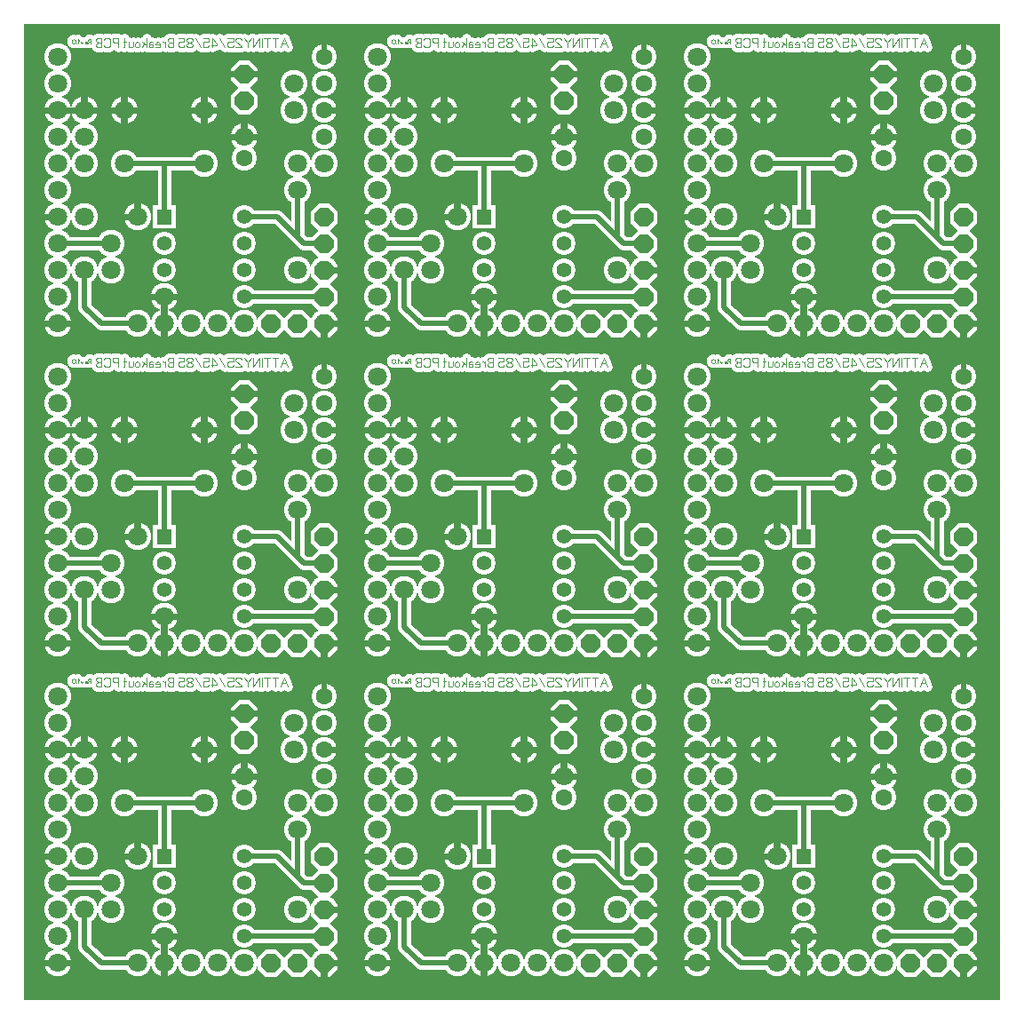
<source format=gbr>
%FSLAX34Y34*%
%MOMM*%
%LNCOPPER_BOTTOM*%
G71*
G01*
%ADD10C, 2.200*%
%ADD11C, 2.400*%
%ADD12C, 2.600*%
%ADD13C, 2.600*%
%ADD14C, 1.300*%
%ADD15C, 0.911*%
%ADD16C, 0.856*%
%ADD17C, 0.600*%
%ADD18C, 0.533*%
%ADD19C, 1.400*%
%ADD20C, 1.600*%
%ADD21C, 1.800*%
%ADD22C, 1.800*%
%ADD23C, 0.500*%
%ADD24C, 0.111*%
%ADD25C, 0.056*%
%LPD*%
G36*
X0Y1000000D02*
X930000Y1000000D01*
X930000Y70000D01*
X0Y70000D01*
X0Y1000000D01*
G37*
%LPC*%
G36*
X144350Y826975D02*
X144350Y804975D01*
X122350Y804975D01*
X122350Y826975D01*
X144350Y826975D01*
G37*
X133350Y790575D02*
G54D10*
D03*
X133350Y765175D02*
G54D10*
D03*
X133350Y739775D02*
G54D10*
D03*
X209550Y739775D02*
G54D10*
D03*
X209550Y765175D02*
G54D10*
D03*
X209550Y790575D02*
G54D10*
D03*
X209550Y815975D02*
G54D10*
D03*
X209550Y892175D02*
G54D11*
D03*
X209550Y872175D02*
G54D11*
D03*
X57150Y917575D02*
G54D12*
D03*
X57150Y892175D02*
G54D12*
D03*
X82550Y790575D02*
G54D12*
D03*
X107950Y815975D02*
G54D12*
D03*
X57150Y815975D02*
G54D12*
D03*
X95250Y866775D02*
G54D13*
D03*
X171450Y866775D02*
G54D13*
D03*
X95250Y917575D02*
G54D13*
D03*
X171450Y917575D02*
G54D13*
D03*
X31750Y714375D02*
G54D13*
D03*
X31750Y739775D02*
G54D13*
D03*
X31750Y815975D02*
G54D13*
D03*
X31750Y841375D02*
G54D13*
D03*
X31750Y892175D02*
G54D13*
D03*
X31750Y917575D02*
G54D13*
D03*
X31750Y942975D02*
G54D13*
D03*
X31750Y968375D02*
G54D13*
D03*
X184150Y714375D02*
G54D12*
D03*
X209550Y714375D02*
G54D12*
D03*
G36*
X221950Y719770D02*
X229555Y727375D01*
X240345Y727375D01*
X247950Y719770D01*
X247950Y708980D01*
X240345Y701375D01*
X229555Y701375D01*
X221950Y708980D01*
X221950Y719770D01*
G37*
G36*
X247350Y719770D02*
X254955Y727375D01*
X265745Y727375D01*
X273350Y719770D01*
X273350Y708980D01*
X265745Y701375D01*
X254955Y701375D01*
X247350Y708980D01*
X247350Y719770D01*
G37*
G36*
X272750Y719770D02*
X280355Y727375D01*
X291145Y727375D01*
X298750Y719770D01*
X298750Y708980D01*
X291145Y701375D01*
X280355Y701375D01*
X272750Y708980D01*
X272750Y719770D01*
G37*
G36*
X272750Y745170D02*
X280355Y752775D01*
X291145Y752775D01*
X298750Y745170D01*
X298750Y734380D01*
X291145Y726775D01*
X280355Y726775D01*
X272750Y734380D01*
X272750Y745170D01*
G37*
G36*
X272750Y770570D02*
X280355Y778175D01*
X291145Y778175D01*
X298750Y770570D01*
X298750Y759780D01*
X291145Y752175D01*
X280355Y752175D01*
X272750Y759780D01*
X272750Y770570D01*
G37*
G36*
X272750Y795970D02*
X280355Y803575D01*
X291145Y803575D01*
X298750Y795970D01*
X298750Y785180D01*
X291145Y777575D01*
X280355Y777575D01*
X272750Y785180D01*
X272750Y795970D01*
G37*
G36*
X272750Y821370D02*
X280355Y828975D01*
X291145Y828975D01*
X298750Y821370D01*
X298750Y810580D01*
X291145Y802975D01*
X280355Y802975D01*
X272750Y810580D01*
X272750Y821370D01*
G37*
X57150Y866775D02*
G54D12*
D03*
X31750Y866775D02*
G54D12*
D03*
G54D14*
X133350Y815975D02*
X133350Y866775D01*
X171450Y866775D01*
G54D14*
X95250Y866775D02*
X133350Y866775D01*
X260350Y841375D02*
G54D12*
D03*
X260350Y765175D02*
G54D12*
D03*
X31750Y765175D02*
G54D13*
D03*
X31750Y714375D02*
G54D13*
D03*
X31750Y815975D02*
G54D13*
D03*
X31750Y917575D02*
G54D13*
D03*
X95250Y917575D02*
G54D13*
D03*
X171450Y917575D02*
G54D13*
D03*
X107950Y815975D02*
G54D13*
D03*
X57150Y917575D02*
G54D13*
D03*
X133350Y739775D02*
G54D13*
D03*
X285750Y714375D02*
G54D13*
D03*
X285750Y765175D02*
G54D13*
D03*
X209550Y892175D02*
G54D13*
D03*
X57150Y765175D02*
G54D12*
D03*
X82550Y765175D02*
G54D12*
D03*
G54D14*
X209550Y815975D02*
X241300Y815975D01*
X266700Y790575D01*
X285750Y790575D01*
G54D14*
X260350Y796925D02*
X260350Y841375D01*
G54D14*
X209550Y739775D02*
X285750Y739775D01*
X31750Y790575D02*
G54D13*
D03*
G54D14*
X31750Y790575D02*
X82550Y790575D01*
X133350Y714375D02*
G54D13*
D03*
X158750Y714375D02*
G54D13*
D03*
X107950Y714375D02*
G54D13*
D03*
G54D14*
X107950Y714375D02*
X73025Y714375D01*
X57150Y730250D01*
X57150Y765175D01*
G36*
X214945Y940100D02*
X222550Y932495D01*
X222550Y921705D01*
X214945Y914100D01*
X204155Y914100D01*
X196550Y921705D01*
X196550Y932495D01*
X204155Y940100D01*
X214945Y940100D01*
G37*
G36*
X214945Y965500D02*
X222550Y957895D01*
X222550Y947105D01*
X214945Y939500D01*
X204155Y939500D01*
X196550Y947105D01*
X196550Y957895D01*
X204155Y965500D01*
X214945Y965500D01*
G37*
G54D15*
X250825Y977900D02*
X247492Y986789D01*
X244158Y977900D01*
G54D15*
X249492Y981233D02*
X245492Y981233D01*
G54D15*
X239047Y977900D02*
X239047Y986789D01*
G54D15*
X241714Y986789D02*
X236381Y986789D01*
G54D15*
X231270Y977900D02*
X231270Y986789D01*
G54D15*
X233937Y986789D02*
X228604Y986789D01*
G54D15*
X226160Y977900D02*
X226160Y986789D01*
G54D15*
X223716Y977900D02*
X223716Y986789D01*
X218383Y977900D01*
X218383Y986789D01*
G54D15*
X215939Y986789D02*
X212606Y982344D01*
X212606Y977900D01*
G54D15*
X212606Y982344D02*
X209272Y986789D01*
G54D15*
X201495Y977900D02*
X206828Y977900D01*
X206828Y978456D01*
X206161Y979567D01*
X202161Y982900D01*
X201495Y984011D01*
X201495Y985122D01*
X202161Y986233D01*
X203495Y986789D01*
X204828Y986789D01*
X206161Y986233D01*
X206828Y985122D01*
G54D15*
X193718Y986789D02*
X199051Y986789D01*
X199051Y982900D01*
X198384Y982900D01*
X197051Y983456D01*
X195718Y983456D01*
X194384Y982900D01*
X193718Y981789D01*
X193718Y979567D01*
X194384Y978456D01*
X195718Y977900D01*
X197051Y977900D01*
X198384Y978456D01*
X199051Y979567D01*
G54D15*
X191274Y977900D02*
X185941Y986789D01*
G54D15*
X179497Y977900D02*
X179497Y986789D01*
X183497Y981233D01*
X183497Y980122D01*
X178164Y980122D01*
G54D15*
X170387Y986789D02*
X175720Y986789D01*
X175720Y982900D01*
X175053Y982900D01*
X173720Y983456D01*
X172387Y983456D01*
X171053Y982900D01*
X170387Y981789D01*
X170387Y979567D01*
X171053Y978456D01*
X172387Y977900D01*
X173720Y977900D01*
X175053Y978456D01*
X175720Y979567D01*
G54D15*
X167943Y977900D02*
X162610Y986789D01*
G54D15*
X156833Y982344D02*
X158166Y982344D01*
X159499Y982900D01*
X160166Y984011D01*
X160166Y985122D01*
X159499Y986233D01*
X158166Y986789D01*
X156833Y986789D01*
X155499Y986233D01*
X154833Y985122D01*
X154833Y984011D01*
X155499Y982900D01*
X156833Y982344D01*
X155499Y981789D01*
X154833Y980678D01*
X154833Y979567D01*
X155499Y978456D01*
X156833Y977900D01*
X158166Y977900D01*
X159499Y978456D01*
X160166Y979567D01*
X160166Y980678D01*
X159499Y981789D01*
X158166Y982344D01*
G54D15*
X147056Y986789D02*
X152389Y986789D01*
X152389Y982900D01*
X151722Y982900D01*
X150389Y983456D01*
X149056Y983456D01*
X147722Y982900D01*
X147056Y981789D01*
X147056Y979567D01*
X147722Y978456D01*
X149056Y977900D01*
X150389Y977900D01*
X151722Y978456D01*
X152389Y979567D01*
G54D15*
X142035Y977900D02*
X142035Y986789D01*
X138702Y986789D01*
X137368Y986233D01*
X136702Y985122D01*
X136702Y984011D01*
X137368Y982900D01*
X138702Y982344D01*
X137368Y981789D01*
X136702Y980678D01*
X136702Y979567D01*
X137368Y978456D01*
X138702Y977900D01*
X142035Y977900D01*
G54D15*
X142035Y982344D02*
X138702Y982344D01*
G54D15*
X134258Y977900D02*
X134258Y982900D01*
G54D15*
X134258Y981789D02*
X132925Y982900D01*
X131591Y982900D01*
G54D15*
X125147Y978456D02*
X126214Y977900D01*
X127547Y977900D01*
X128880Y978456D01*
X129147Y979567D01*
X129147Y981456D01*
X128480Y982567D01*
X127147Y982900D01*
X125814Y982567D01*
X125147Y981789D01*
X125147Y980678D01*
X129147Y980678D01*
G54D15*
X122703Y982344D02*
X121370Y982900D01*
X119770Y982900D01*
X118703Y981789D01*
X118703Y977900D01*
G54D15*
X118703Y979567D02*
X119370Y980678D01*
X120703Y980900D01*
X122036Y980678D01*
X122703Y979567D01*
X122436Y978456D01*
X121370Y977900D01*
X120703Y977900D01*
X120436Y977900D01*
X119370Y978456D01*
X118703Y979567D01*
G54D15*
X116259Y977900D02*
X116259Y986789D01*
G54D15*
X114259Y981233D02*
X112259Y977900D01*
G54D15*
X116259Y980122D02*
X112259Y982900D01*
G54D15*
X105815Y979233D02*
X105815Y981456D01*
X106482Y982567D01*
X107815Y982900D01*
X109148Y982567D01*
X109815Y981456D01*
X109815Y979233D01*
X109148Y978122D01*
X107815Y977900D01*
X106482Y978122D01*
X105815Y979233D01*
G54D15*
X99371Y982900D02*
X99371Y977900D01*
G54D15*
X99371Y979011D02*
X100038Y978122D01*
X101371Y977900D01*
X102704Y978122D01*
X103371Y979011D01*
X103371Y982900D01*
G54D15*
X95594Y986789D02*
X95594Y978456D01*
X94927Y977900D01*
X94260Y978122D01*
G54D15*
X96927Y982900D02*
X94260Y982900D01*
G54D15*
X89239Y977900D02*
X89239Y986789D01*
X85906Y986789D01*
X84572Y986233D01*
X83906Y985122D01*
X83906Y984011D01*
X84572Y982900D01*
X85906Y982344D01*
X89239Y982344D01*
G54D15*
X76129Y979567D02*
X76795Y978456D01*
X78129Y977900D01*
X79462Y977900D01*
X80795Y978456D01*
X81462Y979567D01*
X81462Y985122D01*
X80795Y986233D01*
X79462Y986789D01*
X78129Y986789D01*
X76795Y986233D01*
X76129Y985122D01*
G54D15*
X73685Y977900D02*
X73685Y986789D01*
X70352Y986789D01*
X69018Y986233D01*
X68352Y985122D01*
X68352Y984011D01*
X69018Y982900D01*
X70352Y982344D01*
X69018Y981789D01*
X68352Y980678D01*
X68352Y979567D01*
X69018Y978456D01*
X70352Y977900D01*
X73685Y977900D01*
G54D15*
X73685Y982344D02*
X70352Y982344D01*
G54D16*
X62167Y983297D02*
X61167Y982742D01*
X60833Y982186D01*
X60833Y981075D01*
G54D16*
X63500Y981075D02*
X63500Y985519D01*
X61833Y985519D01*
X61167Y985242D01*
X60833Y984686D01*
X60833Y984131D01*
X61167Y983575D01*
X61833Y983297D01*
X63500Y983297D01*
G54D16*
X57611Y981353D02*
X58144Y981075D01*
X58811Y981075D01*
X59478Y981353D01*
X59611Y981908D01*
X59611Y982853D01*
X59278Y983408D01*
X58611Y983575D01*
X57944Y983408D01*
X57611Y983019D01*
X57611Y982464D01*
X59611Y982464D01*
G54D16*
X56389Y983575D02*
X55056Y981075D01*
X53722Y983575D01*
G54D16*
X52500Y983853D02*
X50833Y985519D01*
X50833Y981075D01*
G54D16*
X49611Y981075D02*
X49611Y981075D01*
G54D16*
X45722Y984686D02*
X45722Y981908D01*
X46056Y981353D01*
X46722Y981075D01*
X47389Y981075D01*
X48056Y981353D01*
X48389Y981908D01*
X48389Y984686D01*
X48056Y985242D01*
X47389Y985519D01*
X46722Y985519D01*
X46056Y985242D01*
X45722Y984686D01*
X285750Y917575D02*
G54D11*
D03*
X285750Y892175D02*
G54D11*
D03*
X285750Y968375D02*
G54D11*
D03*
X285750Y942975D02*
G54D11*
D03*
X285750Y968375D02*
G54D11*
D03*
X257175Y917575D02*
G54D12*
D03*
X257175Y942975D02*
G54D12*
D03*
X285750Y917575D02*
G54D11*
D03*
X260350Y866775D02*
G54D12*
D03*
X285750Y866775D02*
G54D12*
D03*
G36*
X449150Y826975D02*
X449150Y804975D01*
X427150Y804975D01*
X427150Y826975D01*
X449150Y826975D01*
G37*
X438150Y790575D02*
G54D10*
D03*
X438150Y765175D02*
G54D10*
D03*
X438150Y739775D02*
G54D10*
D03*
X514350Y739775D02*
G54D10*
D03*
X514350Y765175D02*
G54D10*
D03*
X514350Y790575D02*
G54D10*
D03*
X514350Y815975D02*
G54D10*
D03*
X514350Y892175D02*
G54D11*
D03*
X514350Y872175D02*
G54D11*
D03*
X361950Y917575D02*
G54D12*
D03*
X361950Y892175D02*
G54D12*
D03*
X387350Y790575D02*
G54D12*
D03*
X412750Y815975D02*
G54D12*
D03*
X361950Y815975D02*
G54D12*
D03*
X400050Y866775D02*
G54D13*
D03*
X476250Y866775D02*
G54D13*
D03*
X400050Y917575D02*
G54D13*
D03*
X476250Y917575D02*
G54D13*
D03*
X336550Y714375D02*
G54D13*
D03*
X336550Y739775D02*
G54D13*
D03*
X336550Y815975D02*
G54D13*
D03*
X336550Y841375D02*
G54D13*
D03*
X336550Y892175D02*
G54D13*
D03*
X336550Y917575D02*
G54D13*
D03*
X336550Y942975D02*
G54D13*
D03*
X336550Y968375D02*
G54D13*
D03*
X488950Y714375D02*
G54D12*
D03*
X514350Y714375D02*
G54D12*
D03*
G36*
X526750Y719770D02*
X534355Y727375D01*
X545145Y727375D01*
X552750Y719770D01*
X552750Y708980D01*
X545145Y701375D01*
X534355Y701375D01*
X526750Y708980D01*
X526750Y719770D01*
G37*
G36*
X552150Y719770D02*
X559755Y727375D01*
X570545Y727375D01*
X578150Y719770D01*
X578150Y708980D01*
X570545Y701375D01*
X559755Y701375D01*
X552150Y708980D01*
X552150Y719770D01*
G37*
G36*
X577550Y719770D02*
X585155Y727375D01*
X595945Y727375D01*
X603550Y719770D01*
X603550Y708980D01*
X595945Y701375D01*
X585155Y701375D01*
X577550Y708980D01*
X577550Y719770D01*
G37*
G36*
X577550Y745170D02*
X585155Y752775D01*
X595945Y752775D01*
X603550Y745170D01*
X603550Y734380D01*
X595945Y726775D01*
X585155Y726775D01*
X577550Y734380D01*
X577550Y745170D01*
G37*
G36*
X577550Y770570D02*
X585155Y778175D01*
X595945Y778175D01*
X603550Y770570D01*
X603550Y759780D01*
X595945Y752175D01*
X585155Y752175D01*
X577550Y759780D01*
X577550Y770570D01*
G37*
G36*
X577550Y795970D02*
X585155Y803575D01*
X595945Y803575D01*
X603550Y795970D01*
X603550Y785180D01*
X595945Y777575D01*
X585155Y777575D01*
X577550Y785180D01*
X577550Y795970D01*
G37*
G36*
X577550Y821370D02*
X585155Y828975D01*
X595945Y828975D01*
X603550Y821370D01*
X603550Y810580D01*
X595945Y802975D01*
X585155Y802975D01*
X577550Y810580D01*
X577550Y821370D01*
G37*
X361950Y866775D02*
G54D12*
D03*
X336550Y866775D02*
G54D12*
D03*
G54D14*
X438150Y815975D02*
X438150Y866775D01*
X476250Y866775D01*
G54D14*
X400050Y866775D02*
X438150Y866775D01*
X565150Y841375D02*
G54D12*
D03*
X565150Y765175D02*
G54D12*
D03*
X336550Y765175D02*
G54D13*
D03*
X336550Y714375D02*
G54D13*
D03*
X336550Y815975D02*
G54D13*
D03*
X336550Y917575D02*
G54D13*
D03*
X400050Y917575D02*
G54D13*
D03*
X476250Y917575D02*
G54D13*
D03*
X412750Y815975D02*
G54D13*
D03*
X361950Y917575D02*
G54D13*
D03*
X438150Y739775D02*
G54D13*
D03*
X590550Y714375D02*
G54D13*
D03*
X590550Y765175D02*
G54D13*
D03*
X514350Y892175D02*
G54D13*
D03*
X361950Y765175D02*
G54D12*
D03*
X387350Y765175D02*
G54D12*
D03*
G54D14*
X514350Y815975D02*
X546100Y815975D01*
X571500Y790575D01*
X590550Y790575D01*
G54D14*
X565150Y796925D02*
X565150Y841375D01*
G54D14*
X514350Y739775D02*
X590550Y739775D01*
X336550Y790575D02*
G54D13*
D03*
G54D14*
X336550Y790575D02*
X387350Y790575D01*
X438150Y714375D02*
G54D13*
D03*
X463550Y714375D02*
G54D13*
D03*
X412750Y714375D02*
G54D13*
D03*
G54D14*
X412750Y714375D02*
X377825Y714375D01*
X361950Y730250D01*
X361950Y765175D01*
G36*
X519745Y940100D02*
X527350Y932495D01*
X527350Y921705D01*
X519745Y914100D01*
X508955Y914100D01*
X501350Y921705D01*
X501350Y932495D01*
X508955Y940100D01*
X519745Y940100D01*
G37*
G36*
X519745Y965500D02*
X527350Y957895D01*
X527350Y947105D01*
X519745Y939500D01*
X508955Y939500D01*
X501350Y947105D01*
X501350Y957895D01*
X508955Y965500D01*
X519745Y965500D01*
G37*
G54D15*
X555625Y977900D02*
X552292Y986789D01*
X548958Y977900D01*
G54D15*
X554292Y981233D02*
X550292Y981233D01*
G54D15*
X543847Y977900D02*
X543847Y986789D01*
G54D15*
X546514Y986789D02*
X541181Y986789D01*
G54D15*
X536070Y977900D02*
X536070Y986789D01*
G54D15*
X538737Y986789D02*
X533404Y986789D01*
G54D15*
X530960Y977900D02*
X530960Y986789D01*
G54D15*
X528516Y977900D02*
X528516Y986789D01*
X523183Y977900D01*
X523183Y986789D01*
G54D15*
X520739Y986789D02*
X517406Y982344D01*
X517406Y977900D01*
G54D15*
X517406Y982344D02*
X514072Y986789D01*
G54D15*
X506295Y977900D02*
X511628Y977900D01*
X511628Y978456D01*
X510961Y979567D01*
X506961Y982900D01*
X506295Y984011D01*
X506295Y985122D01*
X506961Y986233D01*
X508295Y986789D01*
X509628Y986789D01*
X510961Y986233D01*
X511628Y985122D01*
G54D15*
X498518Y986789D02*
X503851Y986789D01*
X503851Y982900D01*
X503184Y982900D01*
X501851Y983456D01*
X500518Y983456D01*
X499184Y982900D01*
X498518Y981789D01*
X498518Y979567D01*
X499184Y978456D01*
X500518Y977900D01*
X501851Y977900D01*
X503184Y978456D01*
X503851Y979567D01*
G54D15*
X496074Y977900D02*
X490741Y986789D01*
G54D15*
X484297Y977900D02*
X484297Y986789D01*
X488297Y981233D01*
X488297Y980122D01*
X482964Y980122D01*
G54D15*
X475187Y986789D02*
X480520Y986789D01*
X480520Y982900D01*
X479853Y982900D01*
X478520Y983456D01*
X477187Y983456D01*
X475853Y982900D01*
X475187Y981789D01*
X475187Y979567D01*
X475853Y978456D01*
X477187Y977900D01*
X478520Y977900D01*
X479853Y978456D01*
X480520Y979567D01*
G54D15*
X472743Y977900D02*
X467410Y986789D01*
G54D15*
X461633Y982344D02*
X462966Y982344D01*
X464299Y982900D01*
X464966Y984011D01*
X464966Y985122D01*
X464299Y986233D01*
X462966Y986789D01*
X461633Y986789D01*
X460299Y986233D01*
X459633Y985122D01*
X459633Y984011D01*
X460299Y982900D01*
X461633Y982344D01*
X460299Y981789D01*
X459633Y980678D01*
X459633Y979567D01*
X460299Y978456D01*
X461633Y977900D01*
X462966Y977900D01*
X464299Y978456D01*
X464966Y979567D01*
X464966Y980678D01*
X464299Y981789D01*
X462966Y982344D01*
G54D15*
X451856Y986789D02*
X457189Y986789D01*
X457189Y982900D01*
X456522Y982900D01*
X455189Y983456D01*
X453856Y983456D01*
X452522Y982900D01*
X451856Y981789D01*
X451856Y979567D01*
X452522Y978456D01*
X453856Y977900D01*
X455189Y977900D01*
X456522Y978456D01*
X457189Y979567D01*
G54D15*
X446835Y977900D02*
X446835Y986789D01*
X443502Y986789D01*
X442168Y986233D01*
X441502Y985122D01*
X441502Y984011D01*
X442168Y982900D01*
X443502Y982344D01*
X442168Y981789D01*
X441502Y980678D01*
X441502Y979567D01*
X442168Y978456D01*
X443502Y977900D01*
X446835Y977900D01*
G54D15*
X446835Y982344D02*
X443502Y982344D01*
G54D15*
X439058Y977900D02*
X439058Y982900D01*
G54D15*
X439058Y981789D02*
X437725Y982900D01*
X436391Y982900D01*
G54D15*
X429947Y978456D02*
X431014Y977900D01*
X432347Y977900D01*
X433680Y978456D01*
X433947Y979567D01*
X433947Y981456D01*
X433280Y982567D01*
X431947Y982900D01*
X430614Y982567D01*
X429947Y981789D01*
X429947Y980678D01*
X433947Y980678D01*
G54D15*
X427503Y982344D02*
X426170Y982900D01*
X424570Y982900D01*
X423503Y981789D01*
X423503Y977900D01*
G54D15*
X423503Y979567D02*
X424170Y980678D01*
X425503Y980900D01*
X426836Y980678D01*
X427503Y979567D01*
X427236Y978456D01*
X426170Y977900D01*
X425503Y977900D01*
X425236Y977900D01*
X424170Y978456D01*
X423503Y979567D01*
G54D15*
X421059Y977900D02*
X421059Y986789D01*
G54D15*
X419059Y981233D02*
X417059Y977900D01*
G54D15*
X421059Y980122D02*
X417059Y982900D01*
G54D15*
X410615Y979233D02*
X410615Y981456D01*
X411282Y982567D01*
X412615Y982900D01*
X413948Y982567D01*
X414615Y981456D01*
X414615Y979233D01*
X413948Y978122D01*
X412615Y977900D01*
X411282Y978122D01*
X410615Y979233D01*
G54D15*
X404171Y982900D02*
X404171Y977900D01*
G54D15*
X404171Y979011D02*
X404838Y978122D01*
X406171Y977900D01*
X407504Y978122D01*
X408171Y979011D01*
X408171Y982900D01*
G54D15*
X400394Y986789D02*
X400394Y978456D01*
X399727Y977900D01*
X399060Y978122D01*
G54D15*
X401727Y982900D02*
X399060Y982900D01*
G54D15*
X394039Y977900D02*
X394039Y986789D01*
X390706Y986789D01*
X389372Y986233D01*
X388706Y985122D01*
X388706Y984011D01*
X389372Y982900D01*
X390706Y982344D01*
X394039Y982344D01*
G54D15*
X380929Y979567D02*
X381595Y978456D01*
X382929Y977900D01*
X384262Y977900D01*
X385595Y978456D01*
X386262Y979567D01*
X386262Y985122D01*
X385595Y986233D01*
X384262Y986789D01*
X382929Y986789D01*
X381595Y986233D01*
X380929Y985122D01*
G54D15*
X378485Y977900D02*
X378485Y986789D01*
X375152Y986789D01*
X373818Y986233D01*
X373152Y985122D01*
X373152Y984011D01*
X373818Y982900D01*
X375152Y982344D01*
X373818Y981789D01*
X373152Y980678D01*
X373152Y979567D01*
X373818Y978456D01*
X375152Y977900D01*
X378485Y977900D01*
G54D15*
X378485Y982344D02*
X375152Y982344D01*
G54D16*
X366967Y983297D02*
X365967Y982742D01*
X365633Y982186D01*
X365633Y981075D01*
G54D16*
X368300Y981075D02*
X368300Y985519D01*
X366633Y985519D01*
X365967Y985242D01*
X365633Y984686D01*
X365633Y984131D01*
X365967Y983575D01*
X366633Y983297D01*
X368300Y983297D01*
G54D16*
X362411Y981353D02*
X362944Y981075D01*
X363611Y981075D01*
X364278Y981353D01*
X364411Y981908D01*
X364411Y982853D01*
X364078Y983408D01*
X363411Y983575D01*
X362744Y983408D01*
X362411Y983019D01*
X362411Y982464D01*
X364411Y982464D01*
G54D16*
X361189Y983575D02*
X359856Y981075D01*
X358522Y983575D01*
G54D16*
X357300Y983853D02*
X355633Y985519D01*
X355633Y981075D01*
G54D16*
X354411Y981075D02*
X354411Y981075D01*
G54D16*
X350522Y984686D02*
X350522Y981908D01*
X350856Y981353D01*
X351522Y981075D01*
X352189Y981075D01*
X352856Y981353D01*
X353189Y981908D01*
X353189Y984686D01*
X352856Y985242D01*
X352189Y985519D01*
X351522Y985519D01*
X350856Y985242D01*
X350522Y984686D01*
X590550Y917575D02*
G54D11*
D03*
X590550Y892175D02*
G54D11*
D03*
X590550Y968375D02*
G54D11*
D03*
X590550Y942975D02*
G54D11*
D03*
X590550Y968375D02*
G54D11*
D03*
X561975Y917575D02*
G54D12*
D03*
X561975Y942975D02*
G54D12*
D03*
X590550Y917575D02*
G54D11*
D03*
X565150Y866775D02*
G54D12*
D03*
X590550Y866775D02*
G54D12*
D03*
G36*
X753950Y826975D02*
X753950Y804975D01*
X731950Y804975D01*
X731950Y826975D01*
X753950Y826975D01*
G37*
X742950Y790575D02*
G54D10*
D03*
X742950Y765175D02*
G54D10*
D03*
X742950Y739775D02*
G54D10*
D03*
X819150Y739775D02*
G54D10*
D03*
X819150Y765175D02*
G54D10*
D03*
X819150Y790575D02*
G54D10*
D03*
X819150Y815975D02*
G54D10*
D03*
X819150Y892175D02*
G54D11*
D03*
X819150Y872175D02*
G54D11*
D03*
X666750Y917575D02*
G54D12*
D03*
X666750Y892175D02*
G54D12*
D03*
X692150Y790575D02*
G54D12*
D03*
X717550Y815975D02*
G54D12*
D03*
X666750Y815975D02*
G54D12*
D03*
X704850Y866775D02*
G54D13*
D03*
X781050Y866775D02*
G54D13*
D03*
X704850Y917575D02*
G54D13*
D03*
X781050Y917575D02*
G54D13*
D03*
X641350Y714375D02*
G54D13*
D03*
X641350Y739775D02*
G54D13*
D03*
X641350Y815975D02*
G54D13*
D03*
X641350Y841375D02*
G54D13*
D03*
X641350Y892175D02*
G54D13*
D03*
X641350Y917575D02*
G54D13*
D03*
X641350Y942975D02*
G54D13*
D03*
X641350Y968375D02*
G54D13*
D03*
X793750Y714375D02*
G54D12*
D03*
X819150Y714375D02*
G54D12*
D03*
G36*
X831550Y719770D02*
X839155Y727375D01*
X849945Y727375D01*
X857550Y719770D01*
X857550Y708980D01*
X849945Y701375D01*
X839155Y701375D01*
X831550Y708980D01*
X831550Y719770D01*
G37*
G36*
X856950Y719770D02*
X864555Y727375D01*
X875345Y727375D01*
X882950Y719770D01*
X882950Y708980D01*
X875345Y701375D01*
X864555Y701375D01*
X856950Y708980D01*
X856950Y719770D01*
G37*
G36*
X882350Y719770D02*
X889955Y727375D01*
X900745Y727375D01*
X908350Y719770D01*
X908350Y708980D01*
X900745Y701375D01*
X889955Y701375D01*
X882350Y708980D01*
X882350Y719770D01*
G37*
G36*
X882350Y745170D02*
X889955Y752775D01*
X900745Y752775D01*
X908350Y745170D01*
X908350Y734380D01*
X900745Y726775D01*
X889955Y726775D01*
X882350Y734380D01*
X882350Y745170D01*
G37*
G36*
X882350Y770570D02*
X889955Y778175D01*
X900745Y778175D01*
X908350Y770570D01*
X908350Y759780D01*
X900745Y752175D01*
X889955Y752175D01*
X882350Y759780D01*
X882350Y770570D01*
G37*
G36*
X882350Y795970D02*
X889955Y803575D01*
X900745Y803575D01*
X908350Y795970D01*
X908350Y785180D01*
X900745Y777575D01*
X889955Y777575D01*
X882350Y785180D01*
X882350Y795970D01*
G37*
G36*
X882350Y821370D02*
X889955Y828975D01*
X900745Y828975D01*
X908350Y821370D01*
X908350Y810580D01*
X900745Y802975D01*
X889955Y802975D01*
X882350Y810580D01*
X882350Y821370D01*
G37*
X666750Y866775D02*
G54D12*
D03*
X641350Y866775D02*
G54D12*
D03*
G54D14*
X742950Y815975D02*
X742950Y866775D01*
X781050Y866775D01*
G54D14*
X704850Y866775D02*
X742950Y866775D01*
X869950Y841375D02*
G54D12*
D03*
X869950Y765175D02*
G54D12*
D03*
X641350Y765175D02*
G54D13*
D03*
X641350Y714375D02*
G54D13*
D03*
X641350Y815975D02*
G54D13*
D03*
X641350Y917575D02*
G54D13*
D03*
X704850Y917575D02*
G54D13*
D03*
X781050Y917575D02*
G54D13*
D03*
X717550Y815975D02*
G54D13*
D03*
X666750Y917575D02*
G54D13*
D03*
X742950Y739775D02*
G54D13*
D03*
X895350Y714375D02*
G54D13*
D03*
X895350Y765175D02*
G54D13*
D03*
X819150Y892175D02*
G54D13*
D03*
X666750Y765175D02*
G54D12*
D03*
X692150Y765175D02*
G54D12*
D03*
G54D14*
X819150Y815975D02*
X850900Y815975D01*
X876300Y790575D01*
X895350Y790575D01*
G54D14*
X869950Y796925D02*
X869950Y841375D01*
G54D14*
X819150Y739775D02*
X895350Y739775D01*
X641350Y790575D02*
G54D13*
D03*
G54D14*
X641350Y790575D02*
X692150Y790575D01*
X742950Y714375D02*
G54D13*
D03*
X768350Y714375D02*
G54D13*
D03*
X717550Y714375D02*
G54D13*
D03*
G54D14*
X717550Y714375D02*
X682625Y714375D01*
X666750Y730250D01*
X666750Y765175D01*
G36*
X824545Y940100D02*
X832150Y932495D01*
X832150Y921705D01*
X824545Y914100D01*
X813755Y914100D01*
X806150Y921705D01*
X806150Y932495D01*
X813755Y940100D01*
X824545Y940100D01*
G37*
G36*
X824545Y965500D02*
X832150Y957895D01*
X832150Y947105D01*
X824545Y939500D01*
X813755Y939500D01*
X806150Y947105D01*
X806150Y957895D01*
X813755Y965500D01*
X824545Y965500D01*
G37*
G54D15*
X860425Y977900D02*
X857092Y986789D01*
X853758Y977900D01*
G54D15*
X859092Y981233D02*
X855092Y981233D01*
G54D15*
X848647Y977900D02*
X848647Y986789D01*
G54D15*
X851314Y986789D02*
X845981Y986789D01*
G54D15*
X840870Y977900D02*
X840870Y986789D01*
G54D15*
X843537Y986789D02*
X838204Y986789D01*
G54D15*
X835760Y977900D02*
X835760Y986789D01*
G54D15*
X833316Y977900D02*
X833316Y986789D01*
X827983Y977900D01*
X827983Y986789D01*
G54D15*
X825539Y986789D02*
X822206Y982344D01*
X822206Y977900D01*
G54D15*
X822206Y982344D02*
X818872Y986789D01*
G54D15*
X811095Y977900D02*
X816428Y977900D01*
X816428Y978456D01*
X815761Y979567D01*
X811761Y982900D01*
X811095Y984011D01*
X811095Y985122D01*
X811761Y986233D01*
X813095Y986789D01*
X814428Y986789D01*
X815761Y986233D01*
X816428Y985122D01*
G54D15*
X803318Y986789D02*
X808651Y986789D01*
X808651Y982900D01*
X807984Y982900D01*
X806651Y983456D01*
X805318Y983456D01*
X803984Y982900D01*
X803318Y981789D01*
X803318Y979567D01*
X803984Y978456D01*
X805318Y977900D01*
X806651Y977900D01*
X807984Y978456D01*
X808651Y979567D01*
G54D15*
X800874Y977900D02*
X795541Y986789D01*
G54D15*
X789097Y977900D02*
X789097Y986789D01*
X793097Y981233D01*
X793097Y980122D01*
X787764Y980122D01*
G54D15*
X779987Y986789D02*
X785320Y986789D01*
X785320Y982900D01*
X784653Y982900D01*
X783320Y983456D01*
X781987Y983456D01*
X780653Y982900D01*
X779987Y981789D01*
X779987Y979567D01*
X780653Y978456D01*
X781987Y977900D01*
X783320Y977900D01*
X784653Y978456D01*
X785320Y979567D01*
G54D15*
X777543Y977900D02*
X772210Y986789D01*
G54D15*
X766433Y982344D02*
X767766Y982344D01*
X769099Y982900D01*
X769766Y984011D01*
X769766Y985122D01*
X769099Y986233D01*
X767766Y986789D01*
X766433Y986789D01*
X765099Y986233D01*
X764433Y985122D01*
X764433Y984011D01*
X765099Y982900D01*
X766433Y982344D01*
X765099Y981789D01*
X764433Y980678D01*
X764433Y979567D01*
X765099Y978456D01*
X766433Y977900D01*
X767766Y977900D01*
X769099Y978456D01*
X769766Y979567D01*
X769766Y980678D01*
X769099Y981789D01*
X767766Y982344D01*
G54D15*
X756656Y986789D02*
X761989Y986789D01*
X761989Y982900D01*
X761322Y982900D01*
X759989Y983456D01*
X758656Y983456D01*
X757322Y982900D01*
X756656Y981789D01*
X756656Y979567D01*
X757322Y978456D01*
X758656Y977900D01*
X759989Y977900D01*
X761322Y978456D01*
X761989Y979567D01*
G54D15*
X751635Y977900D02*
X751635Y986789D01*
X748302Y986789D01*
X746968Y986233D01*
X746302Y985122D01*
X746302Y984011D01*
X746968Y982900D01*
X748302Y982344D01*
X746968Y981789D01*
X746302Y980678D01*
X746302Y979567D01*
X746968Y978456D01*
X748302Y977900D01*
X751635Y977900D01*
G54D15*
X751635Y982344D02*
X748302Y982344D01*
G54D15*
X743858Y977900D02*
X743858Y982900D01*
G54D15*
X743858Y981789D02*
X742525Y982900D01*
X741191Y982900D01*
G54D15*
X734747Y978456D02*
X735814Y977900D01*
X737147Y977900D01*
X738480Y978456D01*
X738747Y979567D01*
X738747Y981456D01*
X738080Y982567D01*
X736747Y982900D01*
X735414Y982567D01*
X734747Y981789D01*
X734747Y980678D01*
X738747Y980678D01*
G54D15*
X732303Y982344D02*
X730970Y982900D01*
X729370Y982900D01*
X728303Y981789D01*
X728303Y977900D01*
G54D15*
X728303Y979567D02*
X728970Y980678D01*
X730303Y980900D01*
X731636Y980678D01*
X732303Y979567D01*
X732036Y978456D01*
X730970Y977900D01*
X730303Y977900D01*
X730036Y977900D01*
X728970Y978456D01*
X728303Y979567D01*
G54D15*
X725859Y977900D02*
X725859Y986789D01*
G54D15*
X723859Y981233D02*
X721859Y977900D01*
G54D15*
X725859Y980122D02*
X721859Y982900D01*
G54D15*
X715415Y979233D02*
X715415Y981456D01*
X716082Y982567D01*
X717415Y982900D01*
X718748Y982567D01*
X719415Y981456D01*
X719415Y979233D01*
X718748Y978122D01*
X717415Y977900D01*
X716082Y978122D01*
X715415Y979233D01*
G54D15*
X708971Y982900D02*
X708971Y977900D01*
G54D15*
X708971Y979011D02*
X709638Y978122D01*
X710971Y977900D01*
X712304Y978122D01*
X712971Y979011D01*
X712971Y982900D01*
G54D15*
X705194Y986789D02*
X705194Y978456D01*
X704527Y977900D01*
X703860Y978122D01*
G54D15*
X706527Y982900D02*
X703860Y982900D01*
G54D15*
X698839Y977900D02*
X698839Y986789D01*
X695506Y986789D01*
X694172Y986233D01*
X693506Y985122D01*
X693506Y984011D01*
X694172Y982900D01*
X695506Y982344D01*
X698839Y982344D01*
G54D15*
X685729Y979567D02*
X686395Y978456D01*
X687729Y977900D01*
X689062Y977900D01*
X690395Y978456D01*
X691062Y979567D01*
X691062Y985122D01*
X690395Y986233D01*
X689062Y986789D01*
X687729Y986789D01*
X686395Y986233D01*
X685729Y985122D01*
G54D15*
X683285Y977900D02*
X683285Y986789D01*
X679952Y986789D01*
X678618Y986233D01*
X677952Y985122D01*
X677952Y984011D01*
X678618Y982900D01*
X679952Y982344D01*
X678618Y981789D01*
X677952Y980678D01*
X677952Y979567D01*
X678618Y978456D01*
X679952Y977900D01*
X683285Y977900D01*
G54D15*
X683285Y982344D02*
X679952Y982344D01*
G54D16*
X671767Y983297D02*
X670767Y982742D01*
X670433Y982186D01*
X670433Y981075D01*
G54D16*
X673100Y981075D02*
X673100Y985519D01*
X671433Y985519D01*
X670767Y985242D01*
X670433Y984686D01*
X670433Y984131D01*
X670767Y983575D01*
X671433Y983297D01*
X673100Y983297D01*
G54D16*
X667211Y981353D02*
X667744Y981075D01*
X668411Y981075D01*
X669078Y981353D01*
X669211Y981908D01*
X669211Y982853D01*
X668878Y983408D01*
X668211Y983575D01*
X667544Y983408D01*
X667211Y983019D01*
X667211Y982464D01*
X669211Y982464D01*
G54D16*
X665989Y983575D02*
X664656Y981075D01*
X663322Y983575D01*
G54D16*
X662100Y983853D02*
X660433Y985519D01*
X660433Y981075D01*
G54D16*
X659211Y981075D02*
X659211Y981075D01*
G54D16*
X655322Y984686D02*
X655322Y981908D01*
X655656Y981353D01*
X656322Y981075D01*
X656989Y981075D01*
X657656Y981353D01*
X657989Y981908D01*
X657989Y984686D01*
X657656Y985242D01*
X656989Y985519D01*
X656322Y985519D01*
X655656Y985242D01*
X655322Y984686D01*
X895350Y917575D02*
G54D11*
D03*
X895350Y892175D02*
G54D11*
D03*
X895350Y968375D02*
G54D11*
D03*
X895350Y942975D02*
G54D11*
D03*
X895350Y968375D02*
G54D11*
D03*
X866775Y917575D02*
G54D12*
D03*
X866775Y942975D02*
G54D12*
D03*
X895350Y917575D02*
G54D11*
D03*
X869950Y866775D02*
G54D12*
D03*
X895350Y866775D02*
G54D12*
D03*
G36*
X144350Y522175D02*
X144350Y500175D01*
X122350Y500175D01*
X122350Y522175D01*
X144350Y522175D01*
G37*
X133350Y485775D02*
G54D10*
D03*
X133350Y460375D02*
G54D10*
D03*
X133350Y434975D02*
G54D10*
D03*
X209550Y434975D02*
G54D10*
D03*
X209550Y460375D02*
G54D10*
D03*
X209550Y485775D02*
G54D10*
D03*
X209550Y511175D02*
G54D10*
D03*
X209550Y587375D02*
G54D11*
D03*
X209550Y567375D02*
G54D11*
D03*
X57150Y612775D02*
G54D12*
D03*
X57150Y587375D02*
G54D12*
D03*
X82550Y485775D02*
G54D12*
D03*
X107950Y511175D02*
G54D12*
D03*
X57150Y511175D02*
G54D12*
D03*
X95250Y561975D02*
G54D13*
D03*
X171450Y561975D02*
G54D13*
D03*
X95250Y612775D02*
G54D13*
D03*
X171450Y612775D02*
G54D13*
D03*
X31750Y409575D02*
G54D13*
D03*
X31750Y434975D02*
G54D13*
D03*
X31750Y511175D02*
G54D13*
D03*
X31750Y536575D02*
G54D13*
D03*
X31750Y587375D02*
G54D13*
D03*
X31750Y612775D02*
G54D13*
D03*
X31750Y638175D02*
G54D13*
D03*
X31750Y663575D02*
G54D13*
D03*
X184150Y409575D02*
G54D12*
D03*
X209550Y409575D02*
G54D12*
D03*
G36*
X221950Y414970D02*
X229555Y422575D01*
X240345Y422575D01*
X247950Y414970D01*
X247950Y404180D01*
X240345Y396575D01*
X229555Y396575D01*
X221950Y404180D01*
X221950Y414970D01*
G37*
G36*
X247350Y414970D02*
X254955Y422575D01*
X265745Y422575D01*
X273350Y414970D01*
X273350Y404180D01*
X265745Y396575D01*
X254955Y396575D01*
X247350Y404180D01*
X247350Y414970D01*
G37*
G36*
X272750Y414970D02*
X280355Y422575D01*
X291145Y422575D01*
X298750Y414970D01*
X298750Y404180D01*
X291145Y396575D01*
X280355Y396575D01*
X272750Y404180D01*
X272750Y414970D01*
G37*
G36*
X272750Y440370D02*
X280355Y447975D01*
X291145Y447975D01*
X298750Y440370D01*
X298750Y429580D01*
X291145Y421975D01*
X280355Y421975D01*
X272750Y429580D01*
X272750Y440370D01*
G37*
G36*
X272750Y465770D02*
X280355Y473375D01*
X291145Y473375D01*
X298750Y465770D01*
X298750Y454980D01*
X291145Y447375D01*
X280355Y447375D01*
X272750Y454980D01*
X272750Y465770D01*
G37*
G36*
X272750Y491170D02*
X280355Y498775D01*
X291145Y498775D01*
X298750Y491170D01*
X298750Y480380D01*
X291145Y472775D01*
X280355Y472775D01*
X272750Y480380D01*
X272750Y491170D01*
G37*
G36*
X272750Y516570D02*
X280355Y524175D01*
X291145Y524175D01*
X298750Y516570D01*
X298750Y505780D01*
X291145Y498175D01*
X280355Y498175D01*
X272750Y505780D01*
X272750Y516570D01*
G37*
X57150Y561975D02*
G54D12*
D03*
X31750Y561975D02*
G54D12*
D03*
G54D14*
X133350Y511175D02*
X133350Y561975D01*
X171450Y561975D01*
G54D14*
X95250Y561975D02*
X133350Y561975D01*
X260350Y536575D02*
G54D12*
D03*
X260350Y460375D02*
G54D12*
D03*
X31750Y460375D02*
G54D13*
D03*
X31750Y409575D02*
G54D13*
D03*
X31750Y511175D02*
G54D13*
D03*
X31750Y612775D02*
G54D13*
D03*
X95250Y612775D02*
G54D13*
D03*
X171450Y612775D02*
G54D13*
D03*
X107950Y511175D02*
G54D13*
D03*
X57150Y612775D02*
G54D13*
D03*
X133350Y434975D02*
G54D13*
D03*
X285750Y409575D02*
G54D13*
D03*
X285750Y460375D02*
G54D13*
D03*
X209550Y587375D02*
G54D13*
D03*
X57150Y460375D02*
G54D12*
D03*
X82550Y460375D02*
G54D12*
D03*
G54D14*
X209550Y511175D02*
X241300Y511175D01*
X266700Y485775D01*
X285750Y485775D01*
G54D14*
X260350Y492125D02*
X260350Y536575D01*
G54D14*
X209550Y434975D02*
X285750Y434975D01*
X31750Y485775D02*
G54D13*
D03*
G54D14*
X31750Y485775D02*
X82550Y485775D01*
X133350Y409575D02*
G54D13*
D03*
X158750Y409575D02*
G54D13*
D03*
X107950Y409575D02*
G54D13*
D03*
G54D14*
X107950Y409575D02*
X73025Y409575D01*
X57150Y425450D01*
X57150Y460375D01*
G36*
X214945Y635300D02*
X222550Y627695D01*
X222550Y616905D01*
X214945Y609300D01*
X204155Y609300D01*
X196550Y616905D01*
X196550Y627695D01*
X204155Y635300D01*
X214945Y635300D01*
G37*
G36*
X214945Y660700D02*
X222550Y653095D01*
X222550Y642305D01*
X214945Y634700D01*
X204155Y634700D01*
X196550Y642305D01*
X196550Y653095D01*
X204155Y660700D01*
X214945Y660700D01*
G37*
G54D15*
X250825Y673100D02*
X247492Y681989D01*
X244158Y673100D01*
G54D15*
X249492Y676433D02*
X245492Y676433D01*
G54D15*
X239047Y673100D02*
X239047Y681989D01*
G54D15*
X241714Y681989D02*
X236381Y681989D01*
G54D15*
X231270Y673100D02*
X231270Y681989D01*
G54D15*
X233937Y681989D02*
X228604Y681989D01*
G54D15*
X226160Y673100D02*
X226160Y681989D01*
G54D15*
X223716Y673100D02*
X223716Y681989D01*
X218383Y673100D01*
X218383Y681989D01*
G54D15*
X215939Y681989D02*
X212606Y677544D01*
X212606Y673100D01*
G54D15*
X212606Y677544D02*
X209272Y681989D01*
G54D15*
X201495Y673100D02*
X206828Y673100D01*
X206828Y673656D01*
X206161Y674767D01*
X202161Y678100D01*
X201495Y679211D01*
X201495Y680322D01*
X202161Y681433D01*
X203495Y681989D01*
X204828Y681989D01*
X206161Y681433D01*
X206828Y680322D01*
G54D15*
X193718Y681989D02*
X199051Y681989D01*
X199051Y678100D01*
X198384Y678100D01*
X197051Y678656D01*
X195718Y678656D01*
X194384Y678100D01*
X193718Y676989D01*
X193718Y674767D01*
X194384Y673656D01*
X195718Y673100D01*
X197051Y673100D01*
X198384Y673656D01*
X199051Y674767D01*
G54D15*
X191274Y673100D02*
X185941Y681989D01*
G54D15*
X179497Y673100D02*
X179497Y681989D01*
X183497Y676433D01*
X183497Y675322D01*
X178164Y675322D01*
G54D15*
X170387Y681989D02*
X175720Y681989D01*
X175720Y678100D01*
X175053Y678100D01*
X173720Y678656D01*
X172387Y678656D01*
X171053Y678100D01*
X170387Y676989D01*
X170387Y674767D01*
X171053Y673656D01*
X172387Y673100D01*
X173720Y673100D01*
X175053Y673656D01*
X175720Y674767D01*
G54D15*
X167943Y673100D02*
X162610Y681989D01*
G54D15*
X156833Y677544D02*
X158166Y677544D01*
X159499Y678100D01*
X160166Y679211D01*
X160166Y680322D01*
X159499Y681433D01*
X158166Y681989D01*
X156833Y681989D01*
X155499Y681433D01*
X154833Y680322D01*
X154833Y679211D01*
X155499Y678100D01*
X156833Y677544D01*
X155499Y676989D01*
X154833Y675878D01*
X154833Y674767D01*
X155499Y673656D01*
X156833Y673100D01*
X158166Y673100D01*
X159499Y673656D01*
X160166Y674767D01*
X160166Y675878D01*
X159499Y676989D01*
X158166Y677544D01*
G54D15*
X147056Y681989D02*
X152389Y681989D01*
X152389Y678100D01*
X151722Y678100D01*
X150389Y678656D01*
X149056Y678656D01*
X147722Y678100D01*
X147056Y676989D01*
X147056Y674767D01*
X147722Y673656D01*
X149056Y673100D01*
X150389Y673100D01*
X151722Y673656D01*
X152389Y674767D01*
G54D15*
X142035Y673100D02*
X142035Y681989D01*
X138702Y681989D01*
X137368Y681433D01*
X136702Y680322D01*
X136702Y679211D01*
X137368Y678100D01*
X138702Y677544D01*
X137368Y676989D01*
X136702Y675878D01*
X136702Y674767D01*
X137368Y673656D01*
X138702Y673100D01*
X142035Y673100D01*
G54D15*
X142035Y677544D02*
X138702Y677544D01*
G54D15*
X134258Y673100D02*
X134258Y678100D01*
G54D15*
X134258Y676989D02*
X132925Y678100D01*
X131591Y678100D01*
G54D15*
X125147Y673656D02*
X126214Y673100D01*
X127547Y673100D01*
X128880Y673656D01*
X129147Y674767D01*
X129147Y676656D01*
X128480Y677767D01*
X127147Y678100D01*
X125814Y677767D01*
X125147Y676989D01*
X125147Y675878D01*
X129147Y675878D01*
G54D15*
X122703Y677544D02*
X121370Y678100D01*
X119770Y678100D01*
X118703Y676989D01*
X118703Y673100D01*
G54D15*
X118703Y674767D02*
X119370Y675878D01*
X120703Y676100D01*
X122036Y675878D01*
X122703Y674767D01*
X122436Y673656D01*
X121370Y673100D01*
X120703Y673100D01*
X120436Y673100D01*
X119370Y673656D01*
X118703Y674767D01*
G54D15*
X116259Y673100D02*
X116259Y681989D01*
G54D15*
X114259Y676433D02*
X112259Y673100D01*
G54D15*
X116259Y675322D02*
X112259Y678100D01*
G54D15*
X105815Y674433D02*
X105815Y676656D01*
X106482Y677767D01*
X107815Y678100D01*
X109148Y677767D01*
X109815Y676656D01*
X109815Y674433D01*
X109148Y673322D01*
X107815Y673100D01*
X106482Y673322D01*
X105815Y674433D01*
G54D15*
X99371Y678100D02*
X99371Y673100D01*
G54D15*
X99371Y674211D02*
X100038Y673322D01*
X101371Y673100D01*
X102704Y673322D01*
X103371Y674211D01*
X103371Y678100D01*
G54D15*
X95594Y681989D02*
X95594Y673656D01*
X94927Y673100D01*
X94260Y673322D01*
G54D15*
X96927Y678100D02*
X94260Y678100D01*
G54D15*
X89239Y673100D02*
X89239Y681989D01*
X85906Y681989D01*
X84572Y681433D01*
X83906Y680322D01*
X83906Y679211D01*
X84572Y678100D01*
X85906Y677544D01*
X89239Y677544D01*
G54D15*
X76129Y674767D02*
X76795Y673656D01*
X78129Y673100D01*
X79462Y673100D01*
X80795Y673656D01*
X81462Y674767D01*
X81462Y680322D01*
X80795Y681433D01*
X79462Y681989D01*
X78129Y681989D01*
X76795Y681433D01*
X76129Y680322D01*
G54D15*
X73685Y673100D02*
X73685Y681989D01*
X70352Y681989D01*
X69018Y681433D01*
X68352Y680322D01*
X68352Y679211D01*
X69018Y678100D01*
X70352Y677544D01*
X69018Y676989D01*
X68352Y675878D01*
X68352Y674767D01*
X69018Y673656D01*
X70352Y673100D01*
X73685Y673100D01*
G54D15*
X73685Y677544D02*
X70352Y677544D01*
G54D16*
X62167Y678497D02*
X61167Y677942D01*
X60833Y677386D01*
X60833Y676275D01*
G54D16*
X63500Y676275D02*
X63500Y680719D01*
X61833Y680719D01*
X61167Y680442D01*
X60833Y679886D01*
X60833Y679331D01*
X61167Y678775D01*
X61833Y678497D01*
X63500Y678497D01*
G54D16*
X57611Y676553D02*
X58144Y676275D01*
X58811Y676275D01*
X59478Y676553D01*
X59611Y677108D01*
X59611Y678053D01*
X59278Y678608D01*
X58611Y678775D01*
X57944Y678608D01*
X57611Y678219D01*
X57611Y677664D01*
X59611Y677664D01*
G54D16*
X56389Y678775D02*
X55056Y676275D01*
X53722Y678775D01*
G54D16*
X52500Y679053D02*
X50833Y680719D01*
X50833Y676275D01*
G54D16*
X49611Y676275D02*
X49611Y676275D01*
G54D16*
X45722Y679886D02*
X45722Y677108D01*
X46056Y676553D01*
X46722Y676275D01*
X47389Y676275D01*
X48056Y676553D01*
X48389Y677108D01*
X48389Y679886D01*
X48056Y680442D01*
X47389Y680719D01*
X46722Y680719D01*
X46056Y680442D01*
X45722Y679886D01*
X285750Y612775D02*
G54D11*
D03*
X285750Y587375D02*
G54D11*
D03*
X285750Y663575D02*
G54D11*
D03*
X285750Y638175D02*
G54D11*
D03*
X285750Y663575D02*
G54D11*
D03*
X257175Y612775D02*
G54D12*
D03*
X257175Y638175D02*
G54D12*
D03*
X285750Y612775D02*
G54D11*
D03*
X260350Y561975D02*
G54D12*
D03*
X285750Y561975D02*
G54D12*
D03*
G36*
X449150Y522175D02*
X449150Y500175D01*
X427150Y500175D01*
X427150Y522175D01*
X449150Y522175D01*
G37*
X438150Y485775D02*
G54D10*
D03*
X438150Y460375D02*
G54D10*
D03*
X438150Y434975D02*
G54D10*
D03*
X514350Y434975D02*
G54D10*
D03*
X514350Y460375D02*
G54D10*
D03*
X514350Y485775D02*
G54D10*
D03*
X514350Y511175D02*
G54D10*
D03*
X514350Y587375D02*
G54D11*
D03*
X514350Y567375D02*
G54D11*
D03*
X361950Y612775D02*
G54D12*
D03*
X361950Y587375D02*
G54D12*
D03*
X387350Y485775D02*
G54D12*
D03*
X412750Y511175D02*
G54D12*
D03*
X361950Y511175D02*
G54D12*
D03*
X400050Y561975D02*
G54D13*
D03*
X476250Y561975D02*
G54D13*
D03*
X400050Y612775D02*
G54D13*
D03*
X476250Y612775D02*
G54D13*
D03*
X336550Y409575D02*
G54D13*
D03*
X336550Y434975D02*
G54D13*
D03*
X336550Y511175D02*
G54D13*
D03*
X336550Y536575D02*
G54D13*
D03*
X336550Y587375D02*
G54D13*
D03*
X336550Y612775D02*
G54D13*
D03*
X336550Y638175D02*
G54D13*
D03*
X336550Y663575D02*
G54D13*
D03*
X488950Y409575D02*
G54D12*
D03*
X514350Y409575D02*
G54D12*
D03*
G36*
X526750Y414970D02*
X534355Y422575D01*
X545145Y422575D01*
X552750Y414970D01*
X552750Y404180D01*
X545145Y396575D01*
X534355Y396575D01*
X526750Y404180D01*
X526750Y414970D01*
G37*
G36*
X552150Y414970D02*
X559755Y422575D01*
X570545Y422575D01*
X578150Y414970D01*
X578150Y404180D01*
X570545Y396575D01*
X559755Y396575D01*
X552150Y404180D01*
X552150Y414970D01*
G37*
G36*
X577550Y414970D02*
X585155Y422575D01*
X595945Y422575D01*
X603550Y414970D01*
X603550Y404180D01*
X595945Y396575D01*
X585155Y396575D01*
X577550Y404180D01*
X577550Y414970D01*
G37*
G36*
X577550Y440370D02*
X585155Y447975D01*
X595945Y447975D01*
X603550Y440370D01*
X603550Y429580D01*
X595945Y421975D01*
X585155Y421975D01*
X577550Y429580D01*
X577550Y440370D01*
G37*
G36*
X577550Y465770D02*
X585155Y473375D01*
X595945Y473375D01*
X603550Y465770D01*
X603550Y454980D01*
X595945Y447375D01*
X585155Y447375D01*
X577550Y454980D01*
X577550Y465770D01*
G37*
G36*
X577550Y491170D02*
X585155Y498775D01*
X595945Y498775D01*
X603550Y491170D01*
X603550Y480380D01*
X595945Y472775D01*
X585155Y472775D01*
X577550Y480380D01*
X577550Y491170D01*
G37*
G36*
X577550Y516570D02*
X585155Y524175D01*
X595945Y524175D01*
X603550Y516570D01*
X603550Y505780D01*
X595945Y498175D01*
X585155Y498175D01*
X577550Y505780D01*
X577550Y516570D01*
G37*
X361950Y561975D02*
G54D12*
D03*
X336550Y561975D02*
G54D12*
D03*
G54D14*
X438150Y511175D02*
X438150Y561975D01*
X476250Y561975D01*
G54D14*
X400050Y561975D02*
X438150Y561975D01*
X565150Y536575D02*
G54D12*
D03*
X565150Y460375D02*
G54D12*
D03*
X336550Y460375D02*
G54D13*
D03*
X336550Y409575D02*
G54D13*
D03*
X336550Y511175D02*
G54D13*
D03*
X336550Y612775D02*
G54D13*
D03*
X400050Y612775D02*
G54D13*
D03*
X476250Y612775D02*
G54D13*
D03*
X412750Y511175D02*
G54D13*
D03*
X361950Y612775D02*
G54D13*
D03*
X438150Y434975D02*
G54D13*
D03*
X590550Y409575D02*
G54D13*
D03*
X590550Y460375D02*
G54D13*
D03*
X514350Y587375D02*
G54D13*
D03*
X361950Y460375D02*
G54D12*
D03*
X387350Y460375D02*
G54D12*
D03*
G54D14*
X514350Y511175D02*
X546100Y511175D01*
X571500Y485775D01*
X590550Y485775D01*
G54D14*
X565150Y492125D02*
X565150Y536575D01*
G54D14*
X514350Y434975D02*
X590550Y434975D01*
X336550Y485775D02*
G54D13*
D03*
G54D14*
X336550Y485775D02*
X387350Y485775D01*
X438150Y409575D02*
G54D13*
D03*
X463550Y409575D02*
G54D13*
D03*
X412750Y409575D02*
G54D13*
D03*
G54D14*
X412750Y409575D02*
X377825Y409575D01*
X361950Y425450D01*
X361950Y460375D01*
G36*
X519745Y635300D02*
X527350Y627695D01*
X527350Y616905D01*
X519745Y609300D01*
X508955Y609300D01*
X501350Y616905D01*
X501350Y627695D01*
X508955Y635300D01*
X519745Y635300D01*
G37*
G36*
X519745Y660700D02*
X527350Y653095D01*
X527350Y642305D01*
X519745Y634700D01*
X508955Y634700D01*
X501350Y642305D01*
X501350Y653095D01*
X508955Y660700D01*
X519745Y660700D01*
G37*
G54D15*
X555625Y673100D02*
X552292Y681989D01*
X548958Y673100D01*
G54D15*
X554292Y676433D02*
X550292Y676433D01*
G54D15*
X543847Y673100D02*
X543847Y681989D01*
G54D15*
X546514Y681989D02*
X541181Y681989D01*
G54D15*
X536070Y673100D02*
X536070Y681989D01*
G54D15*
X538737Y681989D02*
X533404Y681989D01*
G54D15*
X530960Y673100D02*
X530960Y681989D01*
G54D15*
X528516Y673100D02*
X528516Y681989D01*
X523183Y673100D01*
X523183Y681989D01*
G54D15*
X520739Y681989D02*
X517406Y677544D01*
X517406Y673100D01*
G54D15*
X517406Y677544D02*
X514072Y681989D01*
G54D15*
X506295Y673100D02*
X511628Y673100D01*
X511628Y673656D01*
X510961Y674767D01*
X506961Y678100D01*
X506295Y679211D01*
X506295Y680322D01*
X506961Y681433D01*
X508295Y681989D01*
X509628Y681989D01*
X510961Y681433D01*
X511628Y680322D01*
G54D15*
X498518Y681989D02*
X503851Y681989D01*
X503851Y678100D01*
X503184Y678100D01*
X501851Y678656D01*
X500518Y678656D01*
X499184Y678100D01*
X498518Y676989D01*
X498518Y674767D01*
X499184Y673656D01*
X500518Y673100D01*
X501851Y673100D01*
X503184Y673656D01*
X503851Y674767D01*
G54D15*
X496074Y673100D02*
X490741Y681989D01*
G54D15*
X484297Y673100D02*
X484297Y681989D01*
X488297Y676433D01*
X488297Y675322D01*
X482964Y675322D01*
G54D15*
X475187Y681989D02*
X480520Y681989D01*
X480520Y678100D01*
X479853Y678100D01*
X478520Y678656D01*
X477187Y678656D01*
X475853Y678100D01*
X475187Y676989D01*
X475187Y674767D01*
X475853Y673656D01*
X477187Y673100D01*
X478520Y673100D01*
X479853Y673656D01*
X480520Y674767D01*
G54D15*
X472743Y673100D02*
X467410Y681989D01*
G54D15*
X461633Y677544D02*
X462966Y677544D01*
X464299Y678100D01*
X464966Y679211D01*
X464966Y680322D01*
X464299Y681433D01*
X462966Y681989D01*
X461633Y681989D01*
X460299Y681433D01*
X459633Y680322D01*
X459633Y679211D01*
X460299Y678100D01*
X461633Y677544D01*
X460299Y676989D01*
X459633Y675878D01*
X459633Y674767D01*
X460299Y673656D01*
X461633Y673100D01*
X462966Y673100D01*
X464299Y673656D01*
X464966Y674767D01*
X464966Y675878D01*
X464299Y676989D01*
X462966Y677544D01*
G54D15*
X451856Y681989D02*
X457189Y681989D01*
X457189Y678100D01*
X456522Y678100D01*
X455189Y678656D01*
X453856Y678656D01*
X452522Y678100D01*
X451856Y676989D01*
X451856Y674767D01*
X452522Y673656D01*
X453856Y673100D01*
X455189Y673100D01*
X456522Y673656D01*
X457189Y674767D01*
G54D15*
X446835Y673100D02*
X446835Y681989D01*
X443502Y681989D01*
X442168Y681433D01*
X441502Y680322D01*
X441502Y679211D01*
X442168Y678100D01*
X443502Y677544D01*
X442168Y676989D01*
X441502Y675878D01*
X441502Y674767D01*
X442168Y673656D01*
X443502Y673100D01*
X446835Y673100D01*
G54D15*
X446835Y677544D02*
X443502Y677544D01*
G54D15*
X439058Y673100D02*
X439058Y678100D01*
G54D15*
X439058Y676989D02*
X437725Y678100D01*
X436391Y678100D01*
G54D15*
X429947Y673656D02*
X431014Y673100D01*
X432347Y673100D01*
X433680Y673656D01*
X433947Y674767D01*
X433947Y676656D01*
X433280Y677767D01*
X431947Y678100D01*
X430614Y677767D01*
X429947Y676989D01*
X429947Y675878D01*
X433947Y675878D01*
G54D15*
X427503Y677544D02*
X426170Y678100D01*
X424570Y678100D01*
X423503Y676989D01*
X423503Y673100D01*
G54D15*
X423503Y674767D02*
X424170Y675878D01*
X425503Y676100D01*
X426836Y675878D01*
X427503Y674767D01*
X427236Y673656D01*
X426170Y673100D01*
X425503Y673100D01*
X425236Y673100D01*
X424170Y673656D01*
X423503Y674767D01*
G54D15*
X421059Y673100D02*
X421059Y681989D01*
G54D15*
X419059Y676433D02*
X417059Y673100D01*
G54D15*
X421059Y675322D02*
X417059Y678100D01*
G54D15*
X410615Y674433D02*
X410615Y676656D01*
X411282Y677767D01*
X412615Y678100D01*
X413948Y677767D01*
X414615Y676656D01*
X414615Y674433D01*
X413948Y673322D01*
X412615Y673100D01*
X411282Y673322D01*
X410615Y674433D01*
G54D15*
X404171Y678100D02*
X404171Y673100D01*
G54D15*
X404171Y674211D02*
X404838Y673322D01*
X406171Y673100D01*
X407504Y673322D01*
X408171Y674211D01*
X408171Y678100D01*
G54D15*
X400394Y681989D02*
X400394Y673656D01*
X399727Y673100D01*
X399060Y673322D01*
G54D15*
X401727Y678100D02*
X399060Y678100D01*
G54D15*
X394039Y673100D02*
X394039Y681989D01*
X390706Y681989D01*
X389372Y681433D01*
X388706Y680322D01*
X388706Y679211D01*
X389372Y678100D01*
X390706Y677544D01*
X394039Y677544D01*
G54D15*
X380929Y674767D02*
X381595Y673656D01*
X382929Y673100D01*
X384262Y673100D01*
X385595Y673656D01*
X386262Y674767D01*
X386262Y680322D01*
X385595Y681433D01*
X384262Y681989D01*
X382929Y681989D01*
X381595Y681433D01*
X380929Y680322D01*
G54D15*
X378485Y673100D02*
X378485Y681989D01*
X375152Y681989D01*
X373818Y681433D01*
X373152Y680322D01*
X373152Y679211D01*
X373818Y678100D01*
X375152Y677544D01*
X373818Y676989D01*
X373152Y675878D01*
X373152Y674767D01*
X373818Y673656D01*
X375152Y673100D01*
X378485Y673100D01*
G54D15*
X378485Y677544D02*
X375152Y677544D01*
G54D16*
X366967Y678497D02*
X365967Y677942D01*
X365633Y677386D01*
X365633Y676275D01*
G54D16*
X368300Y676275D02*
X368300Y680719D01*
X366633Y680719D01*
X365967Y680442D01*
X365633Y679886D01*
X365633Y679331D01*
X365967Y678775D01*
X366633Y678497D01*
X368300Y678497D01*
G54D16*
X362411Y676553D02*
X362944Y676275D01*
X363611Y676275D01*
X364278Y676553D01*
X364411Y677108D01*
X364411Y678053D01*
X364078Y678608D01*
X363411Y678775D01*
X362744Y678608D01*
X362411Y678219D01*
X362411Y677664D01*
X364411Y677664D01*
G54D16*
X361189Y678775D02*
X359856Y676275D01*
X358522Y678775D01*
G54D16*
X357300Y679053D02*
X355633Y680719D01*
X355633Y676275D01*
G54D16*
X354411Y676275D02*
X354411Y676275D01*
G54D16*
X350522Y679886D02*
X350522Y677108D01*
X350856Y676553D01*
X351522Y676275D01*
X352189Y676275D01*
X352856Y676553D01*
X353189Y677108D01*
X353189Y679886D01*
X352856Y680442D01*
X352189Y680719D01*
X351522Y680719D01*
X350856Y680442D01*
X350522Y679886D01*
X590550Y612775D02*
G54D11*
D03*
X590550Y587375D02*
G54D11*
D03*
X590550Y663575D02*
G54D11*
D03*
X590550Y638175D02*
G54D11*
D03*
X590550Y663575D02*
G54D11*
D03*
X561975Y612775D02*
G54D12*
D03*
X561975Y638175D02*
G54D12*
D03*
X590550Y612775D02*
G54D11*
D03*
X565150Y561975D02*
G54D12*
D03*
X590550Y561975D02*
G54D12*
D03*
G36*
X753950Y522175D02*
X753950Y500175D01*
X731950Y500175D01*
X731950Y522175D01*
X753950Y522175D01*
G37*
X742950Y485775D02*
G54D10*
D03*
X742950Y460375D02*
G54D10*
D03*
X742950Y434975D02*
G54D10*
D03*
X819150Y434975D02*
G54D10*
D03*
X819150Y460375D02*
G54D10*
D03*
X819150Y485775D02*
G54D10*
D03*
X819150Y511175D02*
G54D10*
D03*
X819150Y587375D02*
G54D11*
D03*
X819150Y567375D02*
G54D11*
D03*
X666750Y612775D02*
G54D12*
D03*
X666750Y587375D02*
G54D12*
D03*
X692150Y485775D02*
G54D12*
D03*
X717550Y511175D02*
G54D12*
D03*
X666750Y511175D02*
G54D12*
D03*
X704850Y561975D02*
G54D13*
D03*
X781050Y561975D02*
G54D13*
D03*
X704850Y612775D02*
G54D13*
D03*
X781050Y612775D02*
G54D13*
D03*
X641350Y409575D02*
G54D13*
D03*
X641350Y434975D02*
G54D13*
D03*
X641350Y511175D02*
G54D13*
D03*
X641350Y536575D02*
G54D13*
D03*
X641350Y587375D02*
G54D13*
D03*
X641350Y612775D02*
G54D13*
D03*
X641350Y638175D02*
G54D13*
D03*
X641350Y663575D02*
G54D13*
D03*
X793750Y409575D02*
G54D12*
D03*
X819150Y409575D02*
G54D12*
D03*
G36*
X831550Y414970D02*
X839155Y422575D01*
X849945Y422575D01*
X857550Y414970D01*
X857550Y404180D01*
X849945Y396575D01*
X839155Y396575D01*
X831550Y404180D01*
X831550Y414970D01*
G37*
G36*
X856950Y414970D02*
X864555Y422575D01*
X875345Y422575D01*
X882950Y414970D01*
X882950Y404180D01*
X875345Y396575D01*
X864555Y396575D01*
X856950Y404180D01*
X856950Y414970D01*
G37*
G36*
X882350Y414970D02*
X889955Y422575D01*
X900745Y422575D01*
X908350Y414970D01*
X908350Y404180D01*
X900745Y396575D01*
X889955Y396575D01*
X882350Y404180D01*
X882350Y414970D01*
G37*
G36*
X882350Y440370D02*
X889955Y447975D01*
X900745Y447975D01*
X908350Y440370D01*
X908350Y429580D01*
X900745Y421975D01*
X889955Y421975D01*
X882350Y429580D01*
X882350Y440370D01*
G37*
G36*
X882350Y465770D02*
X889955Y473375D01*
X900745Y473375D01*
X908350Y465770D01*
X908350Y454980D01*
X900745Y447375D01*
X889955Y447375D01*
X882350Y454980D01*
X882350Y465770D01*
G37*
G36*
X882350Y491170D02*
X889955Y498775D01*
X900745Y498775D01*
X908350Y491170D01*
X908350Y480380D01*
X900745Y472775D01*
X889955Y472775D01*
X882350Y480380D01*
X882350Y491170D01*
G37*
G36*
X882350Y516570D02*
X889955Y524175D01*
X900745Y524175D01*
X908350Y516570D01*
X908350Y505780D01*
X900745Y498175D01*
X889955Y498175D01*
X882350Y505780D01*
X882350Y516570D01*
G37*
X666750Y561975D02*
G54D12*
D03*
X641350Y561975D02*
G54D12*
D03*
G54D14*
X742950Y511175D02*
X742950Y561975D01*
X781050Y561975D01*
G54D14*
X704850Y561975D02*
X742950Y561975D01*
X869950Y536575D02*
G54D12*
D03*
X869950Y460375D02*
G54D12*
D03*
X641350Y460375D02*
G54D13*
D03*
X641350Y409575D02*
G54D13*
D03*
X641350Y511175D02*
G54D13*
D03*
X641350Y612775D02*
G54D13*
D03*
X704850Y612775D02*
G54D13*
D03*
X781050Y612775D02*
G54D13*
D03*
X717550Y511175D02*
G54D13*
D03*
X666750Y612775D02*
G54D13*
D03*
X742950Y434975D02*
G54D13*
D03*
X895350Y409575D02*
G54D13*
D03*
X895350Y460375D02*
G54D13*
D03*
X819150Y587375D02*
G54D13*
D03*
X666750Y460375D02*
G54D12*
D03*
X692150Y460375D02*
G54D12*
D03*
G54D14*
X819150Y511175D02*
X850900Y511175D01*
X876300Y485775D01*
X895350Y485775D01*
G54D14*
X869950Y492125D02*
X869950Y536575D01*
G54D14*
X819150Y434975D02*
X895350Y434975D01*
X641350Y485775D02*
G54D13*
D03*
G54D14*
X641350Y485775D02*
X692150Y485775D01*
X742950Y409575D02*
G54D13*
D03*
X768350Y409575D02*
G54D13*
D03*
X717550Y409575D02*
G54D13*
D03*
G54D14*
X717550Y409575D02*
X682625Y409575D01*
X666750Y425450D01*
X666750Y460375D01*
G36*
X824545Y635300D02*
X832150Y627695D01*
X832150Y616905D01*
X824545Y609300D01*
X813755Y609300D01*
X806150Y616905D01*
X806150Y627695D01*
X813755Y635300D01*
X824545Y635300D01*
G37*
G36*
X824545Y660700D02*
X832150Y653095D01*
X832150Y642305D01*
X824545Y634700D01*
X813755Y634700D01*
X806150Y642305D01*
X806150Y653095D01*
X813755Y660700D01*
X824545Y660700D01*
G37*
G54D15*
X860425Y673100D02*
X857092Y681989D01*
X853758Y673100D01*
G54D15*
X859092Y676433D02*
X855092Y676433D01*
G54D15*
X848647Y673100D02*
X848647Y681989D01*
G54D15*
X851314Y681989D02*
X845981Y681989D01*
G54D15*
X840870Y673100D02*
X840870Y681989D01*
G54D15*
X843537Y681989D02*
X838204Y681989D01*
G54D15*
X835760Y673100D02*
X835760Y681989D01*
G54D15*
X833316Y673100D02*
X833316Y681989D01*
X827983Y673100D01*
X827983Y681989D01*
G54D15*
X825539Y681989D02*
X822206Y677544D01*
X822206Y673100D01*
G54D15*
X822206Y677544D02*
X818872Y681989D01*
G54D15*
X811095Y673100D02*
X816428Y673100D01*
X816428Y673656D01*
X815761Y674767D01*
X811761Y678100D01*
X811095Y679211D01*
X811095Y680322D01*
X811761Y681433D01*
X813095Y681989D01*
X814428Y681989D01*
X815761Y681433D01*
X816428Y680322D01*
G54D15*
X803318Y681989D02*
X808651Y681989D01*
X808651Y678100D01*
X807984Y678100D01*
X806651Y678656D01*
X805318Y678656D01*
X803984Y678100D01*
X803318Y676989D01*
X803318Y674767D01*
X803984Y673656D01*
X805318Y673100D01*
X806651Y673100D01*
X807984Y673656D01*
X808651Y674767D01*
G54D15*
X800874Y673100D02*
X795541Y681989D01*
G54D15*
X789097Y673100D02*
X789097Y681989D01*
X793097Y676433D01*
X793097Y675322D01*
X787764Y675322D01*
G54D15*
X779987Y681989D02*
X785320Y681989D01*
X785320Y678100D01*
X784653Y678100D01*
X783320Y678656D01*
X781987Y678656D01*
X780653Y678100D01*
X779987Y676989D01*
X779987Y674767D01*
X780653Y673656D01*
X781987Y673100D01*
X783320Y673100D01*
X784653Y673656D01*
X785320Y674767D01*
G54D15*
X777543Y673100D02*
X772210Y681989D01*
G54D15*
X766433Y677544D02*
X767766Y677544D01*
X769099Y678100D01*
X769766Y679211D01*
X769766Y680322D01*
X769099Y681433D01*
X767766Y681989D01*
X766433Y681989D01*
X765099Y681433D01*
X764433Y680322D01*
X764433Y679211D01*
X765099Y678100D01*
X766433Y677544D01*
X765099Y676989D01*
X764433Y675878D01*
X764433Y674767D01*
X765099Y673656D01*
X766433Y673100D01*
X767766Y673100D01*
X769099Y673656D01*
X769766Y674767D01*
X769766Y675878D01*
X769099Y676989D01*
X767766Y677544D01*
G54D15*
X756656Y681989D02*
X761989Y681989D01*
X761989Y678100D01*
X761322Y678100D01*
X759989Y678656D01*
X758656Y678656D01*
X757322Y678100D01*
X756656Y676989D01*
X756656Y674767D01*
X757322Y673656D01*
X758656Y673100D01*
X759989Y673100D01*
X761322Y673656D01*
X761989Y674767D01*
G54D15*
X751635Y673100D02*
X751635Y681989D01*
X748302Y681989D01*
X746968Y681433D01*
X746302Y680322D01*
X746302Y679211D01*
X746968Y678100D01*
X748302Y677544D01*
X746968Y676989D01*
X746302Y675878D01*
X746302Y674767D01*
X746968Y673656D01*
X748302Y673100D01*
X751635Y673100D01*
G54D15*
X751635Y677544D02*
X748302Y677544D01*
G54D15*
X743858Y673100D02*
X743858Y678100D01*
G54D15*
X743858Y676989D02*
X742525Y678100D01*
X741191Y678100D01*
G54D15*
X734747Y673656D02*
X735814Y673100D01*
X737147Y673100D01*
X738480Y673656D01*
X738747Y674767D01*
X738747Y676656D01*
X738080Y677767D01*
X736747Y678100D01*
X735414Y677767D01*
X734747Y676989D01*
X734747Y675878D01*
X738747Y675878D01*
G54D15*
X732303Y677544D02*
X730970Y678100D01*
X729370Y678100D01*
X728303Y676989D01*
X728303Y673100D01*
G54D15*
X728303Y674767D02*
X728970Y675878D01*
X730303Y676100D01*
X731636Y675878D01*
X732303Y674767D01*
X732036Y673656D01*
X730970Y673100D01*
X730303Y673100D01*
X730036Y673100D01*
X728970Y673656D01*
X728303Y674767D01*
G54D15*
X725859Y673100D02*
X725859Y681989D01*
G54D15*
X723859Y676433D02*
X721859Y673100D01*
G54D15*
X725859Y675322D02*
X721859Y678100D01*
G54D15*
X715415Y674433D02*
X715415Y676656D01*
X716082Y677767D01*
X717415Y678100D01*
X718748Y677767D01*
X719415Y676656D01*
X719415Y674433D01*
X718748Y673322D01*
X717415Y673100D01*
X716082Y673322D01*
X715415Y674433D01*
G54D15*
X708971Y678100D02*
X708971Y673100D01*
G54D15*
X708971Y674211D02*
X709638Y673322D01*
X710971Y673100D01*
X712304Y673322D01*
X712971Y674211D01*
X712971Y678100D01*
G54D15*
X705194Y681989D02*
X705194Y673656D01*
X704527Y673100D01*
X703860Y673322D01*
G54D15*
X706527Y678100D02*
X703860Y678100D01*
G54D15*
X698839Y673100D02*
X698839Y681989D01*
X695506Y681989D01*
X694172Y681433D01*
X693506Y680322D01*
X693506Y679211D01*
X694172Y678100D01*
X695506Y677544D01*
X698839Y677544D01*
G54D15*
X685729Y674767D02*
X686395Y673656D01*
X687729Y673100D01*
X689062Y673100D01*
X690395Y673656D01*
X691062Y674767D01*
X691062Y680322D01*
X690395Y681433D01*
X689062Y681989D01*
X687729Y681989D01*
X686395Y681433D01*
X685729Y680322D01*
G54D15*
X683285Y673100D02*
X683285Y681989D01*
X679952Y681989D01*
X678618Y681433D01*
X677952Y680322D01*
X677952Y679211D01*
X678618Y678100D01*
X679952Y677544D01*
X678618Y676989D01*
X677952Y675878D01*
X677952Y674767D01*
X678618Y673656D01*
X679952Y673100D01*
X683285Y673100D01*
G54D15*
X683285Y677544D02*
X679952Y677544D01*
G54D16*
X671767Y678497D02*
X670767Y677942D01*
X670433Y677386D01*
X670433Y676275D01*
G54D16*
X673100Y676275D02*
X673100Y680719D01*
X671433Y680719D01*
X670767Y680442D01*
X670433Y679886D01*
X670433Y679331D01*
X670767Y678775D01*
X671433Y678497D01*
X673100Y678497D01*
G54D16*
X667211Y676553D02*
X667744Y676275D01*
X668411Y676275D01*
X669078Y676553D01*
X669211Y677108D01*
X669211Y678053D01*
X668878Y678608D01*
X668211Y678775D01*
X667544Y678608D01*
X667211Y678219D01*
X667211Y677664D01*
X669211Y677664D01*
G54D16*
X665989Y678775D02*
X664656Y676275D01*
X663322Y678775D01*
G54D16*
X662100Y679053D02*
X660433Y680719D01*
X660433Y676275D01*
G54D16*
X659211Y676275D02*
X659211Y676275D01*
G54D16*
X655322Y679886D02*
X655322Y677108D01*
X655656Y676553D01*
X656322Y676275D01*
X656989Y676275D01*
X657656Y676553D01*
X657989Y677108D01*
X657989Y679886D01*
X657656Y680442D01*
X656989Y680719D01*
X656322Y680719D01*
X655656Y680442D01*
X655322Y679886D01*
X895350Y612775D02*
G54D11*
D03*
X895350Y587375D02*
G54D11*
D03*
X895350Y663575D02*
G54D11*
D03*
X895350Y638175D02*
G54D11*
D03*
X895350Y663575D02*
G54D11*
D03*
X866775Y612775D02*
G54D12*
D03*
X866775Y638175D02*
G54D12*
D03*
X895350Y612775D02*
G54D11*
D03*
X869950Y561975D02*
G54D12*
D03*
X895350Y561975D02*
G54D12*
D03*
G36*
X144350Y217375D02*
X144350Y195375D01*
X122350Y195375D01*
X122350Y217375D01*
X144350Y217375D01*
G37*
X133350Y180975D02*
G54D10*
D03*
X133350Y155575D02*
G54D10*
D03*
X133350Y130175D02*
G54D10*
D03*
X209550Y130175D02*
G54D10*
D03*
X209550Y155575D02*
G54D10*
D03*
X209550Y180975D02*
G54D10*
D03*
X209550Y206375D02*
G54D10*
D03*
X209550Y282575D02*
G54D11*
D03*
X209550Y262575D02*
G54D11*
D03*
X57150Y307975D02*
G54D12*
D03*
X57150Y282575D02*
G54D12*
D03*
X82550Y180975D02*
G54D12*
D03*
X107950Y206375D02*
G54D12*
D03*
X57150Y206375D02*
G54D12*
D03*
X95250Y257175D02*
G54D13*
D03*
X171450Y257175D02*
G54D13*
D03*
X95250Y307975D02*
G54D13*
D03*
X171450Y307975D02*
G54D13*
D03*
X31750Y104775D02*
G54D13*
D03*
X31750Y130175D02*
G54D13*
D03*
X31750Y206375D02*
G54D13*
D03*
X31750Y231775D02*
G54D13*
D03*
X31750Y282575D02*
G54D13*
D03*
X31750Y307975D02*
G54D13*
D03*
X31750Y333375D02*
G54D13*
D03*
X31750Y358775D02*
G54D13*
D03*
X184150Y104775D02*
G54D12*
D03*
X209550Y104775D02*
G54D12*
D03*
G36*
X221950Y110170D02*
X229555Y117775D01*
X240345Y117775D01*
X247950Y110170D01*
X247950Y99380D01*
X240345Y91775D01*
X229555Y91775D01*
X221950Y99380D01*
X221950Y110170D01*
G37*
G36*
X247350Y110170D02*
X254955Y117775D01*
X265745Y117775D01*
X273350Y110170D01*
X273350Y99380D01*
X265745Y91775D01*
X254955Y91775D01*
X247350Y99380D01*
X247350Y110170D01*
G37*
G36*
X272750Y110170D02*
X280355Y117775D01*
X291145Y117775D01*
X298750Y110170D01*
X298750Y99380D01*
X291145Y91775D01*
X280355Y91775D01*
X272750Y99380D01*
X272750Y110170D01*
G37*
G36*
X272750Y135570D02*
X280355Y143175D01*
X291145Y143175D01*
X298750Y135570D01*
X298750Y124780D01*
X291145Y117175D01*
X280355Y117175D01*
X272750Y124780D01*
X272750Y135570D01*
G37*
G36*
X272750Y160970D02*
X280355Y168575D01*
X291145Y168575D01*
X298750Y160970D01*
X298750Y150180D01*
X291145Y142575D01*
X280355Y142575D01*
X272750Y150180D01*
X272750Y160970D01*
G37*
G36*
X272750Y186370D02*
X280355Y193975D01*
X291145Y193975D01*
X298750Y186370D01*
X298750Y175580D01*
X291145Y167975D01*
X280355Y167975D01*
X272750Y175580D01*
X272750Y186370D01*
G37*
G36*
X272750Y211770D02*
X280355Y219375D01*
X291145Y219375D01*
X298750Y211770D01*
X298750Y200980D01*
X291145Y193375D01*
X280355Y193375D01*
X272750Y200980D01*
X272750Y211770D01*
G37*
X57150Y257175D02*
G54D12*
D03*
X31750Y257175D02*
G54D12*
D03*
G54D14*
X133350Y206375D02*
X133350Y257175D01*
X171450Y257175D01*
G54D14*
X95250Y257175D02*
X133350Y257175D01*
X260350Y231775D02*
G54D12*
D03*
X260350Y155575D02*
G54D12*
D03*
X31750Y155575D02*
G54D13*
D03*
X31750Y104775D02*
G54D13*
D03*
X31750Y206375D02*
G54D13*
D03*
X31750Y307975D02*
G54D13*
D03*
X95250Y307975D02*
G54D13*
D03*
X171450Y307975D02*
G54D13*
D03*
X107950Y206375D02*
G54D13*
D03*
X57150Y307975D02*
G54D13*
D03*
X133350Y130175D02*
G54D13*
D03*
X285750Y104775D02*
G54D13*
D03*
X285750Y155575D02*
G54D13*
D03*
X209550Y282575D02*
G54D13*
D03*
X57150Y155575D02*
G54D12*
D03*
X82550Y155575D02*
G54D12*
D03*
G54D14*
X209550Y206375D02*
X241300Y206375D01*
X266700Y180975D01*
X285750Y180975D01*
G54D14*
X260350Y187325D02*
X260350Y231775D01*
G54D14*
X209550Y130175D02*
X285750Y130175D01*
X31750Y180975D02*
G54D13*
D03*
G54D14*
X31750Y180975D02*
X82550Y180975D01*
X133350Y104775D02*
G54D13*
D03*
X158750Y104775D02*
G54D13*
D03*
X107950Y104775D02*
G54D13*
D03*
G54D14*
X107950Y104775D02*
X73025Y104775D01*
X57150Y120650D01*
X57150Y155575D01*
G36*
X214945Y330500D02*
X222550Y322895D01*
X222550Y312105D01*
X214945Y304500D01*
X204155Y304500D01*
X196550Y312105D01*
X196550Y322895D01*
X204155Y330500D01*
X214945Y330500D01*
G37*
G36*
X214945Y355900D02*
X222550Y348295D01*
X222550Y337505D01*
X214945Y329900D01*
X204155Y329900D01*
X196550Y337505D01*
X196550Y348295D01*
X204155Y355900D01*
X214945Y355900D01*
G37*
G54D15*
X250825Y368300D02*
X247492Y377189D01*
X244158Y368300D01*
G54D15*
X249492Y371633D02*
X245492Y371633D01*
G54D15*
X239047Y368300D02*
X239047Y377189D01*
G54D15*
X241714Y377189D02*
X236381Y377189D01*
G54D15*
X231270Y368300D02*
X231270Y377189D01*
G54D15*
X233937Y377189D02*
X228604Y377189D01*
G54D15*
X226160Y368300D02*
X226160Y377189D01*
G54D15*
X223716Y368300D02*
X223716Y377189D01*
X218383Y368300D01*
X218383Y377189D01*
G54D15*
X215939Y377189D02*
X212606Y372744D01*
X212606Y368300D01*
G54D15*
X212606Y372744D02*
X209272Y377189D01*
G54D15*
X201495Y368300D02*
X206828Y368300D01*
X206828Y368856D01*
X206161Y369967D01*
X202161Y373300D01*
X201495Y374411D01*
X201495Y375522D01*
X202161Y376633D01*
X203495Y377189D01*
X204828Y377189D01*
X206161Y376633D01*
X206828Y375522D01*
G54D15*
X193718Y377189D02*
X199051Y377189D01*
X199051Y373300D01*
X198384Y373300D01*
X197051Y373856D01*
X195718Y373856D01*
X194384Y373300D01*
X193718Y372189D01*
X193718Y369967D01*
X194384Y368856D01*
X195718Y368300D01*
X197051Y368300D01*
X198384Y368856D01*
X199051Y369967D01*
G54D15*
X191274Y368300D02*
X185941Y377189D01*
G54D15*
X179497Y368300D02*
X179497Y377189D01*
X183497Y371633D01*
X183497Y370522D01*
X178164Y370522D01*
G54D15*
X170387Y377189D02*
X175720Y377189D01*
X175720Y373300D01*
X175053Y373300D01*
X173720Y373856D01*
X172387Y373856D01*
X171053Y373300D01*
X170387Y372189D01*
X170387Y369967D01*
X171053Y368856D01*
X172387Y368300D01*
X173720Y368300D01*
X175053Y368856D01*
X175720Y369967D01*
G54D15*
X167943Y368300D02*
X162610Y377189D01*
G54D15*
X156833Y372744D02*
X158166Y372744D01*
X159499Y373300D01*
X160166Y374411D01*
X160166Y375522D01*
X159499Y376633D01*
X158166Y377189D01*
X156833Y377189D01*
X155499Y376633D01*
X154833Y375522D01*
X154833Y374411D01*
X155499Y373300D01*
X156833Y372744D01*
X155499Y372189D01*
X154833Y371078D01*
X154833Y369967D01*
X155499Y368856D01*
X156833Y368300D01*
X158166Y368300D01*
X159499Y368856D01*
X160166Y369967D01*
X160166Y371078D01*
X159499Y372189D01*
X158166Y372744D01*
G54D15*
X147056Y377189D02*
X152389Y377189D01*
X152389Y373300D01*
X151722Y373300D01*
X150389Y373856D01*
X149056Y373856D01*
X147722Y373300D01*
X147056Y372189D01*
X147056Y369967D01*
X147722Y368856D01*
X149056Y368300D01*
X150389Y368300D01*
X151722Y368856D01*
X152389Y369967D01*
G54D15*
X142035Y368300D02*
X142035Y377189D01*
X138702Y377189D01*
X137368Y376633D01*
X136702Y375522D01*
X136702Y374411D01*
X137368Y373300D01*
X138702Y372744D01*
X137368Y372189D01*
X136702Y371078D01*
X136702Y369967D01*
X137368Y368856D01*
X138702Y368300D01*
X142035Y368300D01*
G54D15*
X142035Y372744D02*
X138702Y372744D01*
G54D15*
X134258Y368300D02*
X134258Y373300D01*
G54D15*
X134258Y372189D02*
X132925Y373300D01*
X131591Y373300D01*
G54D15*
X125147Y368856D02*
X126214Y368300D01*
X127547Y368300D01*
X128880Y368856D01*
X129147Y369967D01*
X129147Y371856D01*
X128480Y372967D01*
X127147Y373300D01*
X125814Y372967D01*
X125147Y372189D01*
X125147Y371078D01*
X129147Y371078D01*
G54D15*
X122703Y372744D02*
X121370Y373300D01*
X119770Y373300D01*
X118703Y372189D01*
X118703Y368300D01*
G54D15*
X118703Y369967D02*
X119370Y371078D01*
X120703Y371300D01*
X122036Y371078D01*
X122703Y369967D01*
X122436Y368856D01*
X121370Y368300D01*
X120703Y368300D01*
X120436Y368300D01*
X119370Y368856D01*
X118703Y369967D01*
G54D15*
X116259Y368300D02*
X116259Y377189D01*
G54D15*
X114259Y371633D02*
X112259Y368300D01*
G54D15*
X116259Y370522D02*
X112259Y373300D01*
G54D15*
X105815Y369633D02*
X105815Y371856D01*
X106482Y372967D01*
X107815Y373300D01*
X109148Y372967D01*
X109815Y371856D01*
X109815Y369633D01*
X109148Y368522D01*
X107815Y368300D01*
X106482Y368522D01*
X105815Y369633D01*
G54D15*
X99371Y373300D02*
X99371Y368300D01*
G54D15*
X99371Y369411D02*
X100038Y368522D01*
X101371Y368300D01*
X102704Y368522D01*
X103371Y369411D01*
X103371Y373300D01*
G54D15*
X95594Y377189D02*
X95594Y368856D01*
X94927Y368300D01*
X94260Y368522D01*
G54D15*
X96927Y373300D02*
X94260Y373300D01*
G54D15*
X89239Y368300D02*
X89239Y377189D01*
X85906Y377189D01*
X84572Y376633D01*
X83906Y375522D01*
X83906Y374411D01*
X84572Y373300D01*
X85906Y372744D01*
X89239Y372744D01*
G54D15*
X76129Y369967D02*
X76795Y368856D01*
X78129Y368300D01*
X79462Y368300D01*
X80795Y368856D01*
X81462Y369967D01*
X81462Y375522D01*
X80795Y376633D01*
X79462Y377189D01*
X78129Y377189D01*
X76795Y376633D01*
X76129Y375522D01*
G54D15*
X73685Y368300D02*
X73685Y377189D01*
X70352Y377189D01*
X69018Y376633D01*
X68352Y375522D01*
X68352Y374411D01*
X69018Y373300D01*
X70352Y372744D01*
X69018Y372189D01*
X68352Y371078D01*
X68352Y369967D01*
X69018Y368856D01*
X70352Y368300D01*
X73685Y368300D01*
G54D15*
X73685Y372744D02*
X70352Y372744D01*
G54D16*
X62167Y373697D02*
X61167Y373142D01*
X60833Y372586D01*
X60833Y371475D01*
G54D16*
X63500Y371475D02*
X63500Y375919D01*
X61833Y375919D01*
X61167Y375642D01*
X60833Y375086D01*
X60833Y374531D01*
X61167Y373975D01*
X61833Y373697D01*
X63500Y373697D01*
G54D16*
X57611Y371753D02*
X58144Y371475D01*
X58811Y371475D01*
X59478Y371753D01*
X59611Y372308D01*
X59611Y373253D01*
X59278Y373808D01*
X58611Y373975D01*
X57944Y373808D01*
X57611Y373419D01*
X57611Y372864D01*
X59611Y372864D01*
G54D16*
X56389Y373975D02*
X55056Y371475D01*
X53722Y373975D01*
G54D16*
X52500Y374253D02*
X50833Y375919D01*
X50833Y371475D01*
G54D16*
X49611Y371475D02*
X49611Y371475D01*
G54D16*
X45722Y375086D02*
X45722Y372308D01*
X46056Y371753D01*
X46722Y371475D01*
X47389Y371475D01*
X48056Y371753D01*
X48389Y372308D01*
X48389Y375086D01*
X48056Y375642D01*
X47389Y375919D01*
X46722Y375919D01*
X46056Y375642D01*
X45722Y375086D01*
X285750Y307975D02*
G54D11*
D03*
X285750Y282575D02*
G54D11*
D03*
X285750Y358775D02*
G54D11*
D03*
X285750Y333375D02*
G54D11*
D03*
X285750Y358775D02*
G54D11*
D03*
X257175Y307975D02*
G54D12*
D03*
X257175Y333375D02*
G54D12*
D03*
X285750Y307975D02*
G54D11*
D03*
X260350Y257175D02*
G54D12*
D03*
X285750Y257175D02*
G54D12*
D03*
G36*
X449150Y217375D02*
X449150Y195375D01*
X427150Y195375D01*
X427150Y217375D01*
X449150Y217375D01*
G37*
X438150Y180975D02*
G54D10*
D03*
X438150Y155575D02*
G54D10*
D03*
X438150Y130175D02*
G54D10*
D03*
X514350Y130175D02*
G54D10*
D03*
X514350Y155575D02*
G54D10*
D03*
X514350Y180975D02*
G54D10*
D03*
X514350Y206375D02*
G54D10*
D03*
X514350Y282575D02*
G54D11*
D03*
X514350Y262575D02*
G54D11*
D03*
X361950Y307975D02*
G54D12*
D03*
X361950Y282575D02*
G54D12*
D03*
X387350Y180975D02*
G54D12*
D03*
X412750Y206375D02*
G54D12*
D03*
X361950Y206375D02*
G54D12*
D03*
X400050Y257175D02*
G54D13*
D03*
X476250Y257175D02*
G54D13*
D03*
X400050Y307975D02*
G54D13*
D03*
X476250Y307975D02*
G54D13*
D03*
X336550Y104775D02*
G54D13*
D03*
X336550Y130175D02*
G54D13*
D03*
X336550Y206375D02*
G54D13*
D03*
X336550Y231775D02*
G54D13*
D03*
X336550Y282575D02*
G54D13*
D03*
X336550Y307975D02*
G54D13*
D03*
X336550Y333375D02*
G54D13*
D03*
X336550Y358775D02*
G54D13*
D03*
X488950Y104775D02*
G54D12*
D03*
X514350Y104775D02*
G54D12*
D03*
G36*
X526750Y110170D02*
X534355Y117775D01*
X545145Y117775D01*
X552750Y110170D01*
X552750Y99380D01*
X545145Y91775D01*
X534355Y91775D01*
X526750Y99380D01*
X526750Y110170D01*
G37*
G36*
X552150Y110170D02*
X559755Y117775D01*
X570545Y117775D01*
X578150Y110170D01*
X578150Y99380D01*
X570545Y91775D01*
X559755Y91775D01*
X552150Y99380D01*
X552150Y110170D01*
G37*
G36*
X577550Y110170D02*
X585155Y117775D01*
X595945Y117775D01*
X603550Y110170D01*
X603550Y99380D01*
X595945Y91775D01*
X585155Y91775D01*
X577550Y99380D01*
X577550Y110170D01*
G37*
G36*
X577550Y135570D02*
X585155Y143175D01*
X595945Y143175D01*
X603550Y135570D01*
X603550Y124780D01*
X595945Y117175D01*
X585155Y117175D01*
X577550Y124780D01*
X577550Y135570D01*
G37*
G36*
X577550Y160970D02*
X585155Y168575D01*
X595945Y168575D01*
X603550Y160970D01*
X603550Y150180D01*
X595945Y142575D01*
X585155Y142575D01*
X577550Y150180D01*
X577550Y160970D01*
G37*
G36*
X577550Y186370D02*
X585155Y193975D01*
X595945Y193975D01*
X603550Y186370D01*
X603550Y175580D01*
X595945Y167975D01*
X585155Y167975D01*
X577550Y175580D01*
X577550Y186370D01*
G37*
G36*
X577550Y211770D02*
X585155Y219375D01*
X595945Y219375D01*
X603550Y211770D01*
X603550Y200980D01*
X595945Y193375D01*
X585155Y193375D01*
X577550Y200980D01*
X577550Y211770D01*
G37*
X361950Y257175D02*
G54D12*
D03*
X336550Y257175D02*
G54D12*
D03*
G54D14*
X438150Y206375D02*
X438150Y257175D01*
X476250Y257175D01*
G54D14*
X400050Y257175D02*
X438150Y257175D01*
X565150Y231775D02*
G54D12*
D03*
X565150Y155575D02*
G54D12*
D03*
X336550Y155575D02*
G54D13*
D03*
X336550Y104775D02*
G54D13*
D03*
X336550Y206375D02*
G54D13*
D03*
X336550Y307975D02*
G54D13*
D03*
X400050Y307975D02*
G54D13*
D03*
X476250Y307975D02*
G54D13*
D03*
X412750Y206375D02*
G54D13*
D03*
X361950Y307975D02*
G54D13*
D03*
X438150Y130175D02*
G54D13*
D03*
X590550Y104775D02*
G54D13*
D03*
X590550Y155575D02*
G54D13*
D03*
X514350Y282575D02*
G54D13*
D03*
X361950Y155575D02*
G54D12*
D03*
X387350Y155575D02*
G54D12*
D03*
G54D14*
X514350Y206375D02*
X546100Y206375D01*
X571500Y180975D01*
X590550Y180975D01*
G54D14*
X565150Y187325D02*
X565150Y231775D01*
G54D14*
X514350Y130175D02*
X590550Y130175D01*
X336550Y180975D02*
G54D13*
D03*
G54D14*
X336550Y180975D02*
X387350Y180975D01*
X438150Y104775D02*
G54D13*
D03*
X463550Y104775D02*
G54D13*
D03*
X412750Y104775D02*
G54D13*
D03*
G54D14*
X412750Y104775D02*
X377825Y104775D01*
X361950Y120650D01*
X361950Y155575D01*
G36*
X519745Y330500D02*
X527350Y322895D01*
X527350Y312105D01*
X519745Y304500D01*
X508955Y304500D01*
X501350Y312105D01*
X501350Y322895D01*
X508955Y330500D01*
X519745Y330500D01*
G37*
G36*
X519745Y355900D02*
X527350Y348295D01*
X527350Y337505D01*
X519745Y329900D01*
X508955Y329900D01*
X501350Y337505D01*
X501350Y348295D01*
X508955Y355900D01*
X519745Y355900D01*
G37*
G54D15*
X555625Y368300D02*
X552292Y377189D01*
X548958Y368300D01*
G54D15*
X554292Y371633D02*
X550292Y371633D01*
G54D15*
X543847Y368300D02*
X543847Y377189D01*
G54D15*
X546514Y377189D02*
X541181Y377189D01*
G54D15*
X536070Y368300D02*
X536070Y377189D01*
G54D15*
X538737Y377189D02*
X533404Y377189D01*
G54D15*
X530960Y368300D02*
X530960Y377189D01*
G54D15*
X528516Y368300D02*
X528516Y377189D01*
X523183Y368300D01*
X523183Y377189D01*
G54D15*
X520739Y377189D02*
X517406Y372744D01*
X517406Y368300D01*
G54D15*
X517406Y372744D02*
X514072Y377189D01*
G54D15*
X506295Y368300D02*
X511628Y368300D01*
X511628Y368856D01*
X510961Y369967D01*
X506961Y373300D01*
X506295Y374411D01*
X506295Y375522D01*
X506961Y376633D01*
X508295Y377189D01*
X509628Y377189D01*
X510961Y376633D01*
X511628Y375522D01*
G54D15*
X498518Y377189D02*
X503851Y377189D01*
X503851Y373300D01*
X503184Y373300D01*
X501851Y373856D01*
X500518Y373856D01*
X499184Y373300D01*
X498518Y372189D01*
X498518Y369967D01*
X499184Y368856D01*
X500518Y368300D01*
X501851Y368300D01*
X503184Y368856D01*
X503851Y369967D01*
G54D15*
X496074Y368300D02*
X490741Y377189D01*
G54D15*
X484297Y368300D02*
X484297Y377189D01*
X488297Y371633D01*
X488297Y370522D01*
X482964Y370522D01*
G54D15*
X475187Y377189D02*
X480520Y377189D01*
X480520Y373300D01*
X479853Y373300D01*
X478520Y373856D01*
X477187Y373856D01*
X475853Y373300D01*
X475187Y372189D01*
X475187Y369967D01*
X475853Y368856D01*
X477187Y368300D01*
X478520Y368300D01*
X479853Y368856D01*
X480520Y369967D01*
G54D15*
X472743Y368300D02*
X467410Y377189D01*
G54D15*
X461633Y372744D02*
X462966Y372744D01*
X464299Y373300D01*
X464966Y374411D01*
X464966Y375522D01*
X464299Y376633D01*
X462966Y377189D01*
X461633Y377189D01*
X460299Y376633D01*
X459633Y375522D01*
X459633Y374411D01*
X460299Y373300D01*
X461633Y372744D01*
X460299Y372189D01*
X459633Y371078D01*
X459633Y369967D01*
X460299Y368856D01*
X461633Y368300D01*
X462966Y368300D01*
X464299Y368856D01*
X464966Y369967D01*
X464966Y371078D01*
X464299Y372189D01*
X462966Y372744D01*
G54D15*
X451856Y377189D02*
X457189Y377189D01*
X457189Y373300D01*
X456522Y373300D01*
X455189Y373856D01*
X453856Y373856D01*
X452522Y373300D01*
X451856Y372189D01*
X451856Y369967D01*
X452522Y368856D01*
X453856Y368300D01*
X455189Y368300D01*
X456522Y368856D01*
X457189Y369967D01*
G54D15*
X446835Y368300D02*
X446835Y377189D01*
X443502Y377189D01*
X442168Y376633D01*
X441502Y375522D01*
X441502Y374411D01*
X442168Y373300D01*
X443502Y372744D01*
X442168Y372189D01*
X441502Y371078D01*
X441502Y369967D01*
X442168Y368856D01*
X443502Y368300D01*
X446835Y368300D01*
G54D15*
X446835Y372744D02*
X443502Y372744D01*
G54D15*
X439058Y368300D02*
X439058Y373300D01*
G54D15*
X439058Y372189D02*
X437725Y373300D01*
X436391Y373300D01*
G54D15*
X429947Y368856D02*
X431014Y368300D01*
X432347Y368300D01*
X433680Y368856D01*
X433947Y369967D01*
X433947Y371856D01*
X433280Y372967D01*
X431947Y373300D01*
X430614Y372967D01*
X429947Y372189D01*
X429947Y371078D01*
X433947Y371078D01*
G54D15*
X427503Y372744D02*
X426170Y373300D01*
X424570Y373300D01*
X423503Y372189D01*
X423503Y368300D01*
G54D15*
X423503Y369967D02*
X424170Y371078D01*
X425503Y371300D01*
X426836Y371078D01*
X427503Y369967D01*
X427236Y368856D01*
X426170Y368300D01*
X425503Y368300D01*
X425236Y368300D01*
X424170Y368856D01*
X423503Y369967D01*
G54D15*
X421059Y368300D02*
X421059Y377189D01*
G54D15*
X419059Y371633D02*
X417059Y368300D01*
G54D15*
X421059Y370522D02*
X417059Y373300D01*
G54D15*
X410615Y369633D02*
X410615Y371856D01*
X411282Y372967D01*
X412615Y373300D01*
X413948Y372967D01*
X414615Y371856D01*
X414615Y369633D01*
X413948Y368522D01*
X412615Y368300D01*
X411282Y368522D01*
X410615Y369633D01*
G54D15*
X404171Y373300D02*
X404171Y368300D01*
G54D15*
X404171Y369411D02*
X404838Y368522D01*
X406171Y368300D01*
X407504Y368522D01*
X408171Y369411D01*
X408171Y373300D01*
G54D15*
X400394Y377189D02*
X400394Y368856D01*
X399727Y368300D01*
X399060Y368522D01*
G54D15*
X401727Y373300D02*
X399060Y373300D01*
G54D15*
X394039Y368300D02*
X394039Y377189D01*
X390706Y377189D01*
X389372Y376633D01*
X388706Y375522D01*
X388706Y374411D01*
X389372Y373300D01*
X390706Y372744D01*
X394039Y372744D01*
G54D15*
X380929Y369967D02*
X381595Y368856D01*
X382929Y368300D01*
X384262Y368300D01*
X385595Y368856D01*
X386262Y369967D01*
X386262Y375522D01*
X385595Y376633D01*
X384262Y377189D01*
X382929Y377189D01*
X381595Y376633D01*
X380929Y375522D01*
G54D15*
X378485Y368300D02*
X378485Y377189D01*
X375152Y377189D01*
X373818Y376633D01*
X373152Y375522D01*
X373152Y374411D01*
X373818Y373300D01*
X375152Y372744D01*
X373818Y372189D01*
X373152Y371078D01*
X373152Y369967D01*
X373818Y368856D01*
X375152Y368300D01*
X378485Y368300D01*
G54D15*
X378485Y372744D02*
X375152Y372744D01*
G54D16*
X366967Y373697D02*
X365967Y373142D01*
X365633Y372586D01*
X365633Y371475D01*
G54D16*
X368300Y371475D02*
X368300Y375919D01*
X366633Y375919D01*
X365967Y375642D01*
X365633Y375086D01*
X365633Y374531D01*
X365967Y373975D01*
X366633Y373697D01*
X368300Y373697D01*
G54D16*
X362411Y371753D02*
X362944Y371475D01*
X363611Y371475D01*
X364278Y371753D01*
X364411Y372308D01*
X364411Y373253D01*
X364078Y373808D01*
X363411Y373975D01*
X362744Y373808D01*
X362411Y373419D01*
X362411Y372864D01*
X364411Y372864D01*
G54D16*
X361189Y373975D02*
X359856Y371475D01*
X358522Y373975D01*
G54D16*
X357300Y374253D02*
X355633Y375919D01*
X355633Y371475D01*
G54D16*
X354411Y371475D02*
X354411Y371475D01*
G54D16*
X350522Y375086D02*
X350522Y372308D01*
X350856Y371753D01*
X351522Y371475D01*
X352189Y371475D01*
X352856Y371753D01*
X353189Y372308D01*
X353189Y375086D01*
X352856Y375642D01*
X352189Y375919D01*
X351522Y375919D01*
X350856Y375642D01*
X350522Y375086D01*
X590550Y307975D02*
G54D11*
D03*
X590550Y282575D02*
G54D11*
D03*
X590550Y358775D02*
G54D11*
D03*
X590550Y333375D02*
G54D11*
D03*
X590550Y358775D02*
G54D11*
D03*
X561975Y307975D02*
G54D12*
D03*
X561975Y333375D02*
G54D12*
D03*
X590550Y307975D02*
G54D11*
D03*
X565150Y257175D02*
G54D12*
D03*
X590550Y257175D02*
G54D12*
D03*
G36*
X753950Y217375D02*
X753950Y195375D01*
X731950Y195375D01*
X731950Y217375D01*
X753950Y217375D01*
G37*
X742950Y180975D02*
G54D10*
D03*
X742950Y155575D02*
G54D10*
D03*
X742950Y130175D02*
G54D10*
D03*
X819150Y130175D02*
G54D10*
D03*
X819150Y155575D02*
G54D10*
D03*
X819150Y180975D02*
G54D10*
D03*
X819150Y206375D02*
G54D10*
D03*
X819150Y282575D02*
G54D11*
D03*
X819150Y262575D02*
G54D11*
D03*
X666750Y307975D02*
G54D12*
D03*
X666750Y282575D02*
G54D12*
D03*
X692150Y180975D02*
G54D12*
D03*
X717550Y206375D02*
G54D12*
D03*
X666750Y206375D02*
G54D12*
D03*
X704850Y257175D02*
G54D13*
D03*
X781050Y257175D02*
G54D13*
D03*
X704850Y307975D02*
G54D13*
D03*
X781050Y307975D02*
G54D13*
D03*
X641350Y104775D02*
G54D13*
D03*
X641350Y130175D02*
G54D13*
D03*
X641350Y206375D02*
G54D13*
D03*
X641350Y231775D02*
G54D13*
D03*
X641350Y282575D02*
G54D13*
D03*
X641350Y307975D02*
G54D13*
D03*
X641350Y333375D02*
G54D13*
D03*
X641350Y358775D02*
G54D13*
D03*
X793750Y104775D02*
G54D12*
D03*
X819150Y104775D02*
G54D12*
D03*
G36*
X831550Y110170D02*
X839155Y117775D01*
X849945Y117775D01*
X857550Y110170D01*
X857550Y99380D01*
X849945Y91775D01*
X839155Y91775D01*
X831550Y99380D01*
X831550Y110170D01*
G37*
G36*
X856950Y110170D02*
X864555Y117775D01*
X875345Y117775D01*
X882950Y110170D01*
X882950Y99380D01*
X875345Y91775D01*
X864555Y91775D01*
X856950Y99380D01*
X856950Y110170D01*
G37*
G36*
X882350Y110170D02*
X889955Y117775D01*
X900745Y117775D01*
X908350Y110170D01*
X908350Y99380D01*
X900745Y91775D01*
X889955Y91775D01*
X882350Y99380D01*
X882350Y110170D01*
G37*
G36*
X882350Y135570D02*
X889955Y143175D01*
X900745Y143175D01*
X908350Y135570D01*
X908350Y124780D01*
X900745Y117175D01*
X889955Y117175D01*
X882350Y124780D01*
X882350Y135570D01*
G37*
G36*
X882350Y160970D02*
X889955Y168575D01*
X900745Y168575D01*
X908350Y160970D01*
X908350Y150180D01*
X900745Y142575D01*
X889955Y142575D01*
X882350Y150180D01*
X882350Y160970D01*
G37*
G36*
X882350Y186370D02*
X889955Y193975D01*
X900745Y193975D01*
X908350Y186370D01*
X908350Y175580D01*
X900745Y167975D01*
X889955Y167975D01*
X882350Y175580D01*
X882350Y186370D01*
G37*
G36*
X882350Y211770D02*
X889955Y219375D01*
X900745Y219375D01*
X908350Y211770D01*
X908350Y200980D01*
X900745Y193375D01*
X889955Y193375D01*
X882350Y200980D01*
X882350Y211770D01*
G37*
X666750Y257175D02*
G54D12*
D03*
X641350Y257175D02*
G54D12*
D03*
G54D14*
X742950Y206375D02*
X742950Y257175D01*
X781050Y257175D01*
G54D14*
X704850Y257175D02*
X742950Y257175D01*
X869950Y231775D02*
G54D12*
D03*
X869950Y155575D02*
G54D12*
D03*
X641350Y155575D02*
G54D13*
D03*
X641350Y104775D02*
G54D13*
D03*
X641350Y206375D02*
G54D13*
D03*
X641350Y307975D02*
G54D13*
D03*
X704850Y307975D02*
G54D13*
D03*
X781050Y307975D02*
G54D13*
D03*
X717550Y206375D02*
G54D13*
D03*
X666750Y307975D02*
G54D13*
D03*
X742950Y130175D02*
G54D13*
D03*
X895350Y104775D02*
G54D13*
D03*
X895350Y155575D02*
G54D13*
D03*
X819150Y282575D02*
G54D13*
D03*
X666750Y155575D02*
G54D12*
D03*
X692150Y155575D02*
G54D12*
D03*
G54D14*
X819150Y206375D02*
X850900Y206375D01*
X876300Y180975D01*
X895350Y180975D01*
G54D14*
X869950Y187325D02*
X869950Y231775D01*
G54D14*
X819150Y130175D02*
X895350Y130175D01*
X641350Y180975D02*
G54D13*
D03*
G54D14*
X641350Y180975D02*
X692150Y180975D01*
X742950Y104775D02*
G54D13*
D03*
X768350Y104775D02*
G54D13*
D03*
X717550Y104775D02*
G54D13*
D03*
G54D14*
X717550Y104775D02*
X682625Y104775D01*
X666750Y120650D01*
X666750Y155575D01*
G36*
X824545Y330500D02*
X832150Y322895D01*
X832150Y312105D01*
X824545Y304500D01*
X813755Y304500D01*
X806150Y312105D01*
X806150Y322895D01*
X813755Y330500D01*
X824545Y330500D01*
G37*
G36*
X824545Y355900D02*
X832150Y348295D01*
X832150Y337505D01*
X824545Y329900D01*
X813755Y329900D01*
X806150Y337505D01*
X806150Y348295D01*
X813755Y355900D01*
X824545Y355900D01*
G37*
G54D15*
X860425Y368300D02*
X857092Y377189D01*
X853758Y368300D01*
G54D15*
X859092Y371633D02*
X855092Y371633D01*
G54D15*
X848647Y368300D02*
X848647Y377189D01*
G54D15*
X851314Y377189D02*
X845981Y377189D01*
G54D15*
X840870Y368300D02*
X840870Y377189D01*
G54D15*
X843537Y377189D02*
X838204Y377189D01*
G54D15*
X835760Y368300D02*
X835760Y377189D01*
G54D15*
X833316Y368300D02*
X833316Y377189D01*
X827983Y368300D01*
X827983Y377189D01*
G54D15*
X825539Y377189D02*
X822206Y372744D01*
X822206Y368300D01*
G54D15*
X822206Y372744D02*
X818872Y377189D01*
G54D15*
X811095Y368300D02*
X816428Y368300D01*
X816428Y368856D01*
X815761Y369967D01*
X811761Y373300D01*
X811095Y374411D01*
X811095Y375522D01*
X811761Y376633D01*
X813095Y377189D01*
X814428Y377189D01*
X815761Y376633D01*
X816428Y375522D01*
G54D15*
X803318Y377189D02*
X808651Y377189D01*
X808651Y373300D01*
X807984Y373300D01*
X806651Y373856D01*
X805318Y373856D01*
X803984Y373300D01*
X803318Y372189D01*
X803318Y369967D01*
X803984Y368856D01*
X805318Y368300D01*
X806651Y368300D01*
X807984Y368856D01*
X808651Y369967D01*
G54D15*
X800874Y368300D02*
X795541Y377189D01*
G54D15*
X789097Y368300D02*
X789097Y377189D01*
X793097Y371633D01*
X793097Y370522D01*
X787764Y370522D01*
G54D15*
X779987Y377189D02*
X785320Y377189D01*
X785320Y373300D01*
X784653Y373300D01*
X783320Y373856D01*
X781987Y373856D01*
X780653Y373300D01*
X779987Y372189D01*
X779987Y369967D01*
X780653Y368856D01*
X781987Y368300D01*
X783320Y368300D01*
X784653Y368856D01*
X785320Y369967D01*
G54D15*
X777543Y368300D02*
X772210Y377189D01*
G54D15*
X766433Y372744D02*
X767766Y372744D01*
X769099Y373300D01*
X769766Y374411D01*
X769766Y375522D01*
X769099Y376633D01*
X767766Y377189D01*
X766433Y377189D01*
X765099Y376633D01*
X764433Y375522D01*
X764433Y374411D01*
X765099Y373300D01*
X766433Y372744D01*
X765099Y372189D01*
X764433Y371078D01*
X764433Y369967D01*
X765099Y368856D01*
X766433Y368300D01*
X767766Y368300D01*
X769099Y368856D01*
X769766Y369967D01*
X769766Y371078D01*
X769099Y372189D01*
X767766Y372744D01*
G54D15*
X756656Y377189D02*
X761989Y377189D01*
X761989Y373300D01*
X761322Y373300D01*
X759989Y373856D01*
X758656Y373856D01*
X757322Y373300D01*
X756656Y372189D01*
X756656Y369967D01*
X757322Y368856D01*
X758656Y368300D01*
X759989Y368300D01*
X761322Y368856D01*
X761989Y369967D01*
G54D15*
X751635Y368300D02*
X751635Y377189D01*
X748302Y377189D01*
X746968Y376633D01*
X746302Y375522D01*
X746302Y374411D01*
X746968Y373300D01*
X748302Y372744D01*
X746968Y372189D01*
X746302Y371078D01*
X746302Y369967D01*
X746968Y368856D01*
X748302Y368300D01*
X751635Y368300D01*
G54D15*
X751635Y372744D02*
X748302Y372744D01*
G54D15*
X743858Y368300D02*
X743858Y373300D01*
G54D15*
X743858Y372189D02*
X742525Y373300D01*
X741191Y373300D01*
G54D15*
X734747Y368856D02*
X735814Y368300D01*
X737147Y368300D01*
X738480Y368856D01*
X738747Y369967D01*
X738747Y371856D01*
X738080Y372967D01*
X736747Y373300D01*
X735414Y372967D01*
X734747Y372189D01*
X734747Y371078D01*
X738747Y371078D01*
G54D15*
X732303Y372744D02*
X730970Y373300D01*
X729370Y373300D01*
X728303Y372189D01*
X728303Y368300D01*
G54D15*
X728303Y369967D02*
X728970Y371078D01*
X730303Y371300D01*
X731636Y371078D01*
X732303Y369967D01*
X732036Y368856D01*
X730970Y368300D01*
X730303Y368300D01*
X730036Y368300D01*
X728970Y368856D01*
X728303Y369967D01*
G54D15*
X725859Y368300D02*
X725859Y377189D01*
G54D15*
X723859Y371633D02*
X721859Y368300D01*
G54D15*
X725859Y370522D02*
X721859Y373300D01*
G54D15*
X715415Y369633D02*
X715415Y371856D01*
X716082Y372967D01*
X717415Y373300D01*
X718748Y372967D01*
X719415Y371856D01*
X719415Y369633D01*
X718748Y368522D01*
X717415Y368300D01*
X716082Y368522D01*
X715415Y369633D01*
G54D15*
X708971Y373300D02*
X708971Y368300D01*
G54D15*
X708971Y369411D02*
X709638Y368522D01*
X710971Y368300D01*
X712304Y368522D01*
X712971Y369411D01*
X712971Y373300D01*
G54D15*
X705194Y377189D02*
X705194Y368856D01*
X704527Y368300D01*
X703860Y368522D01*
G54D15*
X706527Y373300D02*
X703860Y373300D01*
G54D15*
X698839Y368300D02*
X698839Y377189D01*
X695506Y377189D01*
X694172Y376633D01*
X693506Y375522D01*
X693506Y374411D01*
X694172Y373300D01*
X695506Y372744D01*
X698839Y372744D01*
G54D15*
X685729Y369967D02*
X686395Y368856D01*
X687729Y368300D01*
X689062Y368300D01*
X690395Y368856D01*
X691062Y369967D01*
X691062Y375522D01*
X690395Y376633D01*
X689062Y377189D01*
X687729Y377189D01*
X686395Y376633D01*
X685729Y375522D01*
G54D15*
X683285Y368300D02*
X683285Y377189D01*
X679952Y377189D01*
X678618Y376633D01*
X677952Y375522D01*
X677952Y374411D01*
X678618Y373300D01*
X679952Y372744D01*
X678618Y372189D01*
X677952Y371078D01*
X677952Y369967D01*
X678618Y368856D01*
X679952Y368300D01*
X683285Y368300D01*
G54D15*
X683285Y372744D02*
X679952Y372744D01*
G54D16*
X671767Y373697D02*
X670767Y373142D01*
X670433Y372586D01*
X670433Y371475D01*
G54D16*
X673100Y371475D02*
X673100Y375919D01*
X671433Y375919D01*
X670767Y375642D01*
X670433Y375086D01*
X670433Y374531D01*
X670767Y373975D01*
X671433Y373697D01*
X673100Y373697D01*
G54D16*
X667211Y371753D02*
X667744Y371475D01*
X668411Y371475D01*
X669078Y371753D01*
X669211Y372308D01*
X669211Y373253D01*
X668878Y373808D01*
X668211Y373975D01*
X667544Y373808D01*
X667211Y373419D01*
X667211Y372864D01*
X669211Y372864D01*
G54D16*
X665989Y373975D02*
X664656Y371475D01*
X663322Y373975D01*
G54D16*
X662100Y374253D02*
X660433Y375919D01*
X660433Y371475D01*
G54D16*
X659211Y371475D02*
X659211Y371475D01*
G54D16*
X655322Y375086D02*
X655322Y372308D01*
X655656Y371753D01*
X656322Y371475D01*
X656989Y371475D01*
X657656Y371753D01*
X657989Y372308D01*
X657989Y375086D01*
X657656Y375642D01*
X656989Y375919D01*
X656322Y375919D01*
X655656Y375642D01*
X655322Y375086D01*
X895350Y307975D02*
G54D11*
D03*
X895350Y282575D02*
G54D11*
D03*
X895350Y358775D02*
G54D11*
D03*
X895350Y333375D02*
G54D11*
D03*
X895350Y358775D02*
G54D11*
D03*
X866775Y307975D02*
G54D12*
D03*
X866775Y333375D02*
G54D12*
D03*
X895350Y307975D02*
G54D11*
D03*
X869950Y257175D02*
G54D12*
D03*
X895350Y257175D02*
G54D12*
D03*
%LPD*%
G54D17*
G36*
X31750Y717375D02*
X45250Y717375D01*
X45250Y711375D01*
X31750Y711375D01*
X31750Y717375D01*
G37*
G36*
X31750Y711375D02*
X18250Y711375D01*
X18250Y717375D01*
X31750Y717375D01*
X31750Y711375D01*
G37*
G54D17*
G36*
X31750Y812975D02*
X18250Y812975D01*
X18250Y818975D01*
X31750Y818975D01*
X31750Y812975D01*
G37*
G54D17*
G36*
X31750Y920575D02*
X45250Y920575D01*
X45250Y914575D01*
X31750Y914575D01*
X31750Y920575D01*
G37*
G36*
X31750Y914575D02*
X18250Y914575D01*
X18250Y920575D01*
X31750Y920575D01*
X31750Y914575D01*
G37*
G54D17*
G36*
X92250Y917575D02*
X92250Y931075D01*
X98250Y931075D01*
X98250Y917575D01*
X92250Y917575D01*
G37*
G36*
X95250Y920575D02*
X108750Y920575D01*
X108750Y914575D01*
X95250Y914575D01*
X95250Y920575D01*
G37*
G36*
X98250Y917575D02*
X98250Y904075D01*
X92250Y904075D01*
X92250Y917575D01*
X98250Y917575D01*
G37*
G36*
X95250Y914575D02*
X81750Y914575D01*
X81750Y920575D01*
X95250Y920575D01*
X95250Y914575D01*
G37*
G54D17*
G36*
X168450Y917575D02*
X168450Y931075D01*
X174450Y931075D01*
X174450Y917575D01*
X168450Y917575D01*
G37*
G36*
X171450Y920575D02*
X184950Y920575D01*
X184950Y914575D01*
X171450Y914575D01*
X171450Y920575D01*
G37*
G36*
X174450Y917575D02*
X174450Y904075D01*
X168450Y904075D01*
X168450Y917575D01*
X174450Y917575D01*
G37*
G36*
X171450Y914575D02*
X157950Y914575D01*
X157950Y920575D01*
X171450Y920575D01*
X171450Y914575D01*
G37*
G54D17*
G36*
X104950Y815975D02*
X104950Y829475D01*
X110950Y829475D01*
X110950Y815975D01*
X104950Y815975D01*
G37*
G36*
X107950Y812975D02*
X94450Y812975D01*
X94450Y818975D01*
X107950Y818975D01*
X107950Y812975D01*
G37*
G54D17*
G36*
X54150Y917575D02*
X54150Y931075D01*
X60150Y931075D01*
X60150Y917575D01*
X54150Y917575D01*
G37*
G36*
X57150Y920575D02*
X70650Y920575D01*
X70650Y914575D01*
X57150Y914575D01*
X57150Y920575D01*
G37*
G36*
X57150Y914575D02*
X43650Y914575D01*
X43650Y920575D01*
X57150Y920575D01*
X57150Y914575D01*
G37*
G54D17*
G36*
X133350Y742775D02*
X146850Y742775D01*
X146850Y736775D01*
X133350Y736775D01*
X133350Y742775D01*
G37*
G36*
X136350Y739775D02*
X136350Y726275D01*
X130350Y726275D01*
X130350Y739775D01*
X136350Y739775D01*
G37*
G36*
X133350Y736775D02*
X119850Y736775D01*
X119850Y742775D01*
X133350Y742775D01*
X133350Y736775D01*
G37*
G54D17*
G36*
X285750Y717375D02*
X299250Y717375D01*
X299250Y711375D01*
X285750Y711375D01*
X285750Y717375D01*
G37*
G36*
X288750Y714375D02*
X288750Y700875D01*
X282750Y700875D01*
X282750Y714375D01*
X288750Y714375D01*
G37*
G54D17*
G36*
X285750Y768175D02*
X299250Y768175D01*
X299250Y762175D01*
X285750Y762175D01*
X285750Y768175D01*
G37*
G54D17*
G36*
X206550Y892175D02*
X206550Y905675D01*
X212550Y905675D01*
X212550Y892175D01*
X206550Y892175D01*
G37*
G36*
X209550Y895175D02*
X223050Y895175D01*
X223050Y889175D01*
X209550Y889175D01*
X209550Y895175D01*
G37*
G36*
X209550Y889175D02*
X196050Y889175D01*
X196050Y895175D01*
X209550Y895175D01*
X209550Y889175D01*
G37*
G54D17*
G36*
X130350Y714375D02*
X130350Y727875D01*
X136350Y727875D01*
X136350Y714375D01*
X130350Y714375D01*
G37*
G36*
X136350Y714375D02*
X136350Y700875D01*
X130350Y700875D01*
X130350Y714375D01*
X136350Y714375D01*
G37*
G54D17*
G36*
X209550Y955500D02*
X223050Y955500D01*
X223050Y949500D01*
X209550Y949500D01*
X209550Y955500D01*
G37*
G36*
X209550Y949500D02*
X196050Y949500D01*
X196050Y955500D01*
X209550Y955500D01*
X209550Y949500D01*
G37*
G54D18*
G36*
X283083Y968375D02*
X283083Y980875D01*
X288417Y980875D01*
X288417Y968375D01*
X283083Y968375D01*
G37*
G54D18*
G36*
X285750Y920242D02*
X298250Y920242D01*
X298250Y914908D01*
X285750Y914908D01*
X285750Y920242D01*
G37*
G54D17*
G36*
X336550Y717375D02*
X350050Y717375D01*
X350050Y711375D01*
X336550Y711375D01*
X336550Y717375D01*
G37*
G36*
X336550Y711375D02*
X323050Y711375D01*
X323050Y717375D01*
X336550Y717375D01*
X336550Y711375D01*
G37*
G54D17*
G36*
X336550Y812975D02*
X323050Y812975D01*
X323050Y818975D01*
X336550Y818975D01*
X336550Y812975D01*
G37*
G54D17*
G36*
X336550Y920575D02*
X350050Y920575D01*
X350050Y914575D01*
X336550Y914575D01*
X336550Y920575D01*
G37*
G36*
X336550Y914575D02*
X323050Y914575D01*
X323050Y920575D01*
X336550Y920575D01*
X336550Y914575D01*
G37*
G54D17*
G36*
X397050Y917575D02*
X397050Y931075D01*
X403050Y931075D01*
X403050Y917575D01*
X397050Y917575D01*
G37*
G36*
X400050Y920575D02*
X413550Y920575D01*
X413550Y914575D01*
X400050Y914575D01*
X400050Y920575D01*
G37*
G36*
X403050Y917575D02*
X403050Y904075D01*
X397050Y904075D01*
X397050Y917575D01*
X403050Y917575D01*
G37*
G36*
X400050Y914575D02*
X386550Y914575D01*
X386550Y920575D01*
X400050Y920575D01*
X400050Y914575D01*
G37*
G54D17*
G36*
X473250Y917575D02*
X473250Y931075D01*
X479250Y931075D01*
X479250Y917575D01*
X473250Y917575D01*
G37*
G36*
X476250Y920575D02*
X489750Y920575D01*
X489750Y914575D01*
X476250Y914575D01*
X476250Y920575D01*
G37*
G36*
X479250Y917575D02*
X479250Y904075D01*
X473250Y904075D01*
X473250Y917575D01*
X479250Y917575D01*
G37*
G36*
X476250Y914575D02*
X462750Y914575D01*
X462750Y920575D01*
X476250Y920575D01*
X476250Y914575D01*
G37*
G54D17*
G36*
X409750Y815975D02*
X409750Y829475D01*
X415750Y829475D01*
X415750Y815975D01*
X409750Y815975D01*
G37*
G36*
X412750Y812975D02*
X399250Y812975D01*
X399250Y818975D01*
X412750Y818975D01*
X412750Y812975D01*
G37*
G54D17*
G36*
X358950Y917575D02*
X358950Y931075D01*
X364950Y931075D01*
X364950Y917575D01*
X358950Y917575D01*
G37*
G36*
X361950Y920575D02*
X375450Y920575D01*
X375450Y914575D01*
X361950Y914575D01*
X361950Y920575D01*
G37*
G36*
X361950Y914575D02*
X348450Y914575D01*
X348450Y920575D01*
X361950Y920575D01*
X361950Y914575D01*
G37*
G54D17*
G36*
X438150Y742775D02*
X451650Y742775D01*
X451650Y736775D01*
X438150Y736775D01*
X438150Y742775D01*
G37*
G36*
X441150Y739775D02*
X441150Y726275D01*
X435150Y726275D01*
X435150Y739775D01*
X441150Y739775D01*
G37*
G36*
X438150Y736775D02*
X424650Y736775D01*
X424650Y742775D01*
X438150Y742775D01*
X438150Y736775D01*
G37*
G54D17*
G36*
X590550Y717375D02*
X604050Y717375D01*
X604050Y711375D01*
X590550Y711375D01*
X590550Y717375D01*
G37*
G36*
X593550Y714375D02*
X593550Y700875D01*
X587550Y700875D01*
X587550Y714375D01*
X593550Y714375D01*
G37*
G54D17*
G36*
X590550Y768175D02*
X604050Y768175D01*
X604050Y762175D01*
X590550Y762175D01*
X590550Y768175D01*
G37*
G54D17*
G36*
X511350Y892175D02*
X511350Y905675D01*
X517350Y905675D01*
X517350Y892175D01*
X511350Y892175D01*
G37*
G36*
X514350Y895175D02*
X527850Y895175D01*
X527850Y889175D01*
X514350Y889175D01*
X514350Y895175D01*
G37*
G36*
X514350Y889175D02*
X500850Y889175D01*
X500850Y895175D01*
X514350Y895175D01*
X514350Y889175D01*
G37*
G54D17*
G36*
X435150Y714375D02*
X435150Y727875D01*
X441150Y727875D01*
X441150Y714375D01*
X435150Y714375D01*
G37*
G36*
X441150Y714375D02*
X441150Y700875D01*
X435150Y700875D01*
X435150Y714375D01*
X441150Y714375D01*
G37*
G54D17*
G36*
X514350Y955500D02*
X527850Y955500D01*
X527850Y949500D01*
X514350Y949500D01*
X514350Y955500D01*
G37*
G36*
X514350Y949500D02*
X500850Y949500D01*
X500850Y955500D01*
X514350Y955500D01*
X514350Y949500D01*
G37*
G54D18*
G36*
X587883Y968375D02*
X587883Y980875D01*
X593217Y980875D01*
X593217Y968375D01*
X587883Y968375D01*
G37*
G54D18*
G36*
X590550Y920242D02*
X603050Y920242D01*
X603050Y914908D01*
X590550Y914908D01*
X590550Y920242D01*
G37*
G54D17*
G36*
X641350Y717375D02*
X654850Y717375D01*
X654850Y711375D01*
X641350Y711375D01*
X641350Y717375D01*
G37*
G36*
X641350Y711375D02*
X627850Y711375D01*
X627850Y717375D01*
X641350Y717375D01*
X641350Y711375D01*
G37*
G54D17*
G36*
X641350Y812975D02*
X627850Y812975D01*
X627850Y818975D01*
X641350Y818975D01*
X641350Y812975D01*
G37*
G54D17*
G36*
X641350Y920575D02*
X654850Y920575D01*
X654850Y914575D01*
X641350Y914575D01*
X641350Y920575D01*
G37*
G36*
X641350Y914575D02*
X627850Y914575D01*
X627850Y920575D01*
X641350Y920575D01*
X641350Y914575D01*
G37*
G54D17*
G36*
X701850Y917575D02*
X701850Y931075D01*
X707850Y931075D01*
X707850Y917575D01*
X701850Y917575D01*
G37*
G36*
X704850Y920575D02*
X718350Y920575D01*
X718350Y914575D01*
X704850Y914575D01*
X704850Y920575D01*
G37*
G36*
X707850Y917575D02*
X707850Y904075D01*
X701850Y904075D01*
X701850Y917575D01*
X707850Y917575D01*
G37*
G36*
X704850Y914575D02*
X691350Y914575D01*
X691350Y920575D01*
X704850Y920575D01*
X704850Y914575D01*
G37*
G54D17*
G36*
X778050Y917575D02*
X778050Y931075D01*
X784050Y931075D01*
X784050Y917575D01*
X778050Y917575D01*
G37*
G36*
X781050Y920575D02*
X794550Y920575D01*
X794550Y914575D01*
X781050Y914575D01*
X781050Y920575D01*
G37*
G36*
X784050Y917575D02*
X784050Y904075D01*
X778050Y904075D01*
X778050Y917575D01*
X784050Y917575D01*
G37*
G36*
X781050Y914575D02*
X767550Y914575D01*
X767550Y920575D01*
X781050Y920575D01*
X781050Y914575D01*
G37*
G54D17*
G36*
X714550Y815975D02*
X714550Y829475D01*
X720550Y829475D01*
X720550Y815975D01*
X714550Y815975D01*
G37*
G36*
X717550Y812975D02*
X704050Y812975D01*
X704050Y818975D01*
X717550Y818975D01*
X717550Y812975D01*
G37*
G54D17*
G36*
X663750Y917575D02*
X663750Y931075D01*
X669750Y931075D01*
X669750Y917575D01*
X663750Y917575D01*
G37*
G36*
X666750Y920575D02*
X680250Y920575D01*
X680250Y914575D01*
X666750Y914575D01*
X666750Y920575D01*
G37*
G36*
X666750Y914575D02*
X653250Y914575D01*
X653250Y920575D01*
X666750Y920575D01*
X666750Y914575D01*
G37*
G54D17*
G36*
X742950Y742775D02*
X756450Y742775D01*
X756450Y736775D01*
X742950Y736775D01*
X742950Y742775D01*
G37*
G36*
X745950Y739775D02*
X745950Y726275D01*
X739950Y726275D01*
X739950Y739775D01*
X745950Y739775D01*
G37*
G36*
X742950Y736775D02*
X729450Y736775D01*
X729450Y742775D01*
X742950Y742775D01*
X742950Y736775D01*
G37*
G54D17*
G36*
X895350Y717375D02*
X908850Y717375D01*
X908850Y711375D01*
X895350Y711375D01*
X895350Y717375D01*
G37*
G36*
X898350Y714375D02*
X898350Y700875D01*
X892350Y700875D01*
X892350Y714375D01*
X898350Y714375D01*
G37*
G54D17*
G36*
X895350Y768175D02*
X908850Y768175D01*
X908850Y762175D01*
X895350Y762175D01*
X895350Y768175D01*
G37*
G54D17*
G36*
X816150Y892175D02*
X816150Y905675D01*
X822150Y905675D01*
X822150Y892175D01*
X816150Y892175D01*
G37*
G36*
X819150Y895175D02*
X832650Y895175D01*
X832650Y889175D01*
X819150Y889175D01*
X819150Y895175D01*
G37*
G36*
X819150Y889175D02*
X805650Y889175D01*
X805650Y895175D01*
X819150Y895175D01*
X819150Y889175D01*
G37*
G54D17*
G36*
X739950Y714375D02*
X739950Y727875D01*
X745950Y727875D01*
X745950Y714375D01*
X739950Y714375D01*
G37*
G36*
X745950Y714375D02*
X745950Y700875D01*
X739950Y700875D01*
X739950Y714375D01*
X745950Y714375D01*
G37*
G54D17*
G36*
X819150Y955500D02*
X832650Y955500D01*
X832650Y949500D01*
X819150Y949500D01*
X819150Y955500D01*
G37*
G36*
X819150Y949500D02*
X805650Y949500D01*
X805650Y955500D01*
X819150Y955500D01*
X819150Y949500D01*
G37*
G54D18*
G36*
X892683Y968375D02*
X892683Y980875D01*
X898017Y980875D01*
X898017Y968375D01*
X892683Y968375D01*
G37*
G54D18*
G36*
X895350Y920242D02*
X907850Y920242D01*
X907850Y914908D01*
X895350Y914908D01*
X895350Y920242D01*
G37*
G54D17*
G36*
X31750Y412575D02*
X45250Y412575D01*
X45250Y406575D01*
X31750Y406575D01*
X31750Y412575D01*
G37*
G36*
X31750Y406575D02*
X18250Y406575D01*
X18250Y412575D01*
X31750Y412575D01*
X31750Y406575D01*
G37*
G54D17*
G36*
X31750Y508175D02*
X18250Y508175D01*
X18250Y514175D01*
X31750Y514175D01*
X31750Y508175D01*
G37*
G54D17*
G36*
X31750Y615775D02*
X45250Y615775D01*
X45250Y609775D01*
X31750Y609775D01*
X31750Y615775D01*
G37*
G36*
X31750Y609775D02*
X18250Y609775D01*
X18250Y615775D01*
X31750Y615775D01*
X31750Y609775D01*
G37*
G54D17*
G36*
X92250Y612775D02*
X92250Y626275D01*
X98250Y626275D01*
X98250Y612775D01*
X92250Y612775D01*
G37*
G36*
X95250Y615775D02*
X108750Y615775D01*
X108750Y609775D01*
X95250Y609775D01*
X95250Y615775D01*
G37*
G36*
X98250Y612775D02*
X98250Y599275D01*
X92250Y599275D01*
X92250Y612775D01*
X98250Y612775D01*
G37*
G36*
X95250Y609775D02*
X81750Y609775D01*
X81750Y615775D01*
X95250Y615775D01*
X95250Y609775D01*
G37*
G54D17*
G36*
X168450Y612775D02*
X168450Y626275D01*
X174450Y626275D01*
X174450Y612775D01*
X168450Y612775D01*
G37*
G36*
X171450Y615775D02*
X184950Y615775D01*
X184950Y609775D01*
X171450Y609775D01*
X171450Y615775D01*
G37*
G36*
X174450Y612775D02*
X174450Y599275D01*
X168450Y599275D01*
X168450Y612775D01*
X174450Y612775D01*
G37*
G36*
X171450Y609775D02*
X157950Y609775D01*
X157950Y615775D01*
X171450Y615775D01*
X171450Y609775D01*
G37*
G54D17*
G36*
X104950Y511175D02*
X104950Y524675D01*
X110950Y524675D01*
X110950Y511175D01*
X104950Y511175D01*
G37*
G36*
X107950Y508175D02*
X94450Y508175D01*
X94450Y514175D01*
X107950Y514175D01*
X107950Y508175D01*
G37*
G54D17*
G36*
X54150Y612775D02*
X54150Y626275D01*
X60150Y626275D01*
X60150Y612775D01*
X54150Y612775D01*
G37*
G36*
X57150Y615775D02*
X70650Y615775D01*
X70650Y609775D01*
X57150Y609775D01*
X57150Y615775D01*
G37*
G36*
X57150Y609775D02*
X43650Y609775D01*
X43650Y615775D01*
X57150Y615775D01*
X57150Y609775D01*
G37*
G54D17*
G36*
X133350Y437975D02*
X146850Y437975D01*
X146850Y431975D01*
X133350Y431975D01*
X133350Y437975D01*
G37*
G36*
X136350Y434975D02*
X136350Y421475D01*
X130350Y421475D01*
X130350Y434975D01*
X136350Y434975D01*
G37*
G36*
X133350Y431975D02*
X119850Y431975D01*
X119850Y437975D01*
X133350Y437975D01*
X133350Y431975D01*
G37*
G54D17*
G36*
X285750Y412575D02*
X299250Y412575D01*
X299250Y406575D01*
X285750Y406575D01*
X285750Y412575D01*
G37*
G36*
X288750Y409575D02*
X288750Y396075D01*
X282750Y396075D01*
X282750Y409575D01*
X288750Y409575D01*
G37*
G54D17*
G36*
X285750Y463375D02*
X299250Y463375D01*
X299250Y457375D01*
X285750Y457375D01*
X285750Y463375D01*
G37*
G54D17*
G36*
X206550Y587375D02*
X206550Y600875D01*
X212550Y600875D01*
X212550Y587375D01*
X206550Y587375D01*
G37*
G36*
X209550Y590375D02*
X223050Y590375D01*
X223050Y584375D01*
X209550Y584375D01*
X209550Y590375D01*
G37*
G36*
X209550Y584375D02*
X196050Y584375D01*
X196050Y590375D01*
X209550Y590375D01*
X209550Y584375D01*
G37*
G54D17*
G36*
X130350Y409575D02*
X130350Y423075D01*
X136350Y423075D01*
X136350Y409575D01*
X130350Y409575D01*
G37*
G36*
X136350Y409575D02*
X136350Y396075D01*
X130350Y396075D01*
X130350Y409575D01*
X136350Y409575D01*
G37*
G54D17*
G36*
X209550Y650700D02*
X223050Y650700D01*
X223050Y644700D01*
X209550Y644700D01*
X209550Y650700D01*
G37*
G36*
X209550Y644700D02*
X196050Y644700D01*
X196050Y650700D01*
X209550Y650700D01*
X209550Y644700D01*
G37*
G54D18*
G36*
X283083Y663575D02*
X283083Y676075D01*
X288417Y676075D01*
X288417Y663575D01*
X283083Y663575D01*
G37*
G54D18*
G36*
X285750Y615442D02*
X298250Y615442D01*
X298250Y610108D01*
X285750Y610108D01*
X285750Y615442D01*
G37*
G54D17*
G36*
X336550Y412575D02*
X350050Y412575D01*
X350050Y406575D01*
X336550Y406575D01*
X336550Y412575D01*
G37*
G36*
X336550Y406575D02*
X323050Y406575D01*
X323050Y412575D01*
X336550Y412575D01*
X336550Y406575D01*
G37*
G54D17*
G36*
X336550Y508175D02*
X323050Y508175D01*
X323050Y514175D01*
X336550Y514175D01*
X336550Y508175D01*
G37*
G54D17*
G36*
X336550Y615775D02*
X350050Y615775D01*
X350050Y609775D01*
X336550Y609775D01*
X336550Y615775D01*
G37*
G36*
X336550Y609775D02*
X323050Y609775D01*
X323050Y615775D01*
X336550Y615775D01*
X336550Y609775D01*
G37*
G54D17*
G36*
X397050Y612775D02*
X397050Y626275D01*
X403050Y626275D01*
X403050Y612775D01*
X397050Y612775D01*
G37*
G36*
X400050Y615775D02*
X413550Y615775D01*
X413550Y609775D01*
X400050Y609775D01*
X400050Y615775D01*
G37*
G36*
X403050Y612775D02*
X403050Y599275D01*
X397050Y599275D01*
X397050Y612775D01*
X403050Y612775D01*
G37*
G36*
X400050Y609775D02*
X386550Y609775D01*
X386550Y615775D01*
X400050Y615775D01*
X400050Y609775D01*
G37*
G54D17*
G36*
X473250Y612775D02*
X473250Y626275D01*
X479250Y626275D01*
X479250Y612775D01*
X473250Y612775D01*
G37*
G36*
X476250Y615775D02*
X489750Y615775D01*
X489750Y609775D01*
X476250Y609775D01*
X476250Y615775D01*
G37*
G36*
X479250Y612775D02*
X479250Y599275D01*
X473250Y599275D01*
X473250Y612775D01*
X479250Y612775D01*
G37*
G36*
X476250Y609775D02*
X462750Y609775D01*
X462750Y615775D01*
X476250Y615775D01*
X476250Y609775D01*
G37*
G54D17*
G36*
X409750Y511175D02*
X409750Y524675D01*
X415750Y524675D01*
X415750Y511175D01*
X409750Y511175D01*
G37*
G36*
X412750Y508175D02*
X399250Y508175D01*
X399250Y514175D01*
X412750Y514175D01*
X412750Y508175D01*
G37*
G54D17*
G36*
X358950Y612775D02*
X358950Y626275D01*
X364950Y626275D01*
X364950Y612775D01*
X358950Y612775D01*
G37*
G36*
X361950Y615775D02*
X375450Y615775D01*
X375450Y609775D01*
X361950Y609775D01*
X361950Y615775D01*
G37*
G36*
X361950Y609775D02*
X348450Y609775D01*
X348450Y615775D01*
X361950Y615775D01*
X361950Y609775D01*
G37*
G54D17*
G36*
X438150Y437975D02*
X451650Y437975D01*
X451650Y431975D01*
X438150Y431975D01*
X438150Y437975D01*
G37*
G36*
X441150Y434975D02*
X441150Y421475D01*
X435150Y421475D01*
X435150Y434975D01*
X441150Y434975D01*
G37*
G36*
X438150Y431975D02*
X424650Y431975D01*
X424650Y437975D01*
X438150Y437975D01*
X438150Y431975D01*
G37*
G54D17*
G36*
X590550Y412575D02*
X604050Y412575D01*
X604050Y406575D01*
X590550Y406575D01*
X590550Y412575D01*
G37*
G36*
X593550Y409575D02*
X593550Y396075D01*
X587550Y396075D01*
X587550Y409575D01*
X593550Y409575D01*
G37*
G54D17*
G36*
X590550Y463375D02*
X604050Y463375D01*
X604050Y457375D01*
X590550Y457375D01*
X590550Y463375D01*
G37*
G54D17*
G36*
X511350Y587375D02*
X511350Y600875D01*
X517350Y600875D01*
X517350Y587375D01*
X511350Y587375D01*
G37*
G36*
X514350Y590375D02*
X527850Y590375D01*
X527850Y584375D01*
X514350Y584375D01*
X514350Y590375D01*
G37*
G36*
X514350Y584375D02*
X500850Y584375D01*
X500850Y590375D01*
X514350Y590375D01*
X514350Y584375D01*
G37*
G54D17*
G36*
X435150Y409575D02*
X435150Y423075D01*
X441150Y423075D01*
X441150Y409575D01*
X435150Y409575D01*
G37*
G36*
X441150Y409575D02*
X441150Y396075D01*
X435150Y396075D01*
X435150Y409575D01*
X441150Y409575D01*
G37*
G54D17*
G36*
X514350Y650700D02*
X527850Y650700D01*
X527850Y644700D01*
X514350Y644700D01*
X514350Y650700D01*
G37*
G36*
X514350Y644700D02*
X500850Y644700D01*
X500850Y650700D01*
X514350Y650700D01*
X514350Y644700D01*
G37*
G54D18*
G36*
X587883Y663575D02*
X587883Y676075D01*
X593217Y676075D01*
X593217Y663575D01*
X587883Y663575D01*
G37*
G54D18*
G36*
X590550Y615442D02*
X603050Y615442D01*
X603050Y610108D01*
X590550Y610108D01*
X590550Y615442D01*
G37*
G54D17*
G36*
X641350Y412575D02*
X654850Y412575D01*
X654850Y406575D01*
X641350Y406575D01*
X641350Y412575D01*
G37*
G36*
X641350Y406575D02*
X627850Y406575D01*
X627850Y412575D01*
X641350Y412575D01*
X641350Y406575D01*
G37*
G54D17*
G36*
X641350Y508175D02*
X627850Y508175D01*
X627850Y514175D01*
X641350Y514175D01*
X641350Y508175D01*
G37*
G54D17*
G36*
X641350Y615775D02*
X654850Y615775D01*
X654850Y609775D01*
X641350Y609775D01*
X641350Y615775D01*
G37*
G36*
X641350Y609775D02*
X627850Y609775D01*
X627850Y615775D01*
X641350Y615775D01*
X641350Y609775D01*
G37*
G54D17*
G36*
X701850Y612775D02*
X701850Y626275D01*
X707850Y626275D01*
X707850Y612775D01*
X701850Y612775D01*
G37*
G36*
X704850Y615775D02*
X718350Y615775D01*
X718350Y609775D01*
X704850Y609775D01*
X704850Y615775D01*
G37*
G36*
X707850Y612775D02*
X707850Y599275D01*
X701850Y599275D01*
X701850Y612775D01*
X707850Y612775D01*
G37*
G36*
X704850Y609775D02*
X691350Y609775D01*
X691350Y615775D01*
X704850Y615775D01*
X704850Y609775D01*
G37*
G54D17*
G36*
X778050Y612775D02*
X778050Y626275D01*
X784050Y626275D01*
X784050Y612775D01*
X778050Y612775D01*
G37*
G36*
X781050Y615775D02*
X794550Y615775D01*
X794550Y609775D01*
X781050Y609775D01*
X781050Y615775D01*
G37*
G36*
X784050Y612775D02*
X784050Y599275D01*
X778050Y599275D01*
X778050Y612775D01*
X784050Y612775D01*
G37*
G36*
X781050Y609775D02*
X767550Y609775D01*
X767550Y615775D01*
X781050Y615775D01*
X781050Y609775D01*
G37*
G54D17*
G36*
X714550Y511175D02*
X714550Y524675D01*
X720550Y524675D01*
X720550Y511175D01*
X714550Y511175D01*
G37*
G36*
X717550Y508175D02*
X704050Y508175D01*
X704050Y514175D01*
X717550Y514175D01*
X717550Y508175D01*
G37*
G54D17*
G36*
X663750Y612775D02*
X663750Y626275D01*
X669750Y626275D01*
X669750Y612775D01*
X663750Y612775D01*
G37*
G36*
X666750Y615775D02*
X680250Y615775D01*
X680250Y609775D01*
X666750Y609775D01*
X666750Y615775D01*
G37*
G36*
X666750Y609775D02*
X653250Y609775D01*
X653250Y615775D01*
X666750Y615775D01*
X666750Y609775D01*
G37*
G54D17*
G36*
X742950Y437975D02*
X756450Y437975D01*
X756450Y431975D01*
X742950Y431975D01*
X742950Y437975D01*
G37*
G36*
X745950Y434975D02*
X745950Y421475D01*
X739950Y421475D01*
X739950Y434975D01*
X745950Y434975D01*
G37*
G36*
X742950Y431975D02*
X729450Y431975D01*
X729450Y437975D01*
X742950Y437975D01*
X742950Y431975D01*
G37*
G54D17*
G36*
X895350Y412575D02*
X908850Y412575D01*
X908850Y406575D01*
X895350Y406575D01*
X895350Y412575D01*
G37*
G36*
X898350Y409575D02*
X898350Y396075D01*
X892350Y396075D01*
X892350Y409575D01*
X898350Y409575D01*
G37*
G54D17*
G36*
X895350Y463375D02*
X908850Y463375D01*
X908850Y457375D01*
X895350Y457375D01*
X895350Y463375D01*
G37*
G54D17*
G36*
X816150Y587375D02*
X816150Y600875D01*
X822150Y600875D01*
X822150Y587375D01*
X816150Y587375D01*
G37*
G36*
X819150Y590375D02*
X832650Y590375D01*
X832650Y584375D01*
X819150Y584375D01*
X819150Y590375D01*
G37*
G36*
X819150Y584375D02*
X805650Y584375D01*
X805650Y590375D01*
X819150Y590375D01*
X819150Y584375D01*
G37*
G54D17*
G36*
X739950Y409575D02*
X739950Y423075D01*
X745950Y423075D01*
X745950Y409575D01*
X739950Y409575D01*
G37*
G36*
X745950Y409575D02*
X745950Y396075D01*
X739950Y396075D01*
X739950Y409575D01*
X745950Y409575D01*
G37*
G54D17*
G36*
X819150Y650700D02*
X832650Y650700D01*
X832650Y644700D01*
X819150Y644700D01*
X819150Y650700D01*
G37*
G36*
X819150Y644700D02*
X805650Y644700D01*
X805650Y650700D01*
X819150Y650700D01*
X819150Y644700D01*
G37*
G54D18*
G36*
X892683Y663575D02*
X892683Y676075D01*
X898017Y676075D01*
X898017Y663575D01*
X892683Y663575D01*
G37*
G54D18*
G36*
X895350Y615442D02*
X907850Y615442D01*
X907850Y610108D01*
X895350Y610108D01*
X895350Y615442D01*
G37*
G54D17*
G36*
X31750Y107775D02*
X45250Y107775D01*
X45250Y101775D01*
X31750Y101775D01*
X31750Y107775D01*
G37*
G36*
X31750Y101775D02*
X18250Y101775D01*
X18250Y107775D01*
X31750Y107775D01*
X31750Y101775D01*
G37*
G54D17*
G36*
X31750Y203375D02*
X18250Y203375D01*
X18250Y209375D01*
X31750Y209375D01*
X31750Y203375D01*
G37*
G54D17*
G36*
X31750Y310975D02*
X45250Y310975D01*
X45250Y304975D01*
X31750Y304975D01*
X31750Y310975D01*
G37*
G36*
X31750Y304975D02*
X18250Y304975D01*
X18250Y310975D01*
X31750Y310975D01*
X31750Y304975D01*
G37*
G54D17*
G36*
X92250Y307975D02*
X92250Y321475D01*
X98250Y321475D01*
X98250Y307975D01*
X92250Y307975D01*
G37*
G36*
X95250Y310975D02*
X108750Y310975D01*
X108750Y304975D01*
X95250Y304975D01*
X95250Y310975D01*
G37*
G36*
X98250Y307975D02*
X98250Y294475D01*
X92250Y294475D01*
X92250Y307975D01*
X98250Y307975D01*
G37*
G36*
X95250Y304975D02*
X81750Y304975D01*
X81750Y310975D01*
X95250Y310975D01*
X95250Y304975D01*
G37*
G54D17*
G36*
X168450Y307975D02*
X168450Y321475D01*
X174450Y321475D01*
X174450Y307975D01*
X168450Y307975D01*
G37*
G36*
X171450Y310975D02*
X184950Y310975D01*
X184950Y304975D01*
X171450Y304975D01*
X171450Y310975D01*
G37*
G36*
X174450Y307975D02*
X174450Y294475D01*
X168450Y294475D01*
X168450Y307975D01*
X174450Y307975D01*
G37*
G36*
X171450Y304975D02*
X157950Y304975D01*
X157950Y310975D01*
X171450Y310975D01*
X171450Y304975D01*
G37*
G54D17*
G36*
X104950Y206375D02*
X104950Y219875D01*
X110950Y219875D01*
X110950Y206375D01*
X104950Y206375D01*
G37*
G36*
X107950Y203375D02*
X94450Y203375D01*
X94450Y209375D01*
X107950Y209375D01*
X107950Y203375D01*
G37*
G54D17*
G36*
X54150Y307975D02*
X54150Y321475D01*
X60150Y321475D01*
X60150Y307975D01*
X54150Y307975D01*
G37*
G36*
X57150Y310975D02*
X70650Y310975D01*
X70650Y304975D01*
X57150Y304975D01*
X57150Y310975D01*
G37*
G36*
X57150Y304975D02*
X43650Y304975D01*
X43650Y310975D01*
X57150Y310975D01*
X57150Y304975D01*
G37*
G54D17*
G36*
X133350Y133175D02*
X146850Y133175D01*
X146850Y127175D01*
X133350Y127175D01*
X133350Y133175D01*
G37*
G36*
X136350Y130175D02*
X136350Y116675D01*
X130350Y116675D01*
X130350Y130175D01*
X136350Y130175D01*
G37*
G36*
X133350Y127175D02*
X119850Y127175D01*
X119850Y133175D01*
X133350Y133175D01*
X133350Y127175D01*
G37*
G54D17*
G36*
X285750Y107775D02*
X299250Y107775D01*
X299250Y101775D01*
X285750Y101775D01*
X285750Y107775D01*
G37*
G36*
X288750Y104775D02*
X288750Y91275D01*
X282750Y91275D01*
X282750Y104775D01*
X288750Y104775D01*
G37*
G54D17*
G36*
X285750Y158575D02*
X299250Y158575D01*
X299250Y152575D01*
X285750Y152575D01*
X285750Y158575D01*
G37*
G54D17*
G36*
X206550Y282575D02*
X206550Y296075D01*
X212550Y296075D01*
X212550Y282575D01*
X206550Y282575D01*
G37*
G36*
X209550Y285575D02*
X223050Y285575D01*
X223050Y279575D01*
X209550Y279575D01*
X209550Y285575D01*
G37*
G36*
X209550Y279575D02*
X196050Y279575D01*
X196050Y285575D01*
X209550Y285575D01*
X209550Y279575D01*
G37*
G54D17*
G36*
X130350Y104775D02*
X130350Y118275D01*
X136350Y118275D01*
X136350Y104775D01*
X130350Y104775D01*
G37*
G36*
X136350Y104775D02*
X136350Y91275D01*
X130350Y91275D01*
X130350Y104775D01*
X136350Y104775D01*
G37*
G54D17*
G36*
X209550Y345900D02*
X223050Y345900D01*
X223050Y339900D01*
X209550Y339900D01*
X209550Y345900D01*
G37*
G36*
X209550Y339900D02*
X196050Y339900D01*
X196050Y345900D01*
X209550Y345900D01*
X209550Y339900D01*
G37*
G54D18*
G36*
X283083Y358775D02*
X283083Y371275D01*
X288417Y371275D01*
X288417Y358775D01*
X283083Y358775D01*
G37*
G54D18*
G36*
X285750Y310642D02*
X298250Y310642D01*
X298250Y305308D01*
X285750Y305308D01*
X285750Y310642D01*
G37*
G54D17*
G36*
X336550Y107775D02*
X350050Y107775D01*
X350050Y101775D01*
X336550Y101775D01*
X336550Y107775D01*
G37*
G36*
X336550Y101775D02*
X323050Y101775D01*
X323050Y107775D01*
X336550Y107775D01*
X336550Y101775D01*
G37*
G54D17*
G36*
X336550Y203375D02*
X323050Y203375D01*
X323050Y209375D01*
X336550Y209375D01*
X336550Y203375D01*
G37*
G54D17*
G36*
X336550Y310975D02*
X350050Y310975D01*
X350050Y304975D01*
X336550Y304975D01*
X336550Y310975D01*
G37*
G36*
X336550Y304975D02*
X323050Y304975D01*
X323050Y310975D01*
X336550Y310975D01*
X336550Y304975D01*
G37*
G54D17*
G36*
X397050Y307975D02*
X397050Y321475D01*
X403050Y321475D01*
X403050Y307975D01*
X397050Y307975D01*
G37*
G36*
X400050Y310975D02*
X413550Y310975D01*
X413550Y304975D01*
X400050Y304975D01*
X400050Y310975D01*
G37*
G36*
X403050Y307975D02*
X403050Y294475D01*
X397050Y294475D01*
X397050Y307975D01*
X403050Y307975D01*
G37*
G36*
X400050Y304975D02*
X386550Y304975D01*
X386550Y310975D01*
X400050Y310975D01*
X400050Y304975D01*
G37*
G54D17*
G36*
X473250Y307975D02*
X473250Y321475D01*
X479250Y321475D01*
X479250Y307975D01*
X473250Y307975D01*
G37*
G36*
X476250Y310975D02*
X489750Y310975D01*
X489750Y304975D01*
X476250Y304975D01*
X476250Y310975D01*
G37*
G36*
X479250Y307975D02*
X479250Y294475D01*
X473250Y294475D01*
X473250Y307975D01*
X479250Y307975D01*
G37*
G36*
X476250Y304975D02*
X462750Y304975D01*
X462750Y310975D01*
X476250Y310975D01*
X476250Y304975D01*
G37*
G54D17*
G36*
X409750Y206375D02*
X409750Y219875D01*
X415750Y219875D01*
X415750Y206375D01*
X409750Y206375D01*
G37*
G36*
X412750Y203375D02*
X399250Y203375D01*
X399250Y209375D01*
X412750Y209375D01*
X412750Y203375D01*
G37*
G54D17*
G36*
X358950Y307975D02*
X358950Y321475D01*
X364950Y321475D01*
X364950Y307975D01*
X358950Y307975D01*
G37*
G36*
X361950Y310975D02*
X375450Y310975D01*
X375450Y304975D01*
X361950Y304975D01*
X361950Y310975D01*
G37*
G36*
X361950Y304975D02*
X348450Y304975D01*
X348450Y310975D01*
X361950Y310975D01*
X361950Y304975D01*
G37*
G54D17*
G36*
X438150Y133175D02*
X451650Y133175D01*
X451650Y127175D01*
X438150Y127175D01*
X438150Y133175D01*
G37*
G36*
X441150Y130175D02*
X441150Y116675D01*
X435150Y116675D01*
X435150Y130175D01*
X441150Y130175D01*
G37*
G36*
X438150Y127175D02*
X424650Y127175D01*
X424650Y133175D01*
X438150Y133175D01*
X438150Y127175D01*
G37*
G54D17*
G36*
X590550Y107775D02*
X604050Y107775D01*
X604050Y101775D01*
X590550Y101775D01*
X590550Y107775D01*
G37*
G36*
X593550Y104775D02*
X593550Y91275D01*
X587550Y91275D01*
X587550Y104775D01*
X593550Y104775D01*
G37*
G54D17*
G36*
X590550Y158575D02*
X604050Y158575D01*
X604050Y152575D01*
X590550Y152575D01*
X590550Y158575D01*
G37*
G54D17*
G36*
X511350Y282575D02*
X511350Y296075D01*
X517350Y296075D01*
X517350Y282575D01*
X511350Y282575D01*
G37*
G36*
X514350Y285575D02*
X527850Y285575D01*
X527850Y279575D01*
X514350Y279575D01*
X514350Y285575D01*
G37*
G36*
X514350Y279575D02*
X500850Y279575D01*
X500850Y285575D01*
X514350Y285575D01*
X514350Y279575D01*
G37*
G54D17*
G36*
X435150Y104775D02*
X435150Y118275D01*
X441150Y118275D01*
X441150Y104775D01*
X435150Y104775D01*
G37*
G36*
X441150Y104775D02*
X441150Y91275D01*
X435150Y91275D01*
X435150Y104775D01*
X441150Y104775D01*
G37*
G54D17*
G36*
X514350Y345900D02*
X527850Y345900D01*
X527850Y339900D01*
X514350Y339900D01*
X514350Y345900D01*
G37*
G36*
X514350Y339900D02*
X500850Y339900D01*
X500850Y345900D01*
X514350Y345900D01*
X514350Y339900D01*
G37*
G54D18*
G36*
X587883Y358775D02*
X587883Y371275D01*
X593217Y371275D01*
X593217Y358775D01*
X587883Y358775D01*
G37*
G54D18*
G36*
X590550Y310642D02*
X603050Y310642D01*
X603050Y305308D01*
X590550Y305308D01*
X590550Y310642D01*
G37*
G54D17*
G36*
X641350Y107775D02*
X654850Y107775D01*
X654850Y101775D01*
X641350Y101775D01*
X641350Y107775D01*
G37*
G36*
X641350Y101775D02*
X627850Y101775D01*
X627850Y107775D01*
X641350Y107775D01*
X641350Y101775D01*
G37*
G54D17*
G36*
X641350Y203375D02*
X627850Y203375D01*
X627850Y209375D01*
X641350Y209375D01*
X641350Y203375D01*
G37*
G54D17*
G36*
X641350Y310975D02*
X654850Y310975D01*
X654850Y304975D01*
X641350Y304975D01*
X641350Y310975D01*
G37*
G36*
X641350Y304975D02*
X627850Y304975D01*
X627850Y310975D01*
X641350Y310975D01*
X641350Y304975D01*
G37*
G54D17*
G36*
X701850Y307975D02*
X701850Y321475D01*
X707850Y321475D01*
X707850Y307975D01*
X701850Y307975D01*
G37*
G36*
X704850Y310975D02*
X718350Y310975D01*
X718350Y304975D01*
X704850Y304975D01*
X704850Y310975D01*
G37*
G36*
X707850Y307975D02*
X707850Y294475D01*
X701850Y294475D01*
X701850Y307975D01*
X707850Y307975D01*
G37*
G36*
X704850Y304975D02*
X691350Y304975D01*
X691350Y310975D01*
X704850Y310975D01*
X704850Y304975D01*
G37*
G54D17*
G36*
X778050Y307975D02*
X778050Y321475D01*
X784050Y321475D01*
X784050Y307975D01*
X778050Y307975D01*
G37*
G36*
X781050Y310975D02*
X794550Y310975D01*
X794550Y304975D01*
X781050Y304975D01*
X781050Y310975D01*
G37*
G36*
X784050Y307975D02*
X784050Y294475D01*
X778050Y294475D01*
X778050Y307975D01*
X784050Y307975D01*
G37*
G36*
X781050Y304975D02*
X767550Y304975D01*
X767550Y310975D01*
X781050Y310975D01*
X781050Y304975D01*
G37*
G54D17*
G36*
X714550Y206375D02*
X714550Y219875D01*
X720550Y219875D01*
X720550Y206375D01*
X714550Y206375D01*
G37*
G36*
X717550Y203375D02*
X704050Y203375D01*
X704050Y209375D01*
X717550Y209375D01*
X717550Y203375D01*
G37*
G54D17*
G36*
X663750Y307975D02*
X663750Y321475D01*
X669750Y321475D01*
X669750Y307975D01*
X663750Y307975D01*
G37*
G36*
X666750Y310975D02*
X680250Y310975D01*
X680250Y304975D01*
X666750Y304975D01*
X666750Y310975D01*
G37*
G36*
X666750Y304975D02*
X653250Y304975D01*
X653250Y310975D01*
X666750Y310975D01*
X666750Y304975D01*
G37*
G54D17*
G36*
X742950Y133175D02*
X756450Y133175D01*
X756450Y127175D01*
X742950Y127175D01*
X742950Y133175D01*
G37*
G36*
X745950Y130175D02*
X745950Y116675D01*
X739950Y116675D01*
X739950Y130175D01*
X745950Y130175D01*
G37*
G36*
X742950Y127175D02*
X729450Y127175D01*
X729450Y133175D01*
X742950Y133175D01*
X742950Y127175D01*
G37*
G54D17*
G36*
X895350Y107775D02*
X908850Y107775D01*
X908850Y101775D01*
X895350Y101775D01*
X895350Y107775D01*
G37*
G36*
X898350Y104775D02*
X898350Y91275D01*
X892350Y91275D01*
X892350Y104775D01*
X898350Y104775D01*
G37*
G54D17*
G36*
X895350Y158575D02*
X908850Y158575D01*
X908850Y152575D01*
X895350Y152575D01*
X895350Y158575D01*
G37*
G54D17*
G36*
X816150Y282575D02*
X816150Y296075D01*
X822150Y296075D01*
X822150Y282575D01*
X816150Y282575D01*
G37*
G36*
X819150Y285575D02*
X832650Y285575D01*
X832650Y279575D01*
X819150Y279575D01*
X819150Y285575D01*
G37*
G36*
X819150Y279575D02*
X805650Y279575D01*
X805650Y285575D01*
X819150Y285575D01*
X819150Y279575D01*
G37*
G54D17*
G36*
X739950Y104775D02*
X739950Y118275D01*
X745950Y118275D01*
X745950Y104775D01*
X739950Y104775D01*
G37*
G36*
X745950Y104775D02*
X745950Y91275D01*
X739950Y91275D01*
X739950Y104775D01*
X745950Y104775D01*
G37*
G54D17*
G36*
X819150Y345900D02*
X832650Y345900D01*
X832650Y339900D01*
X819150Y339900D01*
X819150Y345900D01*
G37*
G36*
X819150Y339900D02*
X805650Y339900D01*
X805650Y345900D01*
X819150Y345900D01*
X819150Y339900D01*
G37*
G54D18*
G36*
X892683Y358775D02*
X892683Y371275D01*
X898017Y371275D01*
X898017Y358775D01*
X892683Y358775D01*
G37*
G54D18*
G36*
X895350Y310642D02*
X907850Y310642D01*
X907850Y305308D01*
X895350Y305308D01*
X895350Y310642D01*
G37*
G36*
X140350Y822975D02*
X140350Y808975D01*
X126350Y808975D01*
X126350Y822975D01*
X140350Y822975D01*
G37*
X133350Y790575D02*
G54D19*
D03*
X133350Y765175D02*
G54D19*
D03*
X133350Y739775D02*
G54D19*
D03*
X209550Y739775D02*
G54D19*
D03*
X209550Y765175D02*
G54D19*
D03*
X209550Y790575D02*
G54D19*
D03*
X209550Y815975D02*
G54D19*
D03*
X209550Y892175D02*
G54D20*
D03*
X209550Y872175D02*
G54D20*
D03*
X57150Y917575D02*
G54D21*
D03*
X57150Y892175D02*
G54D21*
D03*
X82550Y790575D02*
G54D21*
D03*
X107950Y815975D02*
G54D21*
D03*
X57150Y815975D02*
G54D21*
D03*
X95250Y866775D02*
G54D22*
D03*
X171450Y866775D02*
G54D22*
D03*
X95250Y917575D02*
G54D22*
D03*
X171450Y917575D02*
G54D22*
D03*
X31750Y714375D02*
G54D22*
D03*
X31750Y739775D02*
G54D22*
D03*
X31750Y815975D02*
G54D22*
D03*
X31750Y841375D02*
G54D22*
D03*
X31750Y892175D02*
G54D22*
D03*
X31750Y917575D02*
G54D22*
D03*
X31750Y942975D02*
G54D22*
D03*
X31750Y968375D02*
G54D22*
D03*
X184150Y714375D02*
G54D21*
D03*
X209550Y714375D02*
G54D21*
D03*
G36*
X225950Y718110D02*
X231215Y723375D01*
X238685Y723375D01*
X243950Y718110D01*
X243950Y710640D01*
X238685Y705375D01*
X231215Y705375D01*
X225950Y710640D01*
X225950Y718110D01*
G37*
G36*
X251350Y718110D02*
X256615Y723375D01*
X264085Y723375D01*
X269350Y718110D01*
X269350Y710640D01*
X264085Y705375D01*
X256615Y705375D01*
X251350Y710640D01*
X251350Y718110D01*
G37*
G36*
X276750Y718110D02*
X282015Y723375D01*
X289485Y723375D01*
X294750Y718110D01*
X294750Y710640D01*
X289485Y705375D01*
X282015Y705375D01*
X276750Y710640D01*
X276750Y718110D01*
G37*
G36*
X276750Y743510D02*
X282015Y748775D01*
X289485Y748775D01*
X294750Y743510D01*
X294750Y736040D01*
X289485Y730775D01*
X282015Y730775D01*
X276750Y736040D01*
X276750Y743510D01*
G37*
G36*
X276750Y768910D02*
X282015Y774175D01*
X289485Y774175D01*
X294750Y768910D01*
X294750Y761440D01*
X289485Y756175D01*
X282015Y756175D01*
X276750Y761440D01*
X276750Y768910D01*
G37*
G36*
X276750Y794310D02*
X282015Y799575D01*
X289485Y799575D01*
X294750Y794310D01*
X294750Y786840D01*
X289485Y781575D01*
X282015Y781575D01*
X276750Y786840D01*
X276750Y794310D01*
G37*
G36*
X276750Y819710D02*
X282015Y824975D01*
X289485Y824975D01*
X294750Y819710D01*
X294750Y812240D01*
X289485Y806975D01*
X282015Y806975D01*
X276750Y812240D01*
X276750Y819710D01*
G37*
X57150Y866775D02*
G54D21*
D03*
X31750Y866775D02*
G54D21*
D03*
G54D23*
X133350Y815975D02*
X133350Y866775D01*
X171450Y866775D01*
G54D23*
X95250Y866775D02*
X133350Y866775D01*
X260350Y841375D02*
G54D21*
D03*
X260350Y765175D02*
G54D21*
D03*
X31750Y765175D02*
G54D22*
D03*
X31750Y714375D02*
G54D22*
D03*
X31750Y815975D02*
G54D22*
D03*
X31750Y917575D02*
G54D22*
D03*
X95250Y917575D02*
G54D22*
D03*
X171450Y917575D02*
G54D22*
D03*
X107950Y815975D02*
G54D22*
D03*
X57150Y917575D02*
G54D22*
D03*
X133350Y739775D02*
G54D22*
D03*
X285750Y714375D02*
G54D22*
D03*
X285750Y765175D02*
G54D22*
D03*
X209550Y892175D02*
G54D22*
D03*
X57150Y765175D02*
G54D21*
D03*
X82550Y765175D02*
G54D21*
D03*
G54D23*
X209550Y815975D02*
X241300Y815975D01*
X266700Y790575D01*
X285750Y790575D01*
G54D23*
X260350Y796925D02*
X260350Y841375D01*
G54D23*
X209550Y739775D02*
X285750Y739775D01*
X31750Y790575D02*
G54D22*
D03*
G54D23*
X31750Y790575D02*
X82550Y790575D01*
X133350Y714375D02*
G54D22*
D03*
X158750Y714375D02*
G54D22*
D03*
X107950Y714375D02*
G54D22*
D03*
G54D23*
X107950Y714375D02*
X73025Y714375D01*
X57150Y730250D01*
X57150Y765175D01*
G36*
X213285Y936100D02*
X218550Y930835D01*
X218550Y923365D01*
X213285Y918100D01*
X205815Y918100D01*
X200550Y923365D01*
X200550Y930835D01*
X205815Y936100D01*
X213285Y936100D01*
G37*
G36*
X213285Y961500D02*
X218550Y956235D01*
X218550Y948765D01*
X213285Y943500D01*
X205815Y943500D01*
X200550Y948765D01*
X200550Y956235D01*
X205815Y961500D01*
X213285Y961500D01*
G37*
G54D24*
X250825Y977900D02*
X247492Y986789D01*
X244158Y977900D01*
G54D24*
X249492Y981233D02*
X245492Y981233D01*
G54D24*
X239047Y977900D02*
X239047Y986789D01*
G54D24*
X241714Y986789D02*
X236381Y986789D01*
G54D24*
X231270Y977900D02*
X231270Y986789D01*
G54D24*
X233937Y986789D02*
X228604Y986789D01*
G54D24*
X226160Y977900D02*
X226160Y986789D01*
G54D24*
X223716Y977900D02*
X223716Y986789D01*
X218383Y977900D01*
X218383Y986789D01*
G54D24*
X215939Y986789D02*
X212606Y982344D01*
X212606Y977900D01*
G54D24*
X212606Y982344D02*
X209272Y986789D01*
G54D24*
X201495Y977900D02*
X206828Y977900D01*
X206828Y978456D01*
X206161Y979567D01*
X202161Y982900D01*
X201495Y984011D01*
X201495Y985122D01*
X202161Y986233D01*
X203495Y986789D01*
X204828Y986789D01*
X206161Y986233D01*
X206828Y985122D01*
G54D24*
X193718Y986789D02*
X199051Y986789D01*
X199051Y982900D01*
X198384Y982900D01*
X197051Y983456D01*
X195718Y983456D01*
X194384Y982900D01*
X193718Y981789D01*
X193718Y979567D01*
X194384Y978456D01*
X195718Y977900D01*
X197051Y977900D01*
X198384Y978456D01*
X199051Y979567D01*
G54D24*
X191274Y977900D02*
X185941Y986789D01*
G54D24*
X179497Y977900D02*
X179497Y986789D01*
X183497Y981233D01*
X183497Y980122D01*
X178164Y980122D01*
G54D24*
X170387Y986789D02*
X175720Y986789D01*
X175720Y982900D01*
X175053Y982900D01*
X173720Y983456D01*
X172387Y983456D01*
X171053Y982900D01*
X170387Y981789D01*
X170387Y979567D01*
X171053Y978456D01*
X172387Y977900D01*
X173720Y977900D01*
X175053Y978456D01*
X175720Y979567D01*
G54D24*
X167943Y977900D02*
X162610Y986789D01*
G54D24*
X156833Y982344D02*
X158166Y982344D01*
X159499Y982900D01*
X160166Y984011D01*
X160166Y985122D01*
X159499Y986233D01*
X158166Y986789D01*
X156833Y986789D01*
X155499Y986233D01*
X154833Y985122D01*
X154833Y984011D01*
X155499Y982900D01*
X156833Y982344D01*
X155499Y981789D01*
X154833Y980678D01*
X154833Y979567D01*
X155499Y978456D01*
X156833Y977900D01*
X158166Y977900D01*
X159499Y978456D01*
X160166Y979567D01*
X160166Y980678D01*
X159499Y981789D01*
X158166Y982344D01*
G54D24*
X147056Y986789D02*
X152389Y986789D01*
X152389Y982900D01*
X151722Y982900D01*
X150389Y983456D01*
X149056Y983456D01*
X147722Y982900D01*
X147056Y981789D01*
X147056Y979567D01*
X147722Y978456D01*
X149056Y977900D01*
X150389Y977900D01*
X151722Y978456D01*
X152389Y979567D01*
G54D24*
X142035Y977900D02*
X142035Y986789D01*
X138702Y986789D01*
X137368Y986233D01*
X136702Y985122D01*
X136702Y984011D01*
X137368Y982900D01*
X138702Y982344D01*
X137368Y981789D01*
X136702Y980678D01*
X136702Y979567D01*
X137368Y978456D01*
X138702Y977900D01*
X142035Y977900D01*
G54D24*
X142035Y982344D02*
X138702Y982344D01*
G54D24*
X134258Y977900D02*
X134258Y982900D01*
G54D24*
X134258Y981789D02*
X132925Y982900D01*
X131591Y982900D01*
G54D24*
X125147Y978456D02*
X126214Y977900D01*
X127547Y977900D01*
X128880Y978456D01*
X129147Y979567D01*
X129147Y981456D01*
X128480Y982567D01*
X127147Y982900D01*
X125814Y982567D01*
X125147Y981789D01*
X125147Y980678D01*
X129147Y980678D01*
G54D24*
X122703Y982344D02*
X121370Y982900D01*
X119770Y982900D01*
X118703Y981789D01*
X118703Y977900D01*
G54D24*
X118703Y979567D02*
X119370Y980678D01*
X120703Y980900D01*
X122036Y980678D01*
X122703Y979567D01*
X122436Y978456D01*
X121370Y977900D01*
X120703Y977900D01*
X120436Y977900D01*
X119370Y978456D01*
X118703Y979567D01*
G54D24*
X116259Y977900D02*
X116259Y986789D01*
G54D24*
X114259Y981233D02*
X112259Y977900D01*
G54D24*
X116259Y980122D02*
X112259Y982900D01*
G54D24*
X105815Y979233D02*
X105815Y981456D01*
X106482Y982567D01*
X107815Y982900D01*
X109148Y982567D01*
X109815Y981456D01*
X109815Y979233D01*
X109148Y978122D01*
X107815Y977900D01*
X106482Y978122D01*
X105815Y979233D01*
G54D24*
X99371Y982900D02*
X99371Y977900D01*
G54D24*
X99371Y979011D02*
X100038Y978122D01*
X101371Y977900D01*
X102704Y978122D01*
X103371Y979011D01*
X103371Y982900D01*
G54D24*
X95594Y986789D02*
X95594Y978456D01*
X94927Y977900D01*
X94260Y978122D01*
G54D24*
X96927Y982900D02*
X94260Y982900D01*
G54D24*
X89239Y977900D02*
X89239Y986789D01*
X85906Y986789D01*
X84572Y986233D01*
X83906Y985122D01*
X83906Y984011D01*
X84572Y982900D01*
X85906Y982344D01*
X89239Y982344D01*
G54D24*
X76129Y979567D02*
X76795Y978456D01*
X78129Y977900D01*
X79462Y977900D01*
X80795Y978456D01*
X81462Y979567D01*
X81462Y985122D01*
X80795Y986233D01*
X79462Y986789D01*
X78129Y986789D01*
X76795Y986233D01*
X76129Y985122D01*
G54D24*
X73685Y977900D02*
X73685Y986789D01*
X70352Y986789D01*
X69018Y986233D01*
X68352Y985122D01*
X68352Y984011D01*
X69018Y982900D01*
X70352Y982344D01*
X69018Y981789D01*
X68352Y980678D01*
X68352Y979567D01*
X69018Y978456D01*
X70352Y977900D01*
X73685Y977900D01*
G54D24*
X73685Y982344D02*
X70352Y982344D01*
G54D25*
X62167Y983297D02*
X61167Y982742D01*
X60833Y982186D01*
X60833Y981075D01*
G54D25*
X63500Y981075D02*
X63500Y985519D01*
X61833Y985519D01*
X61167Y985242D01*
X60833Y984686D01*
X60833Y984131D01*
X61167Y983575D01*
X61833Y983297D01*
X63500Y983297D01*
G54D25*
X57611Y981353D02*
X58144Y981075D01*
X58811Y981075D01*
X59478Y981353D01*
X59611Y981908D01*
X59611Y982853D01*
X59278Y983408D01*
X58611Y983575D01*
X57944Y983408D01*
X57611Y983019D01*
X57611Y982464D01*
X59611Y982464D01*
G54D25*
X56389Y983575D02*
X55056Y981075D01*
X53722Y983575D01*
G54D25*
X52500Y983853D02*
X50833Y985519D01*
X50833Y981075D01*
G54D25*
X49611Y981075D02*
X49611Y981075D01*
G54D25*
X45722Y984686D02*
X45722Y981908D01*
X46056Y981353D01*
X46722Y981075D01*
X47389Y981075D01*
X48056Y981353D01*
X48389Y981908D01*
X48389Y984686D01*
X48056Y985242D01*
X47389Y985519D01*
X46722Y985519D01*
X46056Y985242D01*
X45722Y984686D01*
X285750Y917575D02*
G54D20*
D03*
X285750Y892175D02*
G54D20*
D03*
X285750Y968375D02*
G54D20*
D03*
X285750Y942975D02*
G54D20*
D03*
X285750Y968375D02*
G54D20*
D03*
X257175Y917575D02*
G54D21*
D03*
X257175Y942975D02*
G54D21*
D03*
X285750Y917575D02*
G54D20*
D03*
X260350Y866775D02*
G54D21*
D03*
X285750Y866775D02*
G54D21*
D03*
G36*
X445150Y822975D02*
X445150Y808975D01*
X431150Y808975D01*
X431150Y822975D01*
X445150Y822975D01*
G37*
X438150Y790575D02*
G54D19*
D03*
X438150Y765175D02*
G54D19*
D03*
X438150Y739775D02*
G54D19*
D03*
X514350Y739775D02*
G54D19*
D03*
X514350Y765175D02*
G54D19*
D03*
X514350Y790575D02*
G54D19*
D03*
X514350Y815975D02*
G54D19*
D03*
X514350Y892175D02*
G54D20*
D03*
X514350Y872175D02*
G54D20*
D03*
X361950Y917575D02*
G54D21*
D03*
X361950Y892175D02*
G54D21*
D03*
X387350Y790575D02*
G54D21*
D03*
X412750Y815975D02*
G54D21*
D03*
X361950Y815975D02*
G54D21*
D03*
X400050Y866775D02*
G54D22*
D03*
X476250Y866775D02*
G54D22*
D03*
X400050Y917575D02*
G54D22*
D03*
X476250Y917575D02*
G54D22*
D03*
X336550Y714375D02*
G54D22*
D03*
X336550Y739775D02*
G54D22*
D03*
X336550Y815975D02*
G54D22*
D03*
X336550Y841375D02*
G54D22*
D03*
X336550Y892175D02*
G54D22*
D03*
X336550Y917575D02*
G54D22*
D03*
X336550Y942975D02*
G54D22*
D03*
X336550Y968375D02*
G54D22*
D03*
X488950Y714375D02*
G54D21*
D03*
X514350Y714375D02*
G54D21*
D03*
G36*
X530750Y718110D02*
X536015Y723375D01*
X543485Y723375D01*
X548750Y718110D01*
X548750Y710640D01*
X543485Y705375D01*
X536015Y705375D01*
X530750Y710640D01*
X530750Y718110D01*
G37*
G36*
X556150Y718110D02*
X561415Y723375D01*
X568885Y723375D01*
X574150Y718110D01*
X574150Y710640D01*
X568885Y705375D01*
X561415Y705375D01*
X556150Y710640D01*
X556150Y718110D01*
G37*
G36*
X581550Y718110D02*
X586815Y723375D01*
X594285Y723375D01*
X599550Y718110D01*
X599550Y710640D01*
X594285Y705375D01*
X586815Y705375D01*
X581550Y710640D01*
X581550Y718110D01*
G37*
G36*
X581550Y743510D02*
X586815Y748775D01*
X594285Y748775D01*
X599550Y743510D01*
X599550Y736040D01*
X594285Y730775D01*
X586815Y730775D01*
X581550Y736040D01*
X581550Y743510D01*
G37*
G36*
X581550Y768910D02*
X586815Y774175D01*
X594285Y774175D01*
X599550Y768910D01*
X599550Y761440D01*
X594285Y756175D01*
X586815Y756175D01*
X581550Y761440D01*
X581550Y768910D01*
G37*
G36*
X581550Y794310D02*
X586815Y799575D01*
X594285Y799575D01*
X599550Y794310D01*
X599550Y786840D01*
X594285Y781575D01*
X586815Y781575D01*
X581550Y786840D01*
X581550Y794310D01*
G37*
G36*
X581550Y819710D02*
X586815Y824975D01*
X594285Y824975D01*
X599550Y819710D01*
X599550Y812240D01*
X594285Y806975D01*
X586815Y806975D01*
X581550Y812240D01*
X581550Y819710D01*
G37*
X361950Y866775D02*
G54D21*
D03*
X336550Y866775D02*
G54D21*
D03*
G54D23*
X438150Y815975D02*
X438150Y866775D01*
X476250Y866775D01*
G54D23*
X400050Y866775D02*
X438150Y866775D01*
X565150Y841375D02*
G54D21*
D03*
X565150Y765175D02*
G54D21*
D03*
X336550Y765175D02*
G54D22*
D03*
X336550Y714375D02*
G54D22*
D03*
X336550Y815975D02*
G54D22*
D03*
X336550Y917575D02*
G54D22*
D03*
X400050Y917575D02*
G54D22*
D03*
X476250Y917575D02*
G54D22*
D03*
X412750Y815975D02*
G54D22*
D03*
X361950Y917575D02*
G54D22*
D03*
X438150Y739775D02*
G54D22*
D03*
X590550Y714375D02*
G54D22*
D03*
X590550Y765175D02*
G54D22*
D03*
X514350Y892175D02*
G54D22*
D03*
X361950Y765175D02*
G54D21*
D03*
X387350Y765175D02*
G54D21*
D03*
G54D23*
X514350Y815975D02*
X546100Y815975D01*
X571500Y790575D01*
X590550Y790575D01*
G54D23*
X565150Y796925D02*
X565150Y841375D01*
G54D23*
X514350Y739775D02*
X590550Y739775D01*
X336550Y790575D02*
G54D22*
D03*
G54D23*
X336550Y790575D02*
X387350Y790575D01*
X438150Y714375D02*
G54D22*
D03*
X463550Y714375D02*
G54D22*
D03*
X412750Y714375D02*
G54D22*
D03*
G54D23*
X412750Y714375D02*
X377825Y714375D01*
X361950Y730250D01*
X361950Y765175D01*
G36*
X518085Y936100D02*
X523350Y930835D01*
X523350Y923365D01*
X518085Y918100D01*
X510615Y918100D01*
X505350Y923365D01*
X505350Y930835D01*
X510615Y936100D01*
X518085Y936100D01*
G37*
G36*
X518085Y961500D02*
X523350Y956235D01*
X523350Y948765D01*
X518085Y943500D01*
X510615Y943500D01*
X505350Y948765D01*
X505350Y956235D01*
X510615Y961500D01*
X518085Y961500D01*
G37*
G54D24*
X555625Y977900D02*
X552292Y986789D01*
X548958Y977900D01*
G54D24*
X554292Y981233D02*
X550292Y981233D01*
G54D24*
X543847Y977900D02*
X543847Y986789D01*
G54D24*
X546514Y986789D02*
X541181Y986789D01*
G54D24*
X536070Y977900D02*
X536070Y986789D01*
G54D24*
X538737Y986789D02*
X533404Y986789D01*
G54D24*
X530960Y977900D02*
X530960Y986789D01*
G54D24*
X528516Y977900D02*
X528516Y986789D01*
X523183Y977900D01*
X523183Y986789D01*
G54D24*
X520739Y986789D02*
X517406Y982344D01*
X517406Y977900D01*
G54D24*
X517406Y982344D02*
X514072Y986789D01*
G54D24*
X506295Y977900D02*
X511628Y977900D01*
X511628Y978456D01*
X510961Y979567D01*
X506961Y982900D01*
X506295Y984011D01*
X506295Y985122D01*
X506961Y986233D01*
X508295Y986789D01*
X509628Y986789D01*
X510961Y986233D01*
X511628Y985122D01*
G54D24*
X498518Y986789D02*
X503851Y986789D01*
X503851Y982900D01*
X503184Y982900D01*
X501851Y983456D01*
X500518Y983456D01*
X499184Y982900D01*
X498518Y981789D01*
X498518Y979567D01*
X499184Y978456D01*
X500518Y977900D01*
X501851Y977900D01*
X503184Y978456D01*
X503851Y979567D01*
G54D24*
X496074Y977900D02*
X490741Y986789D01*
G54D24*
X484297Y977900D02*
X484297Y986789D01*
X488297Y981233D01*
X488297Y980122D01*
X482964Y980122D01*
G54D24*
X475187Y986789D02*
X480520Y986789D01*
X480520Y982900D01*
X479853Y982900D01*
X478520Y983456D01*
X477187Y983456D01*
X475853Y982900D01*
X475187Y981789D01*
X475187Y979567D01*
X475853Y978456D01*
X477187Y977900D01*
X478520Y977900D01*
X479853Y978456D01*
X480520Y979567D01*
G54D24*
X472743Y977900D02*
X467410Y986789D01*
G54D24*
X461633Y982344D02*
X462966Y982344D01*
X464299Y982900D01*
X464966Y984011D01*
X464966Y985122D01*
X464299Y986233D01*
X462966Y986789D01*
X461633Y986789D01*
X460299Y986233D01*
X459633Y985122D01*
X459633Y984011D01*
X460299Y982900D01*
X461633Y982344D01*
X460299Y981789D01*
X459633Y980678D01*
X459633Y979567D01*
X460299Y978456D01*
X461633Y977900D01*
X462966Y977900D01*
X464299Y978456D01*
X464966Y979567D01*
X464966Y980678D01*
X464299Y981789D01*
X462966Y982344D01*
G54D24*
X451856Y986789D02*
X457189Y986789D01*
X457189Y982900D01*
X456522Y982900D01*
X455189Y983456D01*
X453856Y983456D01*
X452522Y982900D01*
X451856Y981789D01*
X451856Y979567D01*
X452522Y978456D01*
X453856Y977900D01*
X455189Y977900D01*
X456522Y978456D01*
X457189Y979567D01*
G54D24*
X446835Y977900D02*
X446835Y986789D01*
X443502Y986789D01*
X442168Y986233D01*
X441502Y985122D01*
X441502Y984011D01*
X442168Y982900D01*
X443502Y982344D01*
X442168Y981789D01*
X441502Y980678D01*
X441502Y979567D01*
X442168Y978456D01*
X443502Y977900D01*
X446835Y977900D01*
G54D24*
X446835Y982344D02*
X443502Y982344D01*
G54D24*
X439058Y977900D02*
X439058Y982900D01*
G54D24*
X439058Y981789D02*
X437725Y982900D01*
X436391Y982900D01*
G54D24*
X429947Y978456D02*
X431014Y977900D01*
X432347Y977900D01*
X433680Y978456D01*
X433947Y979567D01*
X433947Y981456D01*
X433280Y982567D01*
X431947Y982900D01*
X430614Y982567D01*
X429947Y981789D01*
X429947Y980678D01*
X433947Y980678D01*
G54D24*
X427503Y982344D02*
X426170Y982900D01*
X424570Y982900D01*
X423503Y981789D01*
X423503Y977900D01*
G54D24*
X423503Y979567D02*
X424170Y980678D01*
X425503Y980900D01*
X426836Y980678D01*
X427503Y979567D01*
X427236Y978456D01*
X426170Y977900D01*
X425503Y977900D01*
X425236Y977900D01*
X424170Y978456D01*
X423503Y979567D01*
G54D24*
X421059Y977900D02*
X421059Y986789D01*
G54D24*
X419059Y981233D02*
X417059Y977900D01*
G54D24*
X421059Y980122D02*
X417059Y982900D01*
G54D24*
X410615Y979233D02*
X410615Y981456D01*
X411282Y982567D01*
X412615Y982900D01*
X413948Y982567D01*
X414615Y981456D01*
X414615Y979233D01*
X413948Y978122D01*
X412615Y977900D01*
X411282Y978122D01*
X410615Y979233D01*
G54D24*
X404171Y982900D02*
X404171Y977900D01*
G54D24*
X404171Y979011D02*
X404838Y978122D01*
X406171Y977900D01*
X407504Y978122D01*
X408171Y979011D01*
X408171Y982900D01*
G54D24*
X400394Y986789D02*
X400394Y978456D01*
X399727Y977900D01*
X399060Y978122D01*
G54D24*
X401727Y982900D02*
X399060Y982900D01*
G54D24*
X394039Y977900D02*
X394039Y986789D01*
X390706Y986789D01*
X389372Y986233D01*
X388706Y985122D01*
X388706Y984011D01*
X389372Y982900D01*
X390706Y982344D01*
X394039Y982344D01*
G54D24*
X380929Y979567D02*
X381595Y978456D01*
X382929Y977900D01*
X384262Y977900D01*
X385595Y978456D01*
X386262Y979567D01*
X386262Y985122D01*
X385595Y986233D01*
X384262Y986789D01*
X382929Y986789D01*
X381595Y986233D01*
X380929Y985122D01*
G54D24*
X378485Y977900D02*
X378485Y986789D01*
X375152Y986789D01*
X373818Y986233D01*
X373152Y985122D01*
X373152Y984011D01*
X373818Y982900D01*
X375152Y982344D01*
X373818Y981789D01*
X373152Y980678D01*
X373152Y979567D01*
X373818Y978456D01*
X375152Y977900D01*
X378485Y977900D01*
G54D24*
X378485Y982344D02*
X375152Y982344D01*
G54D25*
X366967Y983297D02*
X365967Y982742D01*
X365633Y982186D01*
X365633Y981075D01*
G54D25*
X368300Y981075D02*
X368300Y985519D01*
X366633Y985519D01*
X365967Y985242D01*
X365633Y984686D01*
X365633Y984131D01*
X365967Y983575D01*
X366633Y983297D01*
X368300Y983297D01*
G54D25*
X362411Y981353D02*
X362944Y981075D01*
X363611Y981075D01*
X364278Y981353D01*
X364411Y981908D01*
X364411Y982853D01*
X364078Y983408D01*
X363411Y983575D01*
X362744Y983408D01*
X362411Y983019D01*
X362411Y982464D01*
X364411Y982464D01*
G54D25*
X361189Y983575D02*
X359856Y981075D01*
X358522Y983575D01*
G54D25*
X357300Y983853D02*
X355633Y985519D01*
X355633Y981075D01*
G54D25*
X354411Y981075D02*
X354411Y981075D01*
G54D25*
X350522Y984686D02*
X350522Y981908D01*
X350856Y981353D01*
X351522Y981075D01*
X352189Y981075D01*
X352856Y981353D01*
X353189Y981908D01*
X353189Y984686D01*
X352856Y985242D01*
X352189Y985519D01*
X351522Y985519D01*
X350856Y985242D01*
X350522Y984686D01*
X590550Y917575D02*
G54D20*
D03*
X590550Y892175D02*
G54D20*
D03*
X590550Y968375D02*
G54D20*
D03*
X590550Y942975D02*
G54D20*
D03*
X590550Y968375D02*
G54D20*
D03*
X561975Y917575D02*
G54D21*
D03*
X561975Y942975D02*
G54D21*
D03*
X590550Y917575D02*
G54D20*
D03*
X565150Y866775D02*
G54D21*
D03*
X590550Y866775D02*
G54D21*
D03*
G36*
X749950Y822975D02*
X749950Y808975D01*
X735950Y808975D01*
X735950Y822975D01*
X749950Y822975D01*
G37*
X742950Y790575D02*
G54D19*
D03*
X742950Y765175D02*
G54D19*
D03*
X742950Y739775D02*
G54D19*
D03*
X819150Y739775D02*
G54D19*
D03*
X819150Y765175D02*
G54D19*
D03*
X819150Y790575D02*
G54D19*
D03*
X819150Y815975D02*
G54D19*
D03*
X819150Y892175D02*
G54D20*
D03*
X819150Y872175D02*
G54D20*
D03*
X666750Y917575D02*
G54D21*
D03*
X666750Y892175D02*
G54D21*
D03*
X692150Y790575D02*
G54D21*
D03*
X717550Y815975D02*
G54D21*
D03*
X666750Y815975D02*
G54D21*
D03*
X704850Y866775D02*
G54D22*
D03*
X781050Y866775D02*
G54D22*
D03*
X704850Y917575D02*
G54D22*
D03*
X781050Y917575D02*
G54D22*
D03*
X641350Y714375D02*
G54D22*
D03*
X641350Y739775D02*
G54D22*
D03*
X641350Y815975D02*
G54D22*
D03*
X641350Y841375D02*
G54D22*
D03*
X641350Y892175D02*
G54D22*
D03*
X641350Y917575D02*
G54D22*
D03*
X641350Y942975D02*
G54D22*
D03*
X641350Y968375D02*
G54D22*
D03*
X793750Y714375D02*
G54D21*
D03*
X819150Y714375D02*
G54D21*
D03*
G36*
X835550Y718110D02*
X840815Y723375D01*
X848285Y723375D01*
X853550Y718110D01*
X853550Y710640D01*
X848285Y705375D01*
X840815Y705375D01*
X835550Y710640D01*
X835550Y718110D01*
G37*
G36*
X860950Y718110D02*
X866215Y723375D01*
X873685Y723375D01*
X878950Y718110D01*
X878950Y710640D01*
X873685Y705375D01*
X866215Y705375D01*
X860950Y710640D01*
X860950Y718110D01*
G37*
G36*
X886350Y718110D02*
X891615Y723375D01*
X899085Y723375D01*
X904350Y718110D01*
X904350Y710640D01*
X899085Y705375D01*
X891615Y705375D01*
X886350Y710640D01*
X886350Y718110D01*
G37*
G36*
X886350Y743510D02*
X891615Y748775D01*
X899085Y748775D01*
X904350Y743510D01*
X904350Y736040D01*
X899085Y730775D01*
X891615Y730775D01*
X886350Y736040D01*
X886350Y743510D01*
G37*
G36*
X886350Y768910D02*
X891615Y774175D01*
X899085Y774175D01*
X904350Y768910D01*
X904350Y761440D01*
X899085Y756175D01*
X891615Y756175D01*
X886350Y761440D01*
X886350Y768910D01*
G37*
G36*
X886350Y794310D02*
X891615Y799575D01*
X899085Y799575D01*
X904350Y794310D01*
X904350Y786840D01*
X899085Y781575D01*
X891615Y781575D01*
X886350Y786840D01*
X886350Y794310D01*
G37*
G36*
X886350Y819710D02*
X891615Y824975D01*
X899085Y824975D01*
X904350Y819710D01*
X904350Y812240D01*
X899085Y806975D01*
X891615Y806975D01*
X886350Y812240D01*
X886350Y819710D01*
G37*
X666750Y866775D02*
G54D21*
D03*
X641350Y866775D02*
G54D21*
D03*
G54D23*
X742950Y815975D02*
X742950Y866775D01*
X781050Y866775D01*
G54D23*
X704850Y866775D02*
X742950Y866775D01*
X869950Y841375D02*
G54D21*
D03*
X869950Y765175D02*
G54D21*
D03*
X641350Y765175D02*
G54D22*
D03*
X641350Y714375D02*
G54D22*
D03*
X641350Y815975D02*
G54D22*
D03*
X641350Y917575D02*
G54D22*
D03*
X704850Y917575D02*
G54D22*
D03*
X781050Y917575D02*
G54D22*
D03*
X717550Y815975D02*
G54D22*
D03*
X666750Y917575D02*
G54D22*
D03*
X742950Y739775D02*
G54D22*
D03*
X895350Y714375D02*
G54D22*
D03*
X895350Y765175D02*
G54D22*
D03*
X819150Y892175D02*
G54D22*
D03*
X666750Y765175D02*
G54D21*
D03*
X692150Y765175D02*
G54D21*
D03*
G54D23*
X819150Y815975D02*
X850900Y815975D01*
X876300Y790575D01*
X895350Y790575D01*
G54D23*
X869950Y796925D02*
X869950Y841375D01*
G54D23*
X819150Y739775D02*
X895350Y739775D01*
X641350Y790575D02*
G54D22*
D03*
G54D23*
X641350Y790575D02*
X692150Y790575D01*
X742950Y714375D02*
G54D22*
D03*
X768350Y714375D02*
G54D22*
D03*
X717550Y714375D02*
G54D22*
D03*
G54D23*
X717550Y714375D02*
X682625Y714375D01*
X666750Y730250D01*
X666750Y765175D01*
G36*
X822885Y936100D02*
X828150Y930835D01*
X828150Y923365D01*
X822885Y918100D01*
X815415Y918100D01*
X810150Y923365D01*
X810150Y930835D01*
X815415Y936100D01*
X822885Y936100D01*
G37*
G36*
X822885Y961500D02*
X828150Y956235D01*
X828150Y948765D01*
X822885Y943500D01*
X815415Y943500D01*
X810150Y948765D01*
X810150Y956235D01*
X815415Y961500D01*
X822885Y961500D01*
G37*
G54D24*
X860425Y977900D02*
X857092Y986789D01*
X853758Y977900D01*
G54D24*
X859092Y981233D02*
X855092Y981233D01*
G54D24*
X848647Y977900D02*
X848647Y986789D01*
G54D24*
X851314Y986789D02*
X845981Y986789D01*
G54D24*
X840870Y977900D02*
X840870Y986789D01*
G54D24*
X843537Y986789D02*
X838204Y986789D01*
G54D24*
X835760Y977900D02*
X835760Y986789D01*
G54D24*
X833316Y977900D02*
X833316Y986789D01*
X827983Y977900D01*
X827983Y986789D01*
G54D24*
X825539Y986789D02*
X822206Y982344D01*
X822206Y977900D01*
G54D24*
X822206Y982344D02*
X818872Y986789D01*
G54D24*
X811095Y977900D02*
X816428Y977900D01*
X816428Y978456D01*
X815761Y979567D01*
X811761Y982900D01*
X811095Y984011D01*
X811095Y985122D01*
X811761Y986233D01*
X813095Y986789D01*
X814428Y986789D01*
X815761Y986233D01*
X816428Y985122D01*
G54D24*
X803318Y986789D02*
X808651Y986789D01*
X808651Y982900D01*
X807984Y982900D01*
X806651Y983456D01*
X805318Y983456D01*
X803984Y982900D01*
X803318Y981789D01*
X803318Y979567D01*
X803984Y978456D01*
X805318Y977900D01*
X806651Y977900D01*
X807984Y978456D01*
X808651Y979567D01*
G54D24*
X800874Y977900D02*
X795541Y986789D01*
G54D24*
X789097Y977900D02*
X789097Y986789D01*
X793097Y981233D01*
X793097Y980122D01*
X787764Y980122D01*
G54D24*
X779987Y986789D02*
X785320Y986789D01*
X785320Y982900D01*
X784653Y982900D01*
X783320Y983456D01*
X781987Y983456D01*
X780653Y982900D01*
X779987Y981789D01*
X779987Y979567D01*
X780653Y978456D01*
X781987Y977900D01*
X783320Y977900D01*
X784653Y978456D01*
X785320Y979567D01*
G54D24*
X777543Y977900D02*
X772210Y986789D01*
G54D24*
X766433Y982344D02*
X767766Y982344D01*
X769099Y982900D01*
X769766Y984011D01*
X769766Y985122D01*
X769099Y986233D01*
X767766Y986789D01*
X766433Y986789D01*
X765099Y986233D01*
X764433Y985122D01*
X764433Y984011D01*
X765099Y982900D01*
X766433Y982344D01*
X765099Y981789D01*
X764433Y980678D01*
X764433Y979567D01*
X765099Y978456D01*
X766433Y977900D01*
X767766Y977900D01*
X769099Y978456D01*
X769766Y979567D01*
X769766Y980678D01*
X769099Y981789D01*
X767766Y982344D01*
G54D24*
X756656Y986789D02*
X761989Y986789D01*
X761989Y982900D01*
X761322Y982900D01*
X759989Y983456D01*
X758656Y983456D01*
X757322Y982900D01*
X756656Y981789D01*
X756656Y979567D01*
X757322Y978456D01*
X758656Y977900D01*
X759989Y977900D01*
X761322Y978456D01*
X761989Y979567D01*
G54D24*
X751635Y977900D02*
X751635Y986789D01*
X748302Y986789D01*
X746968Y986233D01*
X746302Y985122D01*
X746302Y984011D01*
X746968Y982900D01*
X748302Y982344D01*
X746968Y981789D01*
X746302Y980678D01*
X746302Y979567D01*
X746968Y978456D01*
X748302Y977900D01*
X751635Y977900D01*
G54D24*
X751635Y982344D02*
X748302Y982344D01*
G54D24*
X743858Y977900D02*
X743858Y982900D01*
G54D24*
X743858Y981789D02*
X742525Y982900D01*
X741191Y982900D01*
G54D24*
X734747Y978456D02*
X735814Y977900D01*
X737147Y977900D01*
X738480Y978456D01*
X738747Y979567D01*
X738747Y981456D01*
X738080Y982567D01*
X736747Y982900D01*
X735414Y982567D01*
X734747Y981789D01*
X734747Y980678D01*
X738747Y980678D01*
G54D24*
X732303Y982344D02*
X730970Y982900D01*
X729370Y982900D01*
X728303Y981789D01*
X728303Y977900D01*
G54D24*
X728303Y979567D02*
X728970Y980678D01*
X730303Y980900D01*
X731636Y980678D01*
X732303Y979567D01*
X732036Y978456D01*
X730970Y977900D01*
X730303Y977900D01*
X730036Y977900D01*
X728970Y978456D01*
X728303Y979567D01*
G54D24*
X725859Y977900D02*
X725859Y986789D01*
G54D24*
X723859Y981233D02*
X721859Y977900D01*
G54D24*
X725859Y980122D02*
X721859Y982900D01*
G54D24*
X715415Y979233D02*
X715415Y981456D01*
X716082Y982567D01*
X717415Y982900D01*
X718748Y982567D01*
X719415Y981456D01*
X719415Y979233D01*
X718748Y978122D01*
X717415Y977900D01*
X716082Y978122D01*
X715415Y979233D01*
G54D24*
X708971Y982900D02*
X708971Y977900D01*
G54D24*
X708971Y979011D02*
X709638Y978122D01*
X710971Y977900D01*
X712304Y978122D01*
X712971Y979011D01*
X712971Y982900D01*
G54D24*
X705194Y986789D02*
X705194Y978456D01*
X704527Y977900D01*
X703860Y978122D01*
G54D24*
X706527Y982900D02*
X703860Y982900D01*
G54D24*
X698839Y977900D02*
X698839Y986789D01*
X695506Y986789D01*
X694172Y986233D01*
X693506Y985122D01*
X693506Y984011D01*
X694172Y982900D01*
X695506Y982344D01*
X698839Y982344D01*
G54D24*
X685729Y979567D02*
X686395Y978456D01*
X687729Y977900D01*
X689062Y977900D01*
X690395Y978456D01*
X691062Y979567D01*
X691062Y985122D01*
X690395Y986233D01*
X689062Y986789D01*
X687729Y986789D01*
X686395Y986233D01*
X685729Y985122D01*
G54D24*
X683285Y977900D02*
X683285Y986789D01*
X679952Y986789D01*
X678618Y986233D01*
X677952Y985122D01*
X677952Y984011D01*
X678618Y982900D01*
X679952Y982344D01*
X678618Y981789D01*
X677952Y980678D01*
X677952Y979567D01*
X678618Y978456D01*
X679952Y977900D01*
X683285Y977900D01*
G54D24*
X683285Y982344D02*
X679952Y982344D01*
G54D25*
X671767Y983297D02*
X670767Y982742D01*
X670433Y982186D01*
X670433Y981075D01*
G54D25*
X673100Y981075D02*
X673100Y985519D01*
X671433Y985519D01*
X670767Y985242D01*
X670433Y984686D01*
X670433Y984131D01*
X670767Y983575D01*
X671433Y983297D01*
X673100Y983297D01*
G54D25*
X667211Y981353D02*
X667744Y981075D01*
X668411Y981075D01*
X669078Y981353D01*
X669211Y981908D01*
X669211Y982853D01*
X668878Y983408D01*
X668211Y983575D01*
X667544Y983408D01*
X667211Y983019D01*
X667211Y982464D01*
X669211Y982464D01*
G54D25*
X665989Y983575D02*
X664656Y981075D01*
X663322Y983575D01*
G54D25*
X662100Y983853D02*
X660433Y985519D01*
X660433Y981075D01*
G54D25*
X659211Y981075D02*
X659211Y981075D01*
G54D25*
X655322Y984686D02*
X655322Y981908D01*
X655656Y981353D01*
X656322Y981075D01*
X656989Y981075D01*
X657656Y981353D01*
X657989Y981908D01*
X657989Y984686D01*
X657656Y985242D01*
X656989Y985519D01*
X656322Y985519D01*
X655656Y985242D01*
X655322Y984686D01*
X895350Y917575D02*
G54D20*
D03*
X895350Y892175D02*
G54D20*
D03*
X895350Y968375D02*
G54D20*
D03*
X895350Y942975D02*
G54D20*
D03*
X895350Y968375D02*
G54D20*
D03*
X866775Y917575D02*
G54D21*
D03*
X866775Y942975D02*
G54D21*
D03*
X895350Y917575D02*
G54D20*
D03*
X869950Y866775D02*
G54D21*
D03*
X895350Y866775D02*
G54D21*
D03*
G36*
X140350Y518175D02*
X140350Y504175D01*
X126350Y504175D01*
X126350Y518175D01*
X140350Y518175D01*
G37*
X133350Y485775D02*
G54D19*
D03*
X133350Y460375D02*
G54D19*
D03*
X133350Y434975D02*
G54D19*
D03*
X209550Y434975D02*
G54D19*
D03*
X209550Y460375D02*
G54D19*
D03*
X209550Y485775D02*
G54D19*
D03*
X209550Y511175D02*
G54D19*
D03*
X209550Y587375D02*
G54D20*
D03*
X209550Y567375D02*
G54D20*
D03*
X57150Y612775D02*
G54D21*
D03*
X57150Y587375D02*
G54D21*
D03*
X82550Y485775D02*
G54D21*
D03*
X107950Y511175D02*
G54D21*
D03*
X57150Y511175D02*
G54D21*
D03*
X95250Y561975D02*
G54D22*
D03*
X171450Y561975D02*
G54D22*
D03*
X95250Y612775D02*
G54D22*
D03*
X171450Y612775D02*
G54D22*
D03*
X31750Y409575D02*
G54D22*
D03*
X31750Y434975D02*
G54D22*
D03*
X31750Y511175D02*
G54D22*
D03*
X31750Y536575D02*
G54D22*
D03*
X31750Y587375D02*
G54D22*
D03*
X31750Y612775D02*
G54D22*
D03*
X31750Y638175D02*
G54D22*
D03*
X31750Y663575D02*
G54D22*
D03*
X184150Y409575D02*
G54D21*
D03*
X209550Y409575D02*
G54D21*
D03*
G36*
X225950Y413310D02*
X231215Y418575D01*
X238685Y418575D01*
X243950Y413310D01*
X243950Y405840D01*
X238685Y400575D01*
X231215Y400575D01*
X225950Y405840D01*
X225950Y413310D01*
G37*
G36*
X251350Y413310D02*
X256615Y418575D01*
X264085Y418575D01*
X269350Y413310D01*
X269350Y405840D01*
X264085Y400575D01*
X256615Y400575D01*
X251350Y405840D01*
X251350Y413310D01*
G37*
G36*
X276750Y413310D02*
X282015Y418575D01*
X289485Y418575D01*
X294750Y413310D01*
X294750Y405840D01*
X289485Y400575D01*
X282015Y400575D01*
X276750Y405840D01*
X276750Y413310D01*
G37*
G36*
X276750Y438710D02*
X282015Y443975D01*
X289485Y443975D01*
X294750Y438710D01*
X294750Y431240D01*
X289485Y425975D01*
X282015Y425975D01*
X276750Y431240D01*
X276750Y438710D01*
G37*
G36*
X276750Y464110D02*
X282015Y469375D01*
X289485Y469375D01*
X294750Y464110D01*
X294750Y456640D01*
X289485Y451375D01*
X282015Y451375D01*
X276750Y456640D01*
X276750Y464110D01*
G37*
G36*
X276750Y489510D02*
X282015Y494775D01*
X289485Y494775D01*
X294750Y489510D01*
X294750Y482040D01*
X289485Y476775D01*
X282015Y476775D01*
X276750Y482040D01*
X276750Y489510D01*
G37*
G36*
X276750Y514910D02*
X282015Y520175D01*
X289485Y520175D01*
X294750Y514910D01*
X294750Y507440D01*
X289485Y502175D01*
X282015Y502175D01*
X276750Y507440D01*
X276750Y514910D01*
G37*
X57150Y561975D02*
G54D21*
D03*
X31750Y561975D02*
G54D21*
D03*
G54D23*
X133350Y511175D02*
X133350Y561975D01*
X171450Y561975D01*
G54D23*
X95250Y561975D02*
X133350Y561975D01*
X260350Y536575D02*
G54D21*
D03*
X260350Y460375D02*
G54D21*
D03*
X31750Y460375D02*
G54D22*
D03*
X31750Y409575D02*
G54D22*
D03*
X31750Y511175D02*
G54D22*
D03*
X31750Y612775D02*
G54D22*
D03*
X95250Y612775D02*
G54D22*
D03*
X171450Y612775D02*
G54D22*
D03*
X107950Y511175D02*
G54D22*
D03*
X57150Y612775D02*
G54D22*
D03*
X133350Y434975D02*
G54D22*
D03*
X285750Y409575D02*
G54D22*
D03*
X285750Y460375D02*
G54D22*
D03*
X209550Y587375D02*
G54D22*
D03*
X57150Y460375D02*
G54D21*
D03*
X82550Y460375D02*
G54D21*
D03*
G54D23*
X209550Y511175D02*
X241300Y511175D01*
X266700Y485775D01*
X285750Y485775D01*
G54D23*
X260350Y492125D02*
X260350Y536575D01*
G54D23*
X209550Y434975D02*
X285750Y434975D01*
X31750Y485775D02*
G54D22*
D03*
G54D23*
X31750Y485775D02*
X82550Y485775D01*
X133350Y409575D02*
G54D22*
D03*
X158750Y409575D02*
G54D22*
D03*
X107950Y409575D02*
G54D22*
D03*
G54D23*
X107950Y409575D02*
X73025Y409575D01*
X57150Y425450D01*
X57150Y460375D01*
G36*
X213285Y631300D02*
X218550Y626035D01*
X218550Y618565D01*
X213285Y613300D01*
X205815Y613300D01*
X200550Y618565D01*
X200550Y626035D01*
X205815Y631300D01*
X213285Y631300D01*
G37*
G36*
X213285Y656700D02*
X218550Y651435D01*
X218550Y643965D01*
X213285Y638700D01*
X205815Y638700D01*
X200550Y643965D01*
X200550Y651435D01*
X205815Y656700D01*
X213285Y656700D01*
G37*
G54D24*
X250825Y673100D02*
X247492Y681989D01*
X244158Y673100D01*
G54D24*
X249492Y676433D02*
X245492Y676433D01*
G54D24*
X239047Y673100D02*
X239047Y681989D01*
G54D24*
X241714Y681989D02*
X236381Y681989D01*
G54D24*
X231270Y673100D02*
X231270Y681989D01*
G54D24*
X233937Y681989D02*
X228604Y681989D01*
G54D24*
X226160Y673100D02*
X226160Y681989D01*
G54D24*
X223716Y673100D02*
X223716Y681989D01*
X218383Y673100D01*
X218383Y681989D01*
G54D24*
X215939Y681989D02*
X212606Y677544D01*
X212606Y673100D01*
G54D24*
X212606Y677544D02*
X209272Y681989D01*
G54D24*
X201495Y673100D02*
X206828Y673100D01*
X206828Y673656D01*
X206161Y674767D01*
X202161Y678100D01*
X201495Y679211D01*
X201495Y680322D01*
X202161Y681433D01*
X203495Y681989D01*
X204828Y681989D01*
X206161Y681433D01*
X206828Y680322D01*
G54D24*
X193718Y681989D02*
X199051Y681989D01*
X199051Y678100D01*
X198384Y678100D01*
X197051Y678656D01*
X195718Y678656D01*
X194384Y678100D01*
X193718Y676989D01*
X193718Y674767D01*
X194384Y673656D01*
X195718Y673100D01*
X197051Y673100D01*
X198384Y673656D01*
X199051Y674767D01*
G54D24*
X191274Y673100D02*
X185941Y681989D01*
G54D24*
X179497Y673100D02*
X179497Y681989D01*
X183497Y676433D01*
X183497Y675322D01*
X178164Y675322D01*
G54D24*
X170387Y681989D02*
X175720Y681989D01*
X175720Y678100D01*
X175053Y678100D01*
X173720Y678656D01*
X172387Y678656D01*
X171053Y678100D01*
X170387Y676989D01*
X170387Y674767D01*
X171053Y673656D01*
X172387Y673100D01*
X173720Y673100D01*
X175053Y673656D01*
X175720Y674767D01*
G54D24*
X167943Y673100D02*
X162610Y681989D01*
G54D24*
X156833Y677544D02*
X158166Y677544D01*
X159499Y678100D01*
X160166Y679211D01*
X160166Y680322D01*
X159499Y681433D01*
X158166Y681989D01*
X156833Y681989D01*
X155499Y681433D01*
X154833Y680322D01*
X154833Y679211D01*
X155499Y678100D01*
X156833Y677544D01*
X155499Y676989D01*
X154833Y675878D01*
X154833Y674767D01*
X155499Y673656D01*
X156833Y673100D01*
X158166Y673100D01*
X159499Y673656D01*
X160166Y674767D01*
X160166Y675878D01*
X159499Y676989D01*
X158166Y677544D01*
G54D24*
X147056Y681989D02*
X152389Y681989D01*
X152389Y678100D01*
X151722Y678100D01*
X150389Y678656D01*
X149056Y678656D01*
X147722Y678100D01*
X147056Y676989D01*
X147056Y674767D01*
X147722Y673656D01*
X149056Y673100D01*
X150389Y673100D01*
X151722Y673656D01*
X152389Y674767D01*
G54D24*
X142035Y673100D02*
X142035Y681989D01*
X138702Y681989D01*
X137368Y681433D01*
X136702Y680322D01*
X136702Y679211D01*
X137368Y678100D01*
X138702Y677544D01*
X137368Y676989D01*
X136702Y675878D01*
X136702Y674767D01*
X137368Y673656D01*
X138702Y673100D01*
X142035Y673100D01*
G54D24*
X142035Y677544D02*
X138702Y677544D01*
G54D24*
X134258Y673100D02*
X134258Y678100D01*
G54D24*
X134258Y676989D02*
X132925Y678100D01*
X131591Y678100D01*
G54D24*
X125147Y673656D02*
X126214Y673100D01*
X127547Y673100D01*
X128880Y673656D01*
X129147Y674767D01*
X129147Y676656D01*
X128480Y677767D01*
X127147Y678100D01*
X125814Y677767D01*
X125147Y676989D01*
X125147Y675878D01*
X129147Y675878D01*
G54D24*
X122703Y677544D02*
X121370Y678100D01*
X119770Y678100D01*
X118703Y676989D01*
X118703Y673100D01*
G54D24*
X118703Y674767D02*
X119370Y675878D01*
X120703Y676100D01*
X122036Y675878D01*
X122703Y674767D01*
X122436Y673656D01*
X121370Y673100D01*
X120703Y673100D01*
X120436Y673100D01*
X119370Y673656D01*
X118703Y674767D01*
G54D24*
X116259Y673100D02*
X116259Y681989D01*
G54D24*
X114259Y676433D02*
X112259Y673100D01*
G54D24*
X116259Y675322D02*
X112259Y678100D01*
G54D24*
X105815Y674433D02*
X105815Y676656D01*
X106482Y677767D01*
X107815Y678100D01*
X109148Y677767D01*
X109815Y676656D01*
X109815Y674433D01*
X109148Y673322D01*
X107815Y673100D01*
X106482Y673322D01*
X105815Y674433D01*
G54D24*
X99371Y678100D02*
X99371Y673100D01*
G54D24*
X99371Y674211D02*
X100038Y673322D01*
X101371Y673100D01*
X102704Y673322D01*
X103371Y674211D01*
X103371Y678100D01*
G54D24*
X95594Y681989D02*
X95594Y673656D01*
X94927Y673100D01*
X94260Y673322D01*
G54D24*
X96927Y678100D02*
X94260Y678100D01*
G54D24*
X89239Y673100D02*
X89239Y681989D01*
X85906Y681989D01*
X84572Y681433D01*
X83906Y680322D01*
X83906Y679211D01*
X84572Y678100D01*
X85906Y677544D01*
X89239Y677544D01*
G54D24*
X76129Y674767D02*
X76795Y673656D01*
X78129Y673100D01*
X79462Y673100D01*
X80795Y673656D01*
X81462Y674767D01*
X81462Y680322D01*
X80795Y681433D01*
X79462Y681989D01*
X78129Y681989D01*
X76795Y681433D01*
X76129Y680322D01*
G54D24*
X73685Y673100D02*
X73685Y681989D01*
X70352Y681989D01*
X69018Y681433D01*
X68352Y680322D01*
X68352Y679211D01*
X69018Y678100D01*
X70352Y677544D01*
X69018Y676989D01*
X68352Y675878D01*
X68352Y674767D01*
X69018Y673656D01*
X70352Y673100D01*
X73685Y673100D01*
G54D24*
X73685Y677544D02*
X70352Y677544D01*
G54D25*
X62167Y678497D02*
X61167Y677942D01*
X60833Y677386D01*
X60833Y676275D01*
G54D25*
X63500Y676275D02*
X63500Y680719D01*
X61833Y680719D01*
X61167Y680442D01*
X60833Y679886D01*
X60833Y679331D01*
X61167Y678775D01*
X61833Y678497D01*
X63500Y678497D01*
G54D25*
X57611Y676553D02*
X58144Y676275D01*
X58811Y676275D01*
X59478Y676553D01*
X59611Y677108D01*
X59611Y678053D01*
X59278Y678608D01*
X58611Y678775D01*
X57944Y678608D01*
X57611Y678219D01*
X57611Y677664D01*
X59611Y677664D01*
G54D25*
X56389Y678775D02*
X55056Y676275D01*
X53722Y678775D01*
G54D25*
X52500Y679053D02*
X50833Y680719D01*
X50833Y676275D01*
G54D25*
X49611Y676275D02*
X49611Y676275D01*
G54D25*
X45722Y679886D02*
X45722Y677108D01*
X46056Y676553D01*
X46722Y676275D01*
X47389Y676275D01*
X48056Y676553D01*
X48389Y677108D01*
X48389Y679886D01*
X48056Y680442D01*
X47389Y680719D01*
X46722Y680719D01*
X46056Y680442D01*
X45722Y679886D01*
X285750Y612775D02*
G54D20*
D03*
X285750Y587375D02*
G54D20*
D03*
X285750Y663575D02*
G54D20*
D03*
X285750Y638175D02*
G54D20*
D03*
X285750Y663575D02*
G54D20*
D03*
X257175Y612775D02*
G54D21*
D03*
X257175Y638175D02*
G54D21*
D03*
X285750Y612775D02*
G54D20*
D03*
X260350Y561975D02*
G54D21*
D03*
X285750Y561975D02*
G54D21*
D03*
G36*
X445150Y518175D02*
X445150Y504175D01*
X431150Y504175D01*
X431150Y518175D01*
X445150Y518175D01*
G37*
X438150Y485775D02*
G54D19*
D03*
X438150Y460375D02*
G54D19*
D03*
X438150Y434975D02*
G54D19*
D03*
X514350Y434975D02*
G54D19*
D03*
X514350Y460375D02*
G54D19*
D03*
X514350Y485775D02*
G54D19*
D03*
X514350Y511175D02*
G54D19*
D03*
X514350Y587375D02*
G54D20*
D03*
X514350Y567375D02*
G54D20*
D03*
X361950Y612775D02*
G54D21*
D03*
X361950Y587375D02*
G54D21*
D03*
X387350Y485775D02*
G54D21*
D03*
X412750Y511175D02*
G54D21*
D03*
X361950Y511175D02*
G54D21*
D03*
X400050Y561975D02*
G54D22*
D03*
X476250Y561975D02*
G54D22*
D03*
X400050Y612775D02*
G54D22*
D03*
X476250Y612775D02*
G54D22*
D03*
X336550Y409575D02*
G54D22*
D03*
X336550Y434975D02*
G54D22*
D03*
X336550Y511175D02*
G54D22*
D03*
X336550Y536575D02*
G54D22*
D03*
X336550Y587375D02*
G54D22*
D03*
X336550Y612775D02*
G54D22*
D03*
X336550Y638175D02*
G54D22*
D03*
X336550Y663575D02*
G54D22*
D03*
X488950Y409575D02*
G54D21*
D03*
X514350Y409575D02*
G54D21*
D03*
G36*
X530750Y413310D02*
X536015Y418575D01*
X543485Y418575D01*
X548750Y413310D01*
X548750Y405840D01*
X543485Y400575D01*
X536015Y400575D01*
X530750Y405840D01*
X530750Y413310D01*
G37*
G36*
X556150Y413310D02*
X561415Y418575D01*
X568885Y418575D01*
X574150Y413310D01*
X574150Y405840D01*
X568885Y400575D01*
X561415Y400575D01*
X556150Y405840D01*
X556150Y413310D01*
G37*
G36*
X581550Y413310D02*
X586815Y418575D01*
X594285Y418575D01*
X599550Y413310D01*
X599550Y405840D01*
X594285Y400575D01*
X586815Y400575D01*
X581550Y405840D01*
X581550Y413310D01*
G37*
G36*
X581550Y438710D02*
X586815Y443975D01*
X594285Y443975D01*
X599550Y438710D01*
X599550Y431240D01*
X594285Y425975D01*
X586815Y425975D01*
X581550Y431240D01*
X581550Y438710D01*
G37*
G36*
X581550Y464110D02*
X586815Y469375D01*
X594285Y469375D01*
X599550Y464110D01*
X599550Y456640D01*
X594285Y451375D01*
X586815Y451375D01*
X581550Y456640D01*
X581550Y464110D01*
G37*
G36*
X581550Y489510D02*
X586815Y494775D01*
X594285Y494775D01*
X599550Y489510D01*
X599550Y482040D01*
X594285Y476775D01*
X586815Y476775D01*
X581550Y482040D01*
X581550Y489510D01*
G37*
G36*
X581550Y514910D02*
X586815Y520175D01*
X594285Y520175D01*
X599550Y514910D01*
X599550Y507440D01*
X594285Y502175D01*
X586815Y502175D01*
X581550Y507440D01*
X581550Y514910D01*
G37*
X361950Y561975D02*
G54D21*
D03*
X336550Y561975D02*
G54D21*
D03*
G54D23*
X438150Y511175D02*
X438150Y561975D01*
X476250Y561975D01*
G54D23*
X400050Y561975D02*
X438150Y561975D01*
X565150Y536575D02*
G54D21*
D03*
X565150Y460375D02*
G54D21*
D03*
X336550Y460375D02*
G54D22*
D03*
X336550Y409575D02*
G54D22*
D03*
X336550Y511175D02*
G54D22*
D03*
X336550Y612775D02*
G54D22*
D03*
X400050Y612775D02*
G54D22*
D03*
X476250Y612775D02*
G54D22*
D03*
X412750Y511175D02*
G54D22*
D03*
X361950Y612775D02*
G54D22*
D03*
X438150Y434975D02*
G54D22*
D03*
X590550Y409575D02*
G54D22*
D03*
X590550Y460375D02*
G54D22*
D03*
X514350Y587375D02*
G54D22*
D03*
X361950Y460375D02*
G54D21*
D03*
X387350Y460375D02*
G54D21*
D03*
G54D23*
X514350Y511175D02*
X546100Y511175D01*
X571500Y485775D01*
X590550Y485775D01*
G54D23*
X565150Y492125D02*
X565150Y536575D01*
G54D23*
X514350Y434975D02*
X590550Y434975D01*
X336550Y485775D02*
G54D22*
D03*
G54D23*
X336550Y485775D02*
X387350Y485775D01*
X438150Y409575D02*
G54D22*
D03*
X463550Y409575D02*
G54D22*
D03*
X412750Y409575D02*
G54D22*
D03*
G54D23*
X412750Y409575D02*
X377825Y409575D01*
X361950Y425450D01*
X361950Y460375D01*
G36*
X518085Y631300D02*
X523350Y626035D01*
X523350Y618565D01*
X518085Y613300D01*
X510615Y613300D01*
X505350Y618565D01*
X505350Y626035D01*
X510615Y631300D01*
X518085Y631300D01*
G37*
G36*
X518085Y656700D02*
X523350Y651435D01*
X523350Y643965D01*
X518085Y638700D01*
X510615Y638700D01*
X505350Y643965D01*
X505350Y651435D01*
X510615Y656700D01*
X518085Y656700D01*
G37*
G54D24*
X555625Y673100D02*
X552292Y681989D01*
X548958Y673100D01*
G54D24*
X554292Y676433D02*
X550292Y676433D01*
G54D24*
X543847Y673100D02*
X543847Y681989D01*
G54D24*
X546514Y681989D02*
X541181Y681989D01*
G54D24*
X536070Y673100D02*
X536070Y681989D01*
G54D24*
X538737Y681989D02*
X533404Y681989D01*
G54D24*
X530960Y673100D02*
X530960Y681989D01*
G54D24*
X528516Y673100D02*
X528516Y681989D01*
X523183Y673100D01*
X523183Y681989D01*
G54D24*
X520739Y681989D02*
X517406Y677544D01*
X517406Y673100D01*
G54D24*
X517406Y677544D02*
X514072Y681989D01*
G54D24*
X506295Y673100D02*
X511628Y673100D01*
X511628Y673656D01*
X510961Y674767D01*
X506961Y678100D01*
X506295Y679211D01*
X506295Y680322D01*
X506961Y681433D01*
X508295Y681989D01*
X509628Y681989D01*
X510961Y681433D01*
X511628Y680322D01*
G54D24*
X498518Y681989D02*
X503851Y681989D01*
X503851Y678100D01*
X503184Y678100D01*
X501851Y678656D01*
X500518Y678656D01*
X499184Y678100D01*
X498518Y676989D01*
X498518Y674767D01*
X499184Y673656D01*
X500518Y673100D01*
X501851Y673100D01*
X503184Y673656D01*
X503851Y674767D01*
G54D24*
X496074Y673100D02*
X490741Y681989D01*
G54D24*
X484297Y673100D02*
X484297Y681989D01*
X488297Y676433D01*
X488297Y675322D01*
X482964Y675322D01*
G54D24*
X475187Y681989D02*
X480520Y681989D01*
X480520Y678100D01*
X479853Y678100D01*
X478520Y678656D01*
X477187Y678656D01*
X475853Y678100D01*
X475187Y676989D01*
X475187Y674767D01*
X475853Y673656D01*
X477187Y673100D01*
X478520Y673100D01*
X479853Y673656D01*
X480520Y674767D01*
G54D24*
X472743Y673100D02*
X467410Y681989D01*
G54D24*
X461633Y677544D02*
X462966Y677544D01*
X464299Y678100D01*
X464966Y679211D01*
X464966Y680322D01*
X464299Y681433D01*
X462966Y681989D01*
X461633Y681989D01*
X460299Y681433D01*
X459633Y680322D01*
X459633Y679211D01*
X460299Y678100D01*
X461633Y677544D01*
X460299Y676989D01*
X459633Y675878D01*
X459633Y674767D01*
X460299Y673656D01*
X461633Y673100D01*
X462966Y673100D01*
X464299Y673656D01*
X464966Y674767D01*
X464966Y675878D01*
X464299Y676989D01*
X462966Y677544D01*
G54D24*
X451856Y681989D02*
X457189Y681989D01*
X457189Y678100D01*
X456522Y678100D01*
X455189Y678656D01*
X453856Y678656D01*
X452522Y678100D01*
X451856Y676989D01*
X451856Y674767D01*
X452522Y673656D01*
X453856Y673100D01*
X455189Y673100D01*
X456522Y673656D01*
X457189Y674767D01*
G54D24*
X446835Y673100D02*
X446835Y681989D01*
X443502Y681989D01*
X442168Y681433D01*
X441502Y680322D01*
X441502Y679211D01*
X442168Y678100D01*
X443502Y677544D01*
X442168Y676989D01*
X441502Y675878D01*
X441502Y674767D01*
X442168Y673656D01*
X443502Y673100D01*
X446835Y673100D01*
G54D24*
X446835Y677544D02*
X443502Y677544D01*
G54D24*
X439058Y673100D02*
X439058Y678100D01*
G54D24*
X439058Y676989D02*
X437725Y678100D01*
X436391Y678100D01*
G54D24*
X429947Y673656D02*
X431014Y673100D01*
X432347Y673100D01*
X433680Y673656D01*
X433947Y674767D01*
X433947Y676656D01*
X433280Y677767D01*
X431947Y678100D01*
X430614Y677767D01*
X429947Y676989D01*
X429947Y675878D01*
X433947Y675878D01*
G54D24*
X427503Y677544D02*
X426170Y678100D01*
X424570Y678100D01*
X423503Y676989D01*
X423503Y673100D01*
G54D24*
X423503Y674767D02*
X424170Y675878D01*
X425503Y676100D01*
X426836Y675878D01*
X427503Y674767D01*
X427236Y673656D01*
X426170Y673100D01*
X425503Y673100D01*
X425236Y673100D01*
X424170Y673656D01*
X423503Y674767D01*
G54D24*
X421059Y673100D02*
X421059Y681989D01*
G54D24*
X419059Y676433D02*
X417059Y673100D01*
G54D24*
X421059Y675322D02*
X417059Y678100D01*
G54D24*
X410615Y674433D02*
X410615Y676656D01*
X411282Y677767D01*
X412615Y678100D01*
X413948Y677767D01*
X414615Y676656D01*
X414615Y674433D01*
X413948Y673322D01*
X412615Y673100D01*
X411282Y673322D01*
X410615Y674433D01*
G54D24*
X404171Y678100D02*
X404171Y673100D01*
G54D24*
X404171Y674211D02*
X404838Y673322D01*
X406171Y673100D01*
X407504Y673322D01*
X408171Y674211D01*
X408171Y678100D01*
G54D24*
X400394Y681989D02*
X400394Y673656D01*
X399727Y673100D01*
X399060Y673322D01*
G54D24*
X401727Y678100D02*
X399060Y678100D01*
G54D24*
X394039Y673100D02*
X394039Y681989D01*
X390706Y681989D01*
X389372Y681433D01*
X388706Y680322D01*
X388706Y679211D01*
X389372Y678100D01*
X390706Y677544D01*
X394039Y677544D01*
G54D24*
X380929Y674767D02*
X381595Y673656D01*
X382929Y673100D01*
X384262Y673100D01*
X385595Y673656D01*
X386262Y674767D01*
X386262Y680322D01*
X385595Y681433D01*
X384262Y681989D01*
X382929Y681989D01*
X381595Y681433D01*
X380929Y680322D01*
G54D24*
X378485Y673100D02*
X378485Y681989D01*
X375152Y681989D01*
X373818Y681433D01*
X373152Y680322D01*
X373152Y679211D01*
X373818Y678100D01*
X375152Y677544D01*
X373818Y676989D01*
X373152Y675878D01*
X373152Y674767D01*
X373818Y673656D01*
X375152Y673100D01*
X378485Y673100D01*
G54D24*
X378485Y677544D02*
X375152Y677544D01*
G54D25*
X366967Y678497D02*
X365967Y677942D01*
X365633Y677386D01*
X365633Y676275D01*
G54D25*
X368300Y676275D02*
X368300Y680719D01*
X366633Y680719D01*
X365967Y680442D01*
X365633Y679886D01*
X365633Y679331D01*
X365967Y678775D01*
X366633Y678497D01*
X368300Y678497D01*
G54D25*
X362411Y676553D02*
X362944Y676275D01*
X363611Y676275D01*
X364278Y676553D01*
X364411Y677108D01*
X364411Y678053D01*
X364078Y678608D01*
X363411Y678775D01*
X362744Y678608D01*
X362411Y678219D01*
X362411Y677664D01*
X364411Y677664D01*
G54D25*
X361189Y678775D02*
X359856Y676275D01*
X358522Y678775D01*
G54D25*
X357300Y679053D02*
X355633Y680719D01*
X355633Y676275D01*
G54D25*
X354411Y676275D02*
X354411Y676275D01*
G54D25*
X350522Y679886D02*
X350522Y677108D01*
X350856Y676553D01*
X351522Y676275D01*
X352189Y676275D01*
X352856Y676553D01*
X353189Y677108D01*
X353189Y679886D01*
X352856Y680442D01*
X352189Y680719D01*
X351522Y680719D01*
X350856Y680442D01*
X350522Y679886D01*
X590550Y612775D02*
G54D20*
D03*
X590550Y587375D02*
G54D20*
D03*
X590550Y663575D02*
G54D20*
D03*
X590550Y638175D02*
G54D20*
D03*
X590550Y663575D02*
G54D20*
D03*
X561975Y612775D02*
G54D21*
D03*
X561975Y638175D02*
G54D21*
D03*
X590550Y612775D02*
G54D20*
D03*
X565150Y561975D02*
G54D21*
D03*
X590550Y561975D02*
G54D21*
D03*
G36*
X749950Y518175D02*
X749950Y504175D01*
X735950Y504175D01*
X735950Y518175D01*
X749950Y518175D01*
G37*
X742950Y485775D02*
G54D19*
D03*
X742950Y460375D02*
G54D19*
D03*
X742950Y434975D02*
G54D19*
D03*
X819150Y434975D02*
G54D19*
D03*
X819150Y460375D02*
G54D19*
D03*
X819150Y485775D02*
G54D19*
D03*
X819150Y511175D02*
G54D19*
D03*
X819150Y587375D02*
G54D20*
D03*
X819150Y567375D02*
G54D20*
D03*
X666750Y612775D02*
G54D21*
D03*
X666750Y587375D02*
G54D21*
D03*
X692150Y485775D02*
G54D21*
D03*
X717550Y511175D02*
G54D21*
D03*
X666750Y511175D02*
G54D21*
D03*
X704850Y561975D02*
G54D22*
D03*
X781050Y561975D02*
G54D22*
D03*
X704850Y612775D02*
G54D22*
D03*
X781050Y612775D02*
G54D22*
D03*
X641350Y409575D02*
G54D22*
D03*
X641350Y434975D02*
G54D22*
D03*
X641350Y511175D02*
G54D22*
D03*
X641350Y536575D02*
G54D22*
D03*
X641350Y587375D02*
G54D22*
D03*
X641350Y612775D02*
G54D22*
D03*
X641350Y638175D02*
G54D22*
D03*
X641350Y663575D02*
G54D22*
D03*
X793750Y409575D02*
G54D21*
D03*
X819150Y409575D02*
G54D21*
D03*
G36*
X835550Y413310D02*
X840815Y418575D01*
X848285Y418575D01*
X853550Y413310D01*
X853550Y405840D01*
X848285Y400575D01*
X840815Y400575D01*
X835550Y405840D01*
X835550Y413310D01*
G37*
G36*
X860950Y413310D02*
X866215Y418575D01*
X873685Y418575D01*
X878950Y413310D01*
X878950Y405840D01*
X873685Y400575D01*
X866215Y400575D01*
X860950Y405840D01*
X860950Y413310D01*
G37*
G36*
X886350Y413310D02*
X891615Y418575D01*
X899085Y418575D01*
X904350Y413310D01*
X904350Y405840D01*
X899085Y400575D01*
X891615Y400575D01*
X886350Y405840D01*
X886350Y413310D01*
G37*
G36*
X886350Y438710D02*
X891615Y443975D01*
X899085Y443975D01*
X904350Y438710D01*
X904350Y431240D01*
X899085Y425975D01*
X891615Y425975D01*
X886350Y431240D01*
X886350Y438710D01*
G37*
G36*
X886350Y464110D02*
X891615Y469375D01*
X899085Y469375D01*
X904350Y464110D01*
X904350Y456640D01*
X899085Y451375D01*
X891615Y451375D01*
X886350Y456640D01*
X886350Y464110D01*
G37*
G36*
X886350Y489510D02*
X891615Y494775D01*
X899085Y494775D01*
X904350Y489510D01*
X904350Y482040D01*
X899085Y476775D01*
X891615Y476775D01*
X886350Y482040D01*
X886350Y489510D01*
G37*
G36*
X886350Y514910D02*
X891615Y520175D01*
X899085Y520175D01*
X904350Y514910D01*
X904350Y507440D01*
X899085Y502175D01*
X891615Y502175D01*
X886350Y507440D01*
X886350Y514910D01*
G37*
X666750Y561975D02*
G54D21*
D03*
X641350Y561975D02*
G54D21*
D03*
G54D23*
X742950Y511175D02*
X742950Y561975D01*
X781050Y561975D01*
G54D23*
X704850Y561975D02*
X742950Y561975D01*
X869950Y536575D02*
G54D21*
D03*
X869950Y460375D02*
G54D21*
D03*
X641350Y460375D02*
G54D22*
D03*
X641350Y409575D02*
G54D22*
D03*
X641350Y511175D02*
G54D22*
D03*
X641350Y612775D02*
G54D22*
D03*
X704850Y612775D02*
G54D22*
D03*
X781050Y612775D02*
G54D22*
D03*
X717550Y511175D02*
G54D22*
D03*
X666750Y612775D02*
G54D22*
D03*
X742950Y434975D02*
G54D22*
D03*
X895350Y409575D02*
G54D22*
D03*
X895350Y460375D02*
G54D22*
D03*
X819150Y587375D02*
G54D22*
D03*
X666750Y460375D02*
G54D21*
D03*
X692150Y460375D02*
G54D21*
D03*
G54D23*
X819150Y511175D02*
X850900Y511175D01*
X876300Y485775D01*
X895350Y485775D01*
G54D23*
X869950Y492125D02*
X869950Y536575D01*
G54D23*
X819150Y434975D02*
X895350Y434975D01*
X641350Y485775D02*
G54D22*
D03*
G54D23*
X641350Y485775D02*
X692150Y485775D01*
X742950Y409575D02*
G54D22*
D03*
X768350Y409575D02*
G54D22*
D03*
X717550Y409575D02*
G54D22*
D03*
G54D23*
X717550Y409575D02*
X682625Y409575D01*
X666750Y425450D01*
X666750Y460375D01*
G36*
X822885Y631300D02*
X828150Y626035D01*
X828150Y618565D01*
X822885Y613300D01*
X815415Y613300D01*
X810150Y618565D01*
X810150Y626035D01*
X815415Y631300D01*
X822885Y631300D01*
G37*
G36*
X822885Y656700D02*
X828150Y651435D01*
X828150Y643965D01*
X822885Y638700D01*
X815415Y638700D01*
X810150Y643965D01*
X810150Y651435D01*
X815415Y656700D01*
X822885Y656700D01*
G37*
G54D24*
X860425Y673100D02*
X857092Y681989D01*
X853758Y673100D01*
G54D24*
X859092Y676433D02*
X855092Y676433D01*
G54D24*
X848647Y673100D02*
X848647Y681989D01*
G54D24*
X851314Y681989D02*
X845981Y681989D01*
G54D24*
X840870Y673100D02*
X840870Y681989D01*
G54D24*
X843537Y681989D02*
X838204Y681989D01*
G54D24*
X835760Y673100D02*
X835760Y681989D01*
G54D24*
X833316Y673100D02*
X833316Y681989D01*
X827983Y673100D01*
X827983Y681989D01*
G54D24*
X825539Y681989D02*
X822206Y677544D01*
X822206Y673100D01*
G54D24*
X822206Y677544D02*
X818872Y681989D01*
G54D24*
X811095Y673100D02*
X816428Y673100D01*
X816428Y673656D01*
X815761Y674767D01*
X811761Y678100D01*
X811095Y679211D01*
X811095Y680322D01*
X811761Y681433D01*
X813095Y681989D01*
X814428Y681989D01*
X815761Y681433D01*
X816428Y680322D01*
G54D24*
X803318Y681989D02*
X808651Y681989D01*
X808651Y678100D01*
X807984Y678100D01*
X806651Y678656D01*
X805318Y678656D01*
X803984Y678100D01*
X803318Y676989D01*
X803318Y674767D01*
X803984Y673656D01*
X805318Y673100D01*
X806651Y673100D01*
X807984Y673656D01*
X808651Y674767D01*
G54D24*
X800874Y673100D02*
X795541Y681989D01*
G54D24*
X789097Y673100D02*
X789097Y681989D01*
X793097Y676433D01*
X793097Y675322D01*
X787764Y675322D01*
G54D24*
X779987Y681989D02*
X785320Y681989D01*
X785320Y678100D01*
X784653Y678100D01*
X783320Y678656D01*
X781987Y678656D01*
X780653Y678100D01*
X779987Y676989D01*
X779987Y674767D01*
X780653Y673656D01*
X781987Y673100D01*
X783320Y673100D01*
X784653Y673656D01*
X785320Y674767D01*
G54D24*
X777543Y673100D02*
X772210Y681989D01*
G54D24*
X766433Y677544D02*
X767766Y677544D01*
X769099Y678100D01*
X769766Y679211D01*
X769766Y680322D01*
X769099Y681433D01*
X767766Y681989D01*
X766433Y681989D01*
X765099Y681433D01*
X764433Y680322D01*
X764433Y679211D01*
X765099Y678100D01*
X766433Y677544D01*
X765099Y676989D01*
X764433Y675878D01*
X764433Y674767D01*
X765099Y673656D01*
X766433Y673100D01*
X767766Y673100D01*
X769099Y673656D01*
X769766Y674767D01*
X769766Y675878D01*
X769099Y676989D01*
X767766Y677544D01*
G54D24*
X756656Y681989D02*
X761989Y681989D01*
X761989Y678100D01*
X761322Y678100D01*
X759989Y678656D01*
X758656Y678656D01*
X757322Y678100D01*
X756656Y676989D01*
X756656Y674767D01*
X757322Y673656D01*
X758656Y673100D01*
X759989Y673100D01*
X761322Y673656D01*
X761989Y674767D01*
G54D24*
X751635Y673100D02*
X751635Y681989D01*
X748302Y681989D01*
X746968Y681433D01*
X746302Y680322D01*
X746302Y679211D01*
X746968Y678100D01*
X748302Y677544D01*
X746968Y676989D01*
X746302Y675878D01*
X746302Y674767D01*
X746968Y673656D01*
X748302Y673100D01*
X751635Y673100D01*
G54D24*
X751635Y677544D02*
X748302Y677544D01*
G54D24*
X743858Y673100D02*
X743858Y678100D01*
G54D24*
X743858Y676989D02*
X742525Y678100D01*
X741191Y678100D01*
G54D24*
X734747Y673656D02*
X735814Y673100D01*
X737147Y673100D01*
X738480Y673656D01*
X738747Y674767D01*
X738747Y676656D01*
X738080Y677767D01*
X736747Y678100D01*
X735414Y677767D01*
X734747Y676989D01*
X734747Y675878D01*
X738747Y675878D01*
G54D24*
X732303Y677544D02*
X730970Y678100D01*
X729370Y678100D01*
X728303Y676989D01*
X728303Y673100D01*
G54D24*
X728303Y674767D02*
X728970Y675878D01*
X730303Y676100D01*
X731636Y675878D01*
X732303Y674767D01*
X732036Y673656D01*
X730970Y673100D01*
X730303Y673100D01*
X730036Y673100D01*
X728970Y673656D01*
X728303Y674767D01*
G54D24*
X725859Y673100D02*
X725859Y681989D01*
G54D24*
X723859Y676433D02*
X721859Y673100D01*
G54D24*
X725859Y675322D02*
X721859Y678100D01*
G54D24*
X715415Y674433D02*
X715415Y676656D01*
X716082Y677767D01*
X717415Y678100D01*
X718748Y677767D01*
X719415Y676656D01*
X719415Y674433D01*
X718748Y673322D01*
X717415Y673100D01*
X716082Y673322D01*
X715415Y674433D01*
G54D24*
X708971Y678100D02*
X708971Y673100D01*
G54D24*
X708971Y674211D02*
X709638Y673322D01*
X710971Y673100D01*
X712304Y673322D01*
X712971Y674211D01*
X712971Y678100D01*
G54D24*
X705194Y681989D02*
X705194Y673656D01*
X704527Y673100D01*
X703860Y673322D01*
G54D24*
X706527Y678100D02*
X703860Y678100D01*
G54D24*
X698839Y673100D02*
X698839Y681989D01*
X695506Y681989D01*
X694172Y681433D01*
X693506Y680322D01*
X693506Y679211D01*
X694172Y678100D01*
X695506Y677544D01*
X698839Y677544D01*
G54D24*
X685729Y674767D02*
X686395Y673656D01*
X687729Y673100D01*
X689062Y673100D01*
X690395Y673656D01*
X691062Y674767D01*
X691062Y680322D01*
X690395Y681433D01*
X689062Y681989D01*
X687729Y681989D01*
X686395Y681433D01*
X685729Y680322D01*
G54D24*
X683285Y673100D02*
X683285Y681989D01*
X679952Y681989D01*
X678618Y681433D01*
X677952Y680322D01*
X677952Y679211D01*
X678618Y678100D01*
X679952Y677544D01*
X678618Y676989D01*
X677952Y675878D01*
X677952Y674767D01*
X678618Y673656D01*
X679952Y673100D01*
X683285Y673100D01*
G54D24*
X683285Y677544D02*
X679952Y677544D01*
G54D25*
X671767Y678497D02*
X670767Y677942D01*
X670433Y677386D01*
X670433Y676275D01*
G54D25*
X673100Y676275D02*
X673100Y680719D01*
X671433Y680719D01*
X670767Y680442D01*
X670433Y679886D01*
X670433Y679331D01*
X670767Y678775D01*
X671433Y678497D01*
X673100Y678497D01*
G54D25*
X667211Y676553D02*
X667744Y676275D01*
X668411Y676275D01*
X669078Y676553D01*
X669211Y677108D01*
X669211Y678053D01*
X668878Y678608D01*
X668211Y678775D01*
X667544Y678608D01*
X667211Y678219D01*
X667211Y677664D01*
X669211Y677664D01*
G54D25*
X665989Y678775D02*
X664656Y676275D01*
X663322Y678775D01*
G54D25*
X662100Y679053D02*
X660433Y680719D01*
X660433Y676275D01*
G54D25*
X659211Y676275D02*
X659211Y676275D01*
G54D25*
X655322Y679886D02*
X655322Y677108D01*
X655656Y676553D01*
X656322Y676275D01*
X656989Y676275D01*
X657656Y676553D01*
X657989Y677108D01*
X657989Y679886D01*
X657656Y680442D01*
X656989Y680719D01*
X656322Y680719D01*
X655656Y680442D01*
X655322Y679886D01*
X895350Y612775D02*
G54D20*
D03*
X895350Y587375D02*
G54D20*
D03*
X895350Y663575D02*
G54D20*
D03*
X895350Y638175D02*
G54D20*
D03*
X895350Y663575D02*
G54D20*
D03*
X866775Y612775D02*
G54D21*
D03*
X866775Y638175D02*
G54D21*
D03*
X895350Y612775D02*
G54D20*
D03*
X869950Y561975D02*
G54D21*
D03*
X895350Y561975D02*
G54D21*
D03*
G36*
X140350Y213375D02*
X140350Y199375D01*
X126350Y199375D01*
X126350Y213375D01*
X140350Y213375D01*
G37*
X133350Y180975D02*
G54D19*
D03*
X133350Y155575D02*
G54D19*
D03*
X133350Y130175D02*
G54D19*
D03*
X209550Y130175D02*
G54D19*
D03*
X209550Y155575D02*
G54D19*
D03*
X209550Y180975D02*
G54D19*
D03*
X209550Y206375D02*
G54D19*
D03*
X209550Y282575D02*
G54D20*
D03*
X209550Y262575D02*
G54D20*
D03*
X57150Y307975D02*
G54D21*
D03*
X57150Y282575D02*
G54D21*
D03*
X82550Y180975D02*
G54D21*
D03*
X107950Y206375D02*
G54D21*
D03*
X57150Y206375D02*
G54D21*
D03*
X95250Y257175D02*
G54D22*
D03*
X171450Y257175D02*
G54D22*
D03*
X95250Y307975D02*
G54D22*
D03*
X171450Y307975D02*
G54D22*
D03*
X31750Y104775D02*
G54D22*
D03*
X31750Y130175D02*
G54D22*
D03*
X31750Y206375D02*
G54D22*
D03*
X31750Y231775D02*
G54D22*
D03*
X31750Y282575D02*
G54D22*
D03*
X31750Y307975D02*
G54D22*
D03*
X31750Y333375D02*
G54D22*
D03*
X31750Y358775D02*
G54D22*
D03*
X184150Y104775D02*
G54D21*
D03*
X209550Y104775D02*
G54D21*
D03*
G36*
X225950Y108510D02*
X231215Y113775D01*
X238685Y113775D01*
X243950Y108510D01*
X243950Y101040D01*
X238685Y95775D01*
X231215Y95775D01*
X225950Y101040D01*
X225950Y108510D01*
G37*
G36*
X251350Y108510D02*
X256615Y113775D01*
X264085Y113775D01*
X269350Y108510D01*
X269350Y101040D01*
X264085Y95775D01*
X256615Y95775D01*
X251350Y101040D01*
X251350Y108510D01*
G37*
G36*
X276750Y108510D02*
X282015Y113775D01*
X289485Y113775D01*
X294750Y108510D01*
X294750Y101040D01*
X289485Y95775D01*
X282015Y95775D01*
X276750Y101040D01*
X276750Y108510D01*
G37*
G36*
X276750Y133910D02*
X282015Y139175D01*
X289485Y139175D01*
X294750Y133910D01*
X294750Y126440D01*
X289485Y121175D01*
X282015Y121175D01*
X276750Y126440D01*
X276750Y133910D01*
G37*
G36*
X276750Y159310D02*
X282015Y164575D01*
X289485Y164575D01*
X294750Y159310D01*
X294750Y151840D01*
X289485Y146575D01*
X282015Y146575D01*
X276750Y151840D01*
X276750Y159310D01*
G37*
G36*
X276750Y184710D02*
X282015Y189975D01*
X289485Y189975D01*
X294750Y184710D01*
X294750Y177240D01*
X289485Y171975D01*
X282015Y171975D01*
X276750Y177240D01*
X276750Y184710D01*
G37*
G36*
X276750Y210110D02*
X282015Y215375D01*
X289485Y215375D01*
X294750Y210110D01*
X294750Y202640D01*
X289485Y197375D01*
X282015Y197375D01*
X276750Y202640D01*
X276750Y210110D01*
G37*
X57150Y257175D02*
G54D21*
D03*
X31750Y257175D02*
G54D21*
D03*
G54D23*
X133350Y206375D02*
X133350Y257175D01*
X171450Y257175D01*
G54D23*
X95250Y257175D02*
X133350Y257175D01*
X260350Y231775D02*
G54D21*
D03*
X260350Y155575D02*
G54D21*
D03*
X31750Y155575D02*
G54D22*
D03*
X31750Y104775D02*
G54D22*
D03*
X31750Y206375D02*
G54D22*
D03*
X31750Y307975D02*
G54D22*
D03*
X95250Y307975D02*
G54D22*
D03*
X171450Y307975D02*
G54D22*
D03*
X107950Y206375D02*
G54D22*
D03*
X57150Y307975D02*
G54D22*
D03*
X133350Y130175D02*
G54D22*
D03*
X285750Y104775D02*
G54D22*
D03*
X285750Y155575D02*
G54D22*
D03*
X209550Y282575D02*
G54D22*
D03*
X57150Y155575D02*
G54D21*
D03*
X82550Y155575D02*
G54D21*
D03*
G54D23*
X209550Y206375D02*
X241300Y206375D01*
X266700Y180975D01*
X285750Y180975D01*
G54D23*
X260350Y187325D02*
X260350Y231775D01*
G54D23*
X209550Y130175D02*
X285750Y130175D01*
X31750Y180975D02*
G54D22*
D03*
G54D23*
X31750Y180975D02*
X82550Y180975D01*
X133350Y104775D02*
G54D22*
D03*
X158750Y104775D02*
G54D22*
D03*
X107950Y104775D02*
G54D22*
D03*
G54D23*
X107950Y104775D02*
X73025Y104775D01*
X57150Y120650D01*
X57150Y155575D01*
G36*
X213285Y326500D02*
X218550Y321235D01*
X218550Y313765D01*
X213285Y308500D01*
X205815Y308500D01*
X200550Y313765D01*
X200550Y321235D01*
X205815Y326500D01*
X213285Y326500D01*
G37*
G36*
X213285Y351900D02*
X218550Y346635D01*
X218550Y339165D01*
X213285Y333900D01*
X205815Y333900D01*
X200550Y339165D01*
X200550Y346635D01*
X205815Y351900D01*
X213285Y351900D01*
G37*
G54D24*
X250825Y368300D02*
X247492Y377189D01*
X244158Y368300D01*
G54D24*
X249492Y371633D02*
X245492Y371633D01*
G54D24*
X239047Y368300D02*
X239047Y377189D01*
G54D24*
X241714Y377189D02*
X236381Y377189D01*
G54D24*
X231270Y368300D02*
X231270Y377189D01*
G54D24*
X233937Y377189D02*
X228604Y377189D01*
G54D24*
X226160Y368300D02*
X226160Y377189D01*
G54D24*
X223716Y368300D02*
X223716Y377189D01*
X218383Y368300D01*
X218383Y377189D01*
G54D24*
X215939Y377189D02*
X212606Y372744D01*
X212606Y368300D01*
G54D24*
X212606Y372744D02*
X209272Y377189D01*
G54D24*
X201495Y368300D02*
X206828Y368300D01*
X206828Y368856D01*
X206161Y369967D01*
X202161Y373300D01*
X201495Y374411D01*
X201495Y375522D01*
X202161Y376633D01*
X203495Y377189D01*
X204828Y377189D01*
X206161Y376633D01*
X206828Y375522D01*
G54D24*
X193718Y377189D02*
X199051Y377189D01*
X199051Y373300D01*
X198384Y373300D01*
X197051Y373856D01*
X195718Y373856D01*
X194384Y373300D01*
X193718Y372189D01*
X193718Y369967D01*
X194384Y368856D01*
X195718Y368300D01*
X197051Y368300D01*
X198384Y368856D01*
X199051Y369967D01*
G54D24*
X191274Y368300D02*
X185941Y377189D01*
G54D24*
X179497Y368300D02*
X179497Y377189D01*
X183497Y371633D01*
X183497Y370522D01*
X178164Y370522D01*
G54D24*
X170387Y377189D02*
X175720Y377189D01*
X175720Y373300D01*
X175053Y373300D01*
X173720Y373856D01*
X172387Y373856D01*
X171053Y373300D01*
X170387Y372189D01*
X170387Y369967D01*
X171053Y368856D01*
X172387Y368300D01*
X173720Y368300D01*
X175053Y368856D01*
X175720Y369967D01*
G54D24*
X167943Y368300D02*
X162610Y377189D01*
G54D24*
X156833Y372744D02*
X158166Y372744D01*
X159499Y373300D01*
X160166Y374411D01*
X160166Y375522D01*
X159499Y376633D01*
X158166Y377189D01*
X156833Y377189D01*
X155499Y376633D01*
X154833Y375522D01*
X154833Y374411D01*
X155499Y373300D01*
X156833Y372744D01*
X155499Y372189D01*
X154833Y371078D01*
X154833Y369967D01*
X155499Y368856D01*
X156833Y368300D01*
X158166Y368300D01*
X159499Y368856D01*
X160166Y369967D01*
X160166Y371078D01*
X159499Y372189D01*
X158166Y372744D01*
G54D24*
X147056Y377189D02*
X152389Y377189D01*
X152389Y373300D01*
X151722Y373300D01*
X150389Y373856D01*
X149056Y373856D01*
X147722Y373300D01*
X147056Y372189D01*
X147056Y369967D01*
X147722Y368856D01*
X149056Y368300D01*
X150389Y368300D01*
X151722Y368856D01*
X152389Y369967D01*
G54D24*
X142035Y368300D02*
X142035Y377189D01*
X138702Y377189D01*
X137368Y376633D01*
X136702Y375522D01*
X136702Y374411D01*
X137368Y373300D01*
X138702Y372744D01*
X137368Y372189D01*
X136702Y371078D01*
X136702Y369967D01*
X137368Y368856D01*
X138702Y368300D01*
X142035Y368300D01*
G54D24*
X142035Y372744D02*
X138702Y372744D01*
G54D24*
X134258Y368300D02*
X134258Y373300D01*
G54D24*
X134258Y372189D02*
X132925Y373300D01*
X131591Y373300D01*
G54D24*
X125147Y368856D02*
X126214Y368300D01*
X127547Y368300D01*
X128880Y368856D01*
X129147Y369967D01*
X129147Y371856D01*
X128480Y372967D01*
X127147Y373300D01*
X125814Y372967D01*
X125147Y372189D01*
X125147Y371078D01*
X129147Y371078D01*
G54D24*
X122703Y372744D02*
X121370Y373300D01*
X119770Y373300D01*
X118703Y372189D01*
X118703Y368300D01*
G54D24*
X118703Y369967D02*
X119370Y371078D01*
X120703Y371300D01*
X122036Y371078D01*
X122703Y369967D01*
X122436Y368856D01*
X121370Y368300D01*
X120703Y368300D01*
X120436Y368300D01*
X119370Y368856D01*
X118703Y369967D01*
G54D24*
X116259Y368300D02*
X116259Y377189D01*
G54D24*
X114259Y371633D02*
X112259Y368300D01*
G54D24*
X116259Y370522D02*
X112259Y373300D01*
G54D24*
X105815Y369633D02*
X105815Y371856D01*
X106482Y372967D01*
X107815Y373300D01*
X109148Y372967D01*
X109815Y371856D01*
X109815Y369633D01*
X109148Y368522D01*
X107815Y368300D01*
X106482Y368522D01*
X105815Y369633D01*
G54D24*
X99371Y373300D02*
X99371Y368300D01*
G54D24*
X99371Y369411D02*
X100038Y368522D01*
X101371Y368300D01*
X102704Y368522D01*
X103371Y369411D01*
X103371Y373300D01*
G54D24*
X95594Y377189D02*
X95594Y368856D01*
X94927Y368300D01*
X94260Y368522D01*
G54D24*
X96927Y373300D02*
X94260Y373300D01*
G54D24*
X89239Y368300D02*
X89239Y377189D01*
X85906Y377189D01*
X84572Y376633D01*
X83906Y375522D01*
X83906Y374411D01*
X84572Y373300D01*
X85906Y372744D01*
X89239Y372744D01*
G54D24*
X76129Y369967D02*
X76795Y368856D01*
X78129Y368300D01*
X79462Y368300D01*
X80795Y368856D01*
X81462Y369967D01*
X81462Y375522D01*
X80795Y376633D01*
X79462Y377189D01*
X78129Y377189D01*
X76795Y376633D01*
X76129Y375522D01*
G54D24*
X73685Y368300D02*
X73685Y377189D01*
X70352Y377189D01*
X69018Y376633D01*
X68352Y375522D01*
X68352Y374411D01*
X69018Y373300D01*
X70352Y372744D01*
X69018Y372189D01*
X68352Y371078D01*
X68352Y369967D01*
X69018Y368856D01*
X70352Y368300D01*
X73685Y368300D01*
G54D24*
X73685Y372744D02*
X70352Y372744D01*
G54D25*
X62167Y373697D02*
X61167Y373142D01*
X60833Y372586D01*
X60833Y371475D01*
G54D25*
X63500Y371475D02*
X63500Y375919D01*
X61833Y375919D01*
X61167Y375642D01*
X60833Y375086D01*
X60833Y374531D01*
X61167Y373975D01*
X61833Y373697D01*
X63500Y373697D01*
G54D25*
X57611Y371753D02*
X58144Y371475D01*
X58811Y371475D01*
X59478Y371753D01*
X59611Y372308D01*
X59611Y373253D01*
X59278Y373808D01*
X58611Y373975D01*
X57944Y373808D01*
X57611Y373419D01*
X57611Y372864D01*
X59611Y372864D01*
G54D25*
X56389Y373975D02*
X55056Y371475D01*
X53722Y373975D01*
G54D25*
X52500Y374253D02*
X50833Y375919D01*
X50833Y371475D01*
G54D25*
X49611Y371475D02*
X49611Y371475D01*
G54D25*
X45722Y375086D02*
X45722Y372308D01*
X46056Y371753D01*
X46722Y371475D01*
X47389Y371475D01*
X48056Y371753D01*
X48389Y372308D01*
X48389Y375086D01*
X48056Y375642D01*
X47389Y375919D01*
X46722Y375919D01*
X46056Y375642D01*
X45722Y375086D01*
X285750Y307975D02*
G54D20*
D03*
X285750Y282575D02*
G54D20*
D03*
X285750Y358775D02*
G54D20*
D03*
X285750Y333375D02*
G54D20*
D03*
X285750Y358775D02*
G54D20*
D03*
X257175Y307975D02*
G54D21*
D03*
X257175Y333375D02*
G54D21*
D03*
X285750Y307975D02*
G54D20*
D03*
X260350Y257175D02*
G54D21*
D03*
X285750Y257175D02*
G54D21*
D03*
G36*
X445150Y213375D02*
X445150Y199375D01*
X431150Y199375D01*
X431150Y213375D01*
X445150Y213375D01*
G37*
X438150Y180975D02*
G54D19*
D03*
X438150Y155575D02*
G54D19*
D03*
X438150Y130175D02*
G54D19*
D03*
X514350Y130175D02*
G54D19*
D03*
X514350Y155575D02*
G54D19*
D03*
X514350Y180975D02*
G54D19*
D03*
X514350Y206375D02*
G54D19*
D03*
X514350Y282575D02*
G54D20*
D03*
X514350Y262575D02*
G54D20*
D03*
X361950Y307975D02*
G54D21*
D03*
X361950Y282575D02*
G54D21*
D03*
X387350Y180975D02*
G54D21*
D03*
X412750Y206375D02*
G54D21*
D03*
X361950Y206375D02*
G54D21*
D03*
X400050Y257175D02*
G54D22*
D03*
X476250Y257175D02*
G54D22*
D03*
X400050Y307975D02*
G54D22*
D03*
X476250Y307975D02*
G54D22*
D03*
X336550Y104775D02*
G54D22*
D03*
X336550Y130175D02*
G54D22*
D03*
X336550Y206375D02*
G54D22*
D03*
X336550Y231775D02*
G54D22*
D03*
X336550Y282575D02*
G54D22*
D03*
X336550Y307975D02*
G54D22*
D03*
X336550Y333375D02*
G54D22*
D03*
X336550Y358775D02*
G54D22*
D03*
X488950Y104775D02*
G54D21*
D03*
X514350Y104775D02*
G54D21*
D03*
G36*
X530750Y108510D02*
X536015Y113775D01*
X543485Y113775D01*
X548750Y108510D01*
X548750Y101040D01*
X543485Y95775D01*
X536015Y95775D01*
X530750Y101040D01*
X530750Y108510D01*
G37*
G36*
X556150Y108510D02*
X561415Y113775D01*
X568885Y113775D01*
X574150Y108510D01*
X574150Y101040D01*
X568885Y95775D01*
X561415Y95775D01*
X556150Y101040D01*
X556150Y108510D01*
G37*
G36*
X581550Y108510D02*
X586815Y113775D01*
X594285Y113775D01*
X599550Y108510D01*
X599550Y101040D01*
X594285Y95775D01*
X586815Y95775D01*
X581550Y101040D01*
X581550Y108510D01*
G37*
G36*
X581550Y133910D02*
X586815Y139175D01*
X594285Y139175D01*
X599550Y133910D01*
X599550Y126440D01*
X594285Y121175D01*
X586815Y121175D01*
X581550Y126440D01*
X581550Y133910D01*
G37*
G36*
X581550Y159310D02*
X58
... [18629 chars truncated]
</source>
